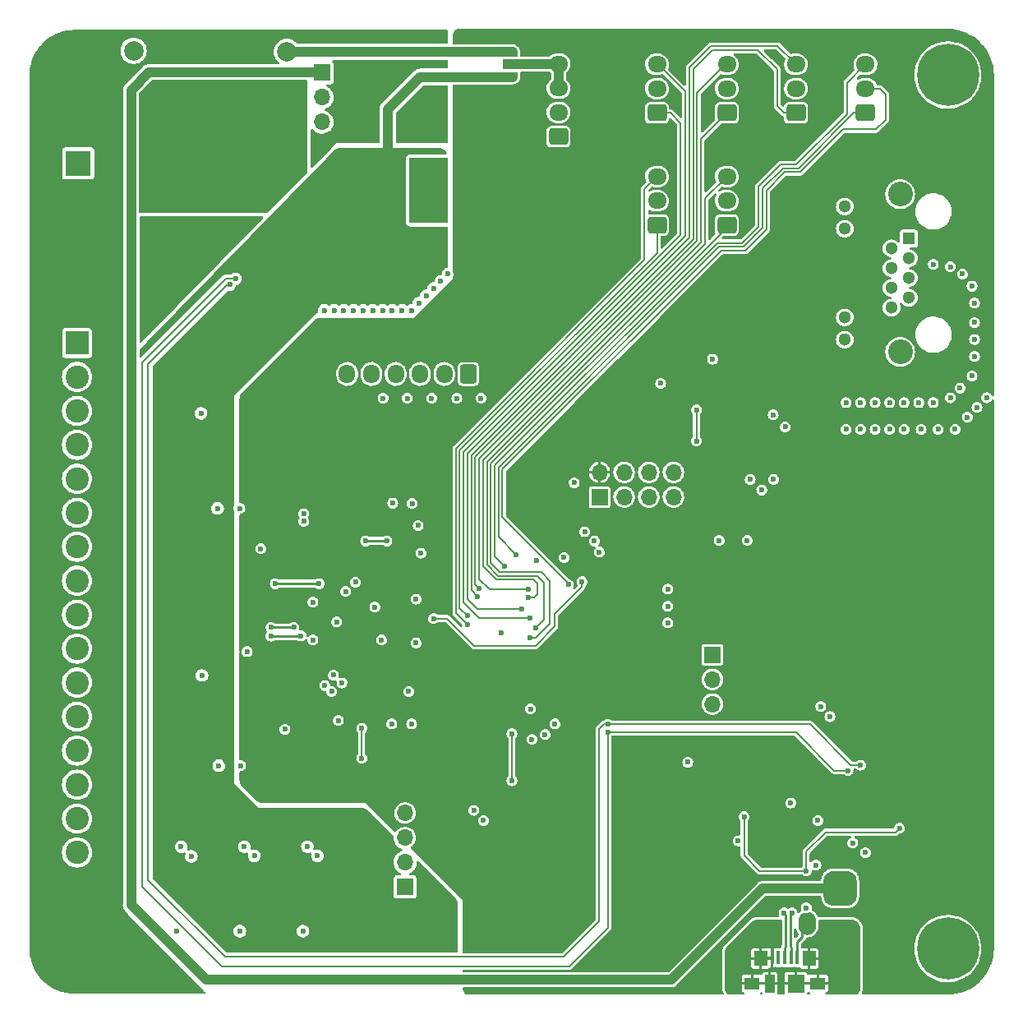
<source format=gbr>
%TF.GenerationSoftware,KiCad,Pcbnew,(6.0.0)*%
%TF.CreationDate,2022-01-23T23:40:48+07:00*%
%TF.ProjectId,NarwhelMainV2,4e617277-6865-46c4-9d61-696e56322e6b,rev?*%
%TF.SameCoordinates,Original*%
%TF.FileFunction,Copper,L4,Bot*%
%TF.FilePolarity,Positive*%
%FSLAX46Y46*%
G04 Gerber Fmt 4.6, Leading zero omitted, Abs format (unit mm)*
G04 Created by KiCad (PCBNEW (6.0.0)) date 2022-01-23 23:40:48*
%MOMM*%
%LPD*%
G01*
G04 APERTURE LIST*
G04 Aperture macros list*
%AMRoundRect*
0 Rectangle with rounded corners*
0 $1 Rounding radius*
0 $2 $3 $4 $5 $6 $7 $8 $9 X,Y pos of 4 corners*
0 Add a 4 corners polygon primitive as box body*
4,1,4,$2,$3,$4,$5,$6,$7,$8,$9,$2,$3,0*
0 Add four circle primitives for the rounded corners*
1,1,$1+$1,$2,$3*
1,1,$1+$1,$4,$5*
1,1,$1+$1,$6,$7*
1,1,$1+$1,$8,$9*
0 Add four rect primitives between the rounded corners*
20,1,$1+$1,$2,$3,$4,$5,0*
20,1,$1+$1,$4,$5,$6,$7,0*
20,1,$1+$1,$6,$7,$8,$9,0*
20,1,$1+$1,$8,$9,$2,$3,0*%
%AMFreePoly0*
4,1,22,0.550000,-0.750000,0.000000,-0.750000,0.000000,-0.745033,-0.079941,-0.743568,-0.215256,-0.701293,-0.333266,-0.622738,-0.424486,-0.514219,-0.481581,-0.384460,-0.499164,-0.250000,-0.500000,-0.250000,-0.500000,0.250000,-0.499164,0.250000,-0.499963,0.256109,-0.478152,0.396186,-0.417904,0.524511,-0.324060,0.630769,-0.204165,0.706417,-0.067858,0.745374,0.000000,0.744959,0.000000,0.750000,
0.550000,0.750000,0.550000,-0.750000,0.550000,-0.750000,$1*%
%AMFreePoly1*
4,1,20,0.000000,0.744959,0.073905,0.744508,0.209726,0.703889,0.328688,0.626782,0.421226,0.519385,0.479903,0.390333,0.500000,0.250000,0.500000,-0.250000,0.499851,-0.262216,0.476331,-0.402017,0.414519,-0.529596,0.319384,-0.634700,0.198574,-0.708877,0.061801,-0.746166,0.000000,-0.745033,0.000000,-0.750000,-0.550000,-0.750000,-0.550000,0.750000,0.000000,0.750000,0.000000,0.744959,
0.000000,0.744959,$1*%
G04 Aperture macros list end*
%TA.AperFunction,ComponentPad*%
%ADD10RoundRect,0.250000X0.725000X-0.600000X0.725000X0.600000X-0.725000X0.600000X-0.725000X-0.600000X0*%
%TD*%
%TA.AperFunction,ComponentPad*%
%ADD11O,1.950000X1.700000*%
%TD*%
%TA.AperFunction,ComponentPad*%
%ADD12R,1.700000X1.700000*%
%TD*%
%TA.AperFunction,ComponentPad*%
%ADD13O,1.700000X1.700000*%
%TD*%
%TA.AperFunction,ComponentPad*%
%ADD14C,0.800000*%
%TD*%
%TA.AperFunction,ComponentPad*%
%ADD15C,6.400000*%
%TD*%
%TA.AperFunction,ComponentPad*%
%ADD16R,2.400000X2.400000*%
%TD*%
%TA.AperFunction,ComponentPad*%
%ADD17C,2.400000*%
%TD*%
%TA.AperFunction,ComponentPad*%
%ADD18R,2.600000X2.600000*%
%TD*%
%TA.AperFunction,ComponentPad*%
%ADD19C,2.600000*%
%TD*%
%TA.AperFunction,ComponentPad*%
%ADD20R,1.300000X1.300000*%
%TD*%
%TA.AperFunction,ComponentPad*%
%ADD21C,1.300000*%
%TD*%
%TA.AperFunction,ComponentPad*%
%ADD22C,2.550000*%
%TD*%
%TA.AperFunction,ComponentPad*%
%ADD23RoundRect,0.250000X0.600000X0.725000X-0.600000X0.725000X-0.600000X-0.725000X0.600000X-0.725000X0*%
%TD*%
%TA.AperFunction,ComponentPad*%
%ADD24O,1.700000X1.950000*%
%TD*%
%TA.AperFunction,ComponentPad*%
%ADD25C,2.000000*%
%TD*%
%TA.AperFunction,SMDPad,CuDef*%
%ADD26R,0.450000X1.380000*%
%TD*%
%TA.AperFunction,SMDPad,CuDef*%
%ADD27R,1.425000X1.550000*%
%TD*%
%TA.AperFunction,SMDPad,CuDef*%
%ADD28R,1.650000X1.300000*%
%TD*%
%TA.AperFunction,SMDPad,CuDef*%
%ADD29R,1.000000X1.900000*%
%TD*%
%TA.AperFunction,SMDPad,CuDef*%
%ADD30R,1.800000X1.900000*%
%TD*%
%TA.AperFunction,SMDPad,CuDef*%
%ADD31FreePoly0,270.000000*%
%TD*%
%TA.AperFunction,SMDPad,CuDef*%
%ADD32R,1.500000X1.000000*%
%TD*%
%TA.AperFunction,SMDPad,CuDef*%
%ADD33FreePoly1,270.000000*%
%TD*%
%TA.AperFunction,ViaPad*%
%ADD34C,0.600000*%
%TD*%
%TA.AperFunction,Conductor*%
%ADD35C,0.293370*%
%TD*%
%TA.AperFunction,Conductor*%
%ADD36C,1.016000*%
%TD*%
%TA.AperFunction,Conductor*%
%ADD37C,0.200000*%
%TD*%
%TA.AperFunction,Conductor*%
%ADD38C,0.261112*%
%TD*%
G04 APERTURE END LIST*
D10*
%TO.P,J8,1,Pin_1*%
%TO.N,/Microcontroller/ENC_TImer5A*%
X165025000Y-65450000D03*
D11*
%TO.P,J8,2,Pin_2*%
%TO.N,unconnected-(J8-Pad2)*%
X165025000Y-62950000D03*
%TO.P,J8,3,Pin_3*%
%TO.N,/Microcontroller/ENC_TImer5B*%
X165025000Y-60450000D03*
%TD*%
D12*
%TO.P,J7,1,Pin_1*%
%TO.N,+5VD*%
X130500000Y-49760000D03*
D13*
%TO.P,J7,2,Pin_2*%
%TO.N,/Power Supply Unit/5V_Input*%
X130500000Y-52300000D03*
%TO.P,J7,3,Pin_3*%
%TO.N,Net-(C26-Pad1)*%
X130500000Y-54840000D03*
%TD*%
D14*
%TO.P,H1,1,1*%
%TO.N,GND*%
X103302944Y-48302944D03*
X106697056Y-48302944D03*
D15*
X105000000Y-50000000D03*
D14*
X106697056Y-51697056D03*
X102600000Y-50000000D03*
X105000000Y-47600000D03*
X105000000Y-52400000D03*
X107400000Y-50000000D03*
X103302944Y-51697056D03*
%TD*%
D10*
%TO.P,J12,1,Pin_1*%
%TO.N,/Microcontroller/ENC_TImer3A*%
X179350000Y-53900000D03*
D11*
%TO.P,J12,2,Pin_2*%
%TO.N,unconnected-(J12-Pad2)*%
X179350000Y-51400000D03*
%TO.P,J12,3,Pin_3*%
%TO.N,/Microcontroller/ENC_TImer3B*%
X179350000Y-48900000D03*
%TD*%
D16*
%TO.P,J4,1,Pin_1*%
%TO.N,/Microcontroller/Logic Converter/5EN45*%
X105275000Y-77600000D03*
D17*
%TO.P,J4,2,Pin_2*%
%TO.N,/Microcontroller/Logic Converter/5EN123*%
X105275000Y-81100000D03*
%TO.P,J4,3,Pin_3*%
%TO.N,/Microcontroller/Logic Converter/5STEP4*%
X105275000Y-84600000D03*
%TO.P,J4,4,Pin_4*%
%TO.N,/Microcontroller/Logic Converter/5STEP5*%
X105275000Y-88100000D03*
%TO.P,J4,5,Pin_5*%
%TO.N,/Microcontroller/Logic Converter/5DIR1*%
X105275000Y-91600000D03*
%TO.P,J4,6,Pin_6*%
%TO.N,/Microcontroller/Logic Converter/5DIR2*%
X105275000Y-95100000D03*
%TO.P,J4,7,Pin_7*%
%TO.N,/Microcontroller/Logic Converter/5DIR3*%
X105275000Y-98600000D03*
%TO.P,J4,8,Pin_8*%
%TO.N,/Microcontroller/Logic Converter/5DIR4*%
X105275000Y-102100000D03*
%TO.P,J4,9,Pin_9*%
%TO.N,/Microcontroller/Logic Converter/5DIR5*%
X105275000Y-105600000D03*
%TO.P,J4,10,Pin_10*%
%TO.N,/Microcontroller/Logic Converter/5STEP3*%
X105275000Y-109100000D03*
%TO.P,J4,11,Pin_11*%
%TO.N,/Microcontroller/Logic Converter/5STEP1*%
X105275000Y-112600000D03*
%TO.P,J4,12,Pin_12*%
%TO.N,/Microcontroller/Logic Converter/5STEP2*%
X105275000Y-116100000D03*
%TO.P,J4,13,Pin_13*%
%TO.N,/Microcontroller/Logic Converter/5Grpier0*%
X105275000Y-119600000D03*
%TO.P,J4,14,Pin_14*%
%TO.N,/Microcontroller/Logic Converter/5Grpier1*%
X105275000Y-123100000D03*
%TO.P,J4,15,Pin_15*%
%TO.N,/Microcontroller/Logic Converter/5Grpier2*%
X105275000Y-126600000D03*
%TO.P,J4,16,Pin_16*%
%TO.N,/Microcontroller/Logic Converter/5EMSw0*%
X105275000Y-130100000D03*
%TD*%
D18*
%TO.P,J6,1,Pin_1*%
%TO.N,Net-(J6-Pad1)*%
X105395000Y-59100000D03*
D19*
%TO.P,J6,2,Pin_2*%
%TO.N,GND*%
X105395000Y-64100000D03*
%TD*%
D12*
%TO.P,J5,1,Pin_1*%
%TO.N,/Microcontroller/EMSW4*%
X139075000Y-133650000D03*
D13*
%TO.P,J5,2,Pin_2*%
%TO.N,/Microcontroller/EMSW3*%
X139075000Y-131110000D03*
%TO.P,J5,3,Pin_3*%
%TO.N,/Microcontroller/EMSW2*%
X139075000Y-128570000D03*
%TO.P,J5,4,Pin_4*%
%TO.N,/Microcontroller/EMSW1*%
X139075000Y-126030000D03*
%TD*%
D14*
%TO.P,H3,1,1*%
%TO.N,GND*%
X103302944Y-141697056D03*
X103302944Y-138302944D03*
X107400000Y-140000000D03*
X105000000Y-137600000D03*
X105000000Y-142400000D03*
X106697056Y-141697056D03*
X102600000Y-140000000D03*
X106697056Y-138302944D03*
D15*
X105000000Y-140000000D03*
%TD*%
D10*
%TO.P,J11,1,Pin_1*%
%TO.N,/Microcontroller/ENC_TImer1A*%
X172225000Y-53900000D03*
D11*
%TO.P,J11,2,Pin_2*%
%TO.N,unconnected-(J11-Pad2)*%
X172225000Y-51400000D03*
%TO.P,J11,3,Pin_3*%
%TO.N,/Microcontroller/ENC_TImer1B*%
X172225000Y-48900000D03*
%TD*%
D20*
%TO.P,J3,1,1*%
%TO.N,MISO_D-*%
X190975000Y-66835000D03*
D21*
%TO.P,J3,2,2*%
%TO.N,MISO_D+*%
X189195000Y-67855000D03*
%TO.P,J3,3,3*%
%TO.N,MOSI_D-*%
X190975000Y-68875000D03*
%TO.P,J3,4,4*%
%TO.N,SCK_D+*%
X189195000Y-69895000D03*
%TO.P,J3,5,5*%
%TO.N,SCK_D-*%
X190975000Y-70915000D03*
%TO.P,J3,6,6*%
%TO.N,MOSI_D+*%
X189195000Y-71935000D03*
%TO.P,J3,7,7*%
%TO.N,unconnected-(J3-Pad7)*%
X190975000Y-72955000D03*
%TO.P,J3,8,8*%
%TO.N,unconnected-(J3-Pad8)*%
X189195000Y-73975000D03*
%TO.P,J3,9,-_1*%
%TO.N,unconnected-(J3-Pad9)*%
X184375000Y-63545000D03*
%TO.P,J3,10,+_1*%
%TO.N,unconnected-(J3-Pad10)*%
X184375000Y-65835000D03*
%TO.P,J3,11,-_2*%
%TO.N,unconnected-(J3-Pad11)*%
X184375000Y-74975000D03*
%TO.P,J3,12,+_2*%
%TO.N,unconnected-(J3-Pad12)*%
X184375000Y-77265000D03*
D22*
%TO.P,J3,MH1,MH1*%
%TO.N,GND*%
X190085000Y-62280000D03*
%TO.P,J3,MH2,MH2*%
X190085000Y-78530000D03*
%TD*%
D12*
%TO.P,J1,1,Pin_1*%
%TO.N,/Microcontroller/RX1*%
X170725000Y-109725000D03*
D13*
%TO.P,J1,2,Pin_2*%
%TO.N,/Microcontroller/TX1*%
X170725000Y-112265000D03*
%TO.P,J1,3,Pin_3*%
%TO.N,GND*%
X170725000Y-114805000D03*
%TD*%
D23*
%TO.P,J16,1,Pin_1*%
%TO.N,/Microcontroller/SS_ENC6*%
X145600000Y-80800000D03*
D24*
%TO.P,J16,2,Pin_2*%
%TO.N,/Microcontroller/SS_ENC5*%
X143100000Y-80800000D03*
%TO.P,J16,3,Pin_3*%
%TO.N,/Microcontroller/SS_ENC4*%
X140600000Y-80800000D03*
%TO.P,J16,4,Pin_4*%
%TO.N,/Microcontroller/SS_ENC3*%
X138100000Y-80800000D03*
%TO.P,J16,5,Pin_5*%
%TO.N,/Microcontroller/SS_ENC2*%
X135600000Y-80800000D03*
%TO.P,J16,6,Pin_6*%
%TO.N,/Microcontroller/SS_ENC1*%
X133100000Y-80800000D03*
%TD*%
D25*
%TO.P,TP1,1,1*%
%TO.N,Net-(J6-Pad1)*%
X111100000Y-47500000D03*
%TD*%
D14*
%TO.P,H4,1,1*%
%TO.N,GND*%
X193302944Y-138302944D03*
X196697056Y-141697056D03*
X196697056Y-138302944D03*
D15*
X195000000Y-140000000D03*
D14*
X195000000Y-137600000D03*
X195000000Y-142400000D03*
X192600000Y-140000000D03*
X197400000Y-140000000D03*
X193302944Y-141697056D03*
%TD*%
D25*
%TO.P,TP2,1,1*%
%TO.N,/Power Supply Unit/5V_in*%
X126900000Y-47600000D03*
%TD*%
D10*
%TO.P,J9,1,Pin_1*%
%TO.N,/Microcontroller/ENC_TImer4A*%
X172225000Y-65450000D03*
D11*
%TO.P,J9,2,Pin_2*%
%TO.N,unconnected-(J9-Pad2)*%
X172225000Y-62950000D03*
%TO.P,J9,3,Pin_3*%
%TO.N,/Microcontroller/ENC_TImer4B*%
X172225000Y-60450000D03*
%TD*%
D10*
%TO.P,J15,1,Pin_1*%
%TO.N,GND*%
X154875000Y-56350000D03*
D11*
%TO.P,J15,2,Pin_2*%
X154875000Y-53850000D03*
%TO.P,J15,3,Pin_3*%
%TO.N,Net-(J15-Pad3)*%
X154875000Y-51350000D03*
%TO.P,J15,4,Pin_4*%
X154875000Y-48850000D03*
%TD*%
D10*
%TO.P,J13,1,Pin_1*%
%TO.N,/Microcontroller/ENC_TImer2A*%
X186500000Y-53900000D03*
D11*
%TO.P,J13,2,Pin_2*%
%TO.N,/Microcontroller/ENC_TImer2I*%
X186500000Y-51400000D03*
%TO.P,J13,3,Pin_3*%
%TO.N,/Microcontroller/ENC_TImer2B*%
X186500000Y-48900000D03*
%TD*%
D14*
%TO.P,H2,1,1*%
%TO.N,GND*%
X193302944Y-51697056D03*
X197400000Y-50000000D03*
X195000000Y-47600000D03*
X196697056Y-51697056D03*
X195000000Y-52400000D03*
X196697056Y-48302944D03*
D15*
X195000000Y-50000000D03*
D14*
X193302944Y-48302944D03*
X192600000Y-50000000D03*
%TD*%
D12*
%TO.P,J2,1,Pin_1*%
%TO.N,/Microcontroller/SWCLK*%
X159100000Y-93475000D03*
D13*
%TO.P,J2,2,Pin_2*%
%TO.N,+3V3*%
X159100000Y-90935000D03*
%TO.P,J2,3,Pin_3*%
%TO.N,/Microcontroller/SWDIO*%
X161640000Y-93475000D03*
%TO.P,J2,4,Pin_4*%
%TO.N,/Microcontroller/NRST*%
X161640000Y-90935000D03*
%TO.P,J2,5,Pin_5*%
%TO.N,/Microcontroller/RX3*%
X164180000Y-93475000D03*
%TO.P,J2,6,Pin_6*%
%TO.N,GND*%
X164180000Y-90935000D03*
%TO.P,J2,7,Pin_7*%
%TO.N,/Microcontroller/TX3*%
X166720000Y-93475000D03*
%TO.P,J2,8,Pin_8*%
%TO.N,unconnected-(J2-Pad8)*%
X166720000Y-90935000D03*
%TD*%
D10*
%TO.P,J10,1,Pin_1*%
%TO.N,/Microcontroller/ENC_TImer8A*%
X165025000Y-53900000D03*
D11*
%TO.P,J10,2,Pin_2*%
%TO.N,unconnected-(J10-Pad2)*%
X165025000Y-51400000D03*
%TO.P,J10,3,Pin_3*%
%TO.N,/Microcontroller/ENC_TImer8B*%
X165025000Y-48900000D03*
%TD*%
D26*
%TO.P,J14,1,VBUS*%
%TO.N,Net-(C34-Pad1)*%
X179500000Y-140940000D03*
%TO.P,J14,2,D-*%
%TO.N,/UART_to_USB/D-*%
X178850000Y-140940000D03*
%TO.P,J14,3,D+*%
%TO.N,/UART_to_USB/D+*%
X178200000Y-140940000D03*
%TO.P,J14,4,ID*%
%TO.N,unconnected-(J14-Pad4)*%
X177550000Y-140940000D03*
%TO.P,J14,5,GND*%
%TO.N,GND*%
X176900000Y-140940000D03*
D27*
%TO.P,J14,6,Shield*%
X180687500Y-141025000D03*
D28*
X174825000Y-143600000D03*
D29*
X176650000Y-143600000D03*
D30*
X179350000Y-143600000D03*
D28*
X181575000Y-143600000D03*
D27*
X175712500Y-141025000D03*
%TD*%
D31*
%TO.P,JP3,1,A*%
%TO.N,/Power Supply Unit/5V_in*%
X149900000Y-47600000D03*
D32*
%TO.P,JP3,2,C*%
%TO.N,Net-(J15-Pad3)*%
X149900000Y-48900000D03*
D33*
%TO.P,JP3,3,B*%
%TO.N,+5V*%
X149900000Y-50200000D03*
%TD*%
D34*
%TO.N,+3V3*%
X154550000Y-115150000D03*
X132935000Y-95982500D03*
X131650000Y-110050000D03*
X124900000Y-93650000D03*
X138700000Y-114150000D03*
X135700000Y-102300000D03*
X130800000Y-109100000D03*
X147150000Y-123000000D03*
X182850000Y-112300000D03*
X139800000Y-95900000D03*
X154825000Y-98050000D03*
X147250000Y-54100000D03*
X132935000Y-95182500D03*
X146150000Y-124050000D03*
X162800000Y-115800000D03*
X140200000Y-102000000D03*
X162800000Y-118800000D03*
X161800000Y-114750000D03*
X137700000Y-115150000D03*
X137800000Y-95900000D03*
X129900000Y-110100000D03*
X145450000Y-54100000D03*
X146350000Y-54100000D03*
X181600000Y-82500000D03*
X153500000Y-114050000D03*
X123875000Y-121200000D03*
X148150000Y-54100000D03*
X155875000Y-97050000D03*
X123800000Y-94650000D03*
X161800000Y-119750000D03*
X124875000Y-120250000D03*
X165400000Y-80037500D03*
X181900000Y-113300000D03*
%TO.N,GND*%
X140500000Y-73500000D03*
X119875000Y-121150000D03*
X176000000Y-138400000D03*
X118150000Y-111850000D03*
X130050000Y-130450000D03*
X139448911Y-113500000D03*
X180400000Y-135800000D03*
X135950000Y-104800000D03*
X195750000Y-86500000D03*
X128550000Y-138200000D03*
X142200000Y-64000000D03*
X138750000Y-74250000D03*
X195250000Y-69750000D03*
X158575000Y-98000000D03*
X113000000Y-67000000D03*
X175825000Y-92750000D03*
X141250000Y-72750000D03*
X143500000Y-70500000D03*
X154500000Y-116850000D03*
X122500000Y-129500000D03*
X140417398Y-96407961D03*
X143000000Y-64000000D03*
X129575000Y-104300000D03*
X119750000Y-94650000D03*
X197750000Y-75500000D03*
X185000000Y-137600000D03*
X136750000Y-74250000D03*
X192000000Y-83750000D03*
X197500000Y-81000000D03*
X174325000Y-97950000D03*
X139800000Y-94150000D03*
X178250000Y-86250000D03*
X189000000Y-83750000D03*
X132750000Y-74250000D03*
X143000000Y-61800000D03*
X139750000Y-74250000D03*
X140200000Y-108500000D03*
X195250000Y-83250000D03*
X124200000Y-98800000D03*
X186000000Y-86500000D03*
X176000000Y-137600000D03*
X141800000Y-83300000D03*
X177000000Y-138400000D03*
X183800000Y-138600000D03*
X139300000Y-83300000D03*
X130750000Y-74250000D03*
X122125000Y-121150000D03*
X189000000Y-86500000D03*
X166150000Y-104740000D03*
X193500000Y-69500000D03*
X129000000Y-129500000D03*
X181600000Y-126800000D03*
X187500000Y-86500000D03*
X190500000Y-83750000D03*
X143000000Y-60800000D03*
X122050000Y-94650000D03*
X184500000Y-86500000D03*
X136650000Y-108200000D03*
X149000000Y-107500000D03*
X193500000Y-83750000D03*
X186500000Y-130100000D03*
X168200000Y-120800000D03*
X137750000Y-74250000D03*
X153500000Y-117950000D03*
X187500000Y-83750000D03*
X122800000Y-109400000D03*
X131500000Y-113500000D03*
X152582718Y-100030540D03*
X139750000Y-116850000D03*
X170750000Y-79278815D03*
X152150000Y-118450000D03*
X198000000Y-84250000D03*
X142750000Y-71250000D03*
X181400000Y-131400000D03*
X135000000Y-53200000D03*
X115550000Y-138200000D03*
X185200000Y-129100000D03*
X194000000Y-86500000D03*
X117050000Y-130500000D03*
X136800000Y-83300000D03*
X133750000Y-74250000D03*
X114000000Y-67000000D03*
X132950000Y-103200000D03*
X132562500Y-112637500D03*
X177000000Y-137600000D03*
X197750000Y-77250000D03*
X133950000Y-102250000D03*
X142000000Y-72000000D03*
X159075000Y-99150000D03*
X199000000Y-83250000D03*
X197500000Y-71750000D03*
X118050000Y-84850000D03*
X186000000Y-83750000D03*
X197000000Y-85250000D03*
X196250000Y-82250000D03*
X128635000Y-95182500D03*
X114000000Y-68000000D03*
X197750000Y-79000000D03*
X113000000Y-68000000D03*
X137800000Y-94100000D03*
X157575000Y-97050000D03*
X173400500Y-128889459D03*
X146900000Y-83300000D03*
X190500000Y-86500000D03*
X131750000Y-74250000D03*
X140200000Y-104000000D03*
X174625000Y-91650000D03*
X128635000Y-95982500D03*
X132025000Y-106350000D03*
X171425000Y-97950000D03*
X122050000Y-138200000D03*
X177000000Y-85000000D03*
X197750000Y-73500000D03*
X156500000Y-92000000D03*
X166150000Y-106440000D03*
X140700000Y-99250000D03*
X181900000Y-115050000D03*
X130800000Y-112900000D03*
X184500000Y-83750000D03*
X123550000Y-130450000D03*
X182850000Y-116100000D03*
X192250000Y-86500000D03*
X129575000Y-108200000D03*
X166150000Y-102970000D03*
X134000000Y-49000000D03*
X177025000Y-91650000D03*
X135750000Y-74250000D03*
X155450000Y-99700000D03*
X152000000Y-115300000D03*
X134750000Y-74250000D03*
X165400000Y-81762500D03*
X147150000Y-126800000D03*
X196500000Y-70500000D03*
X146150000Y-125750000D03*
X132200000Y-116500000D03*
X116000000Y-129500000D03*
X131687500Y-111812500D03*
X178800000Y-125000000D03*
X141500000Y-53500000D03*
X126700000Y-117400000D03*
X144400000Y-83300000D03*
X137700000Y-116850000D03*
%TO.N,+5V*%
X117050000Y-120250000D03*
X126300000Y-129500000D03*
X137300000Y-59700000D03*
X118125000Y-121200000D03*
X132800000Y-129500000D03*
X138000000Y-60100000D03*
X116950000Y-93650000D03*
X136600000Y-59300000D03*
X138000000Y-59300000D03*
X137300000Y-58900000D03*
X131750000Y-128500000D03*
X118750000Y-128500000D03*
X118000000Y-94650000D03*
X137300000Y-60500000D03*
X136600000Y-60100000D03*
X119800000Y-129500000D03*
X125250000Y-128500000D03*
%TO.N,/Microcontroller/NRST*%
X157300000Y-102200000D03*
X142000000Y-106000000D03*
%TO.N,Net-(C26-Pad1)*%
X119350000Y-56900000D03*
X123350000Y-57900000D03*
X114350000Y-61900000D03*
X114350000Y-59900000D03*
X114350000Y-57900000D03*
X114350000Y-60900000D03*
X117350000Y-56900000D03*
X123350000Y-58900000D03*
X123350000Y-62900000D03*
X120350000Y-56900000D03*
X114350000Y-62900000D03*
X122350000Y-56900000D03*
X116350000Y-56900000D03*
X123350000Y-61900000D03*
X114350000Y-58900000D03*
X118350000Y-56900000D03*
X121350000Y-56900000D03*
%TO.N,+5VD*%
X185000000Y-132800000D03*
X183000000Y-132800000D03*
X185000000Y-133800000D03*
X185000000Y-134800000D03*
X184000000Y-134800000D03*
X184000000Y-132800000D03*
%TO.N,/Microcontroller/OE*%
X130200000Y-102400000D03*
X125700000Y-102400000D03*
%TO.N,/EERAM/HOLD_EERAM*%
X150075000Y-117850000D03*
X150075000Y-122700000D03*
%TO.N,/Microcontroller/SCL*%
X121000000Y-71600000D03*
X159950000Y-116900000D03*
X186000000Y-121100000D03*
%TO.N,/Microcontroller/SDA*%
X159950000Y-117700000D03*
X121600000Y-71000000D03*
X184700000Y-121650000D03*
%TO.N,/Low-Voltage Differential Signal/EN_LVDS*%
X169100000Y-84500000D03*
X169100000Y-87700000D03*
%TO.N,/Microcontroller/BOOT0*%
X135000000Y-98000000D03*
X137200000Y-98000000D03*
%TO.N,/UART_to_USB/3.3V_USB*%
X180400000Y-132000000D03*
X174000000Y-126400000D03*
X190000000Y-127600000D03*
%TO.N,/UART_to_USB/D+*%
X178123400Y-136300000D03*
%TO.N,/UART_to_USB/D-*%
X178926600Y-136300000D03*
%TO.N,Net-(C34-Pad1)*%
X180000000Y-137800000D03*
X180000000Y-137000000D03*
X181000000Y-137800000D03*
X181000000Y-137000000D03*
%TO.N,/Microcontroller/ENC_TImer1A*%
X151800000Y-103800000D03*
X134600000Y-117300000D03*
X134600000Y-120400000D03*
%TO.N,/Microcontroller/ENC_TImer1B*%
X151791560Y-102985932D03*
%TO.N,/Microcontroller/ENC_TImer4A*%
X151900000Y-108000000D03*
%TO.N,/Microcontroller/ENC_TImer4B*%
X152500000Y-107000000D03*
%TO.N,/Microcontroller/ENC_TImer8A*%
X151900000Y-105900000D03*
%TO.N,/Microcontroller/ENC_TImer8B*%
X151100000Y-105000000D03*
%TO.N,/Microcontroller/ENC_TImer2I*%
X155900000Y-102500000D03*
%TO.N,/Microcontroller/ENC_TImer2A*%
X150499500Y-99400000D03*
%TO.N,/Microcontroller/ENC_TImer2B*%
X149300000Y-100600000D03*
%TO.N,/Microcontroller/ENC_TImer3A*%
X146700000Y-102900000D03*
%TO.N,/Microcontroller/ENC_TImer3B*%
X146500000Y-103700000D03*
%TO.N,/Microcontroller/ENC_TImer5B*%
X145500000Y-106600000D03*
X125256922Y-106893078D03*
X127600000Y-106900000D03*
%TO.N,/Microcontroller/ENC_TImer5A*%
X145500000Y-105700000D03*
X128346185Y-107786845D03*
X125250000Y-107800000D03*
%TD*%
D35*
%TO.N,GND*%
X176900000Y-138500000D02*
X177000000Y-138400000D01*
X176900000Y-140940000D02*
X176900000Y-138500000D01*
D36*
%TO.N,+5V*%
X137300000Y-53500000D02*
X137300000Y-59700000D01*
X149900000Y-50200000D02*
X140600000Y-50200000D01*
X140600000Y-50200000D02*
X137300000Y-53500000D01*
D37*
%TO.N,/Microcontroller/NRST*%
X154500000Y-106800000D02*
X152500000Y-108800000D01*
X154500000Y-105500000D02*
X154500000Y-106800000D01*
X152500000Y-108800000D02*
X146200000Y-108800000D01*
X146200000Y-108800000D02*
X143400000Y-106000000D01*
X143400000Y-106000000D02*
X142000000Y-106000000D01*
X157300000Y-102200000D02*
X157300000Y-102700000D01*
X157300000Y-102700000D02*
X154500000Y-105500000D01*
D36*
%TO.N,/Power Supply Unit/5V_in*%
X127000000Y-47600000D02*
X126900000Y-47500000D01*
X149900000Y-47600000D02*
X127000000Y-47600000D01*
%TO.N,+5VD*%
X166500000Y-143200000D02*
X175900000Y-133800000D01*
X110850000Y-135500000D02*
X118550000Y-143200000D01*
X175900000Y-133800000D02*
X183700000Y-133800000D01*
X112640000Y-49760000D02*
X110850000Y-51550000D01*
X130500000Y-49760000D02*
X112640000Y-49760000D01*
X118550000Y-143200000D02*
X166500000Y-143200000D01*
X110850000Y-51550000D02*
X110850000Y-135500000D01*
D35*
%TO.N,/Microcontroller/OE*%
X130200000Y-102400000D02*
X125700000Y-102400000D01*
D37*
%TO.N,/EERAM/HOLD_EERAM*%
X150075000Y-122700000D02*
X150075000Y-117850000D01*
%TO.N,/Microcontroller/SCL*%
X120800000Y-71600000D02*
X112600000Y-79800000D01*
X159950000Y-116900000D02*
X180797824Y-116900000D01*
X159550000Y-116900000D02*
X159950000Y-116900000D01*
X155400000Y-140850000D02*
X159050000Y-137200000D01*
X120500000Y-140850000D02*
X155400000Y-140850000D01*
X112600000Y-79800000D02*
X112600000Y-132950000D01*
X121000000Y-71600000D02*
X120800000Y-71600000D01*
X184997824Y-121100000D02*
X186000000Y-121100000D01*
X180797824Y-116900000D02*
X184997824Y-121100000D01*
X159050000Y-117400000D02*
X159550000Y-116900000D01*
X159050000Y-137200000D02*
X159050000Y-117400000D01*
X112600000Y-132950000D02*
X120500000Y-140850000D01*
%TO.N,/Microcontroller/SDA*%
X112000000Y-133600000D02*
X120200000Y-141800000D01*
X120600000Y-71000000D02*
X112000000Y-79600000D01*
X159950000Y-137850000D02*
X159950000Y-117700000D01*
X179350000Y-117700000D02*
X159950000Y-117700000D01*
X156000000Y-141800000D02*
X159950000Y-137850000D01*
X184700000Y-121650000D02*
X183300000Y-121650000D01*
X183300000Y-121650000D02*
X179350000Y-117700000D01*
X112000000Y-79600000D02*
X112000000Y-133600000D01*
X121600000Y-71000000D02*
X120600000Y-71000000D01*
X120200000Y-141800000D02*
X156000000Y-141800000D01*
%TO.N,/Low-Voltage Differential Signal/EN_LVDS*%
X169100000Y-87700000D02*
X169100000Y-84500000D01*
D35*
%TO.N,/Microcontroller/BOOT0*%
X137200000Y-98000000D02*
X135000000Y-98000000D01*
D37*
%TO.N,/UART_to_USB/3.3V_USB*%
X175600000Y-132000000D02*
X180400000Y-132000000D01*
X174000000Y-130400000D02*
X175600000Y-132000000D01*
X180400000Y-130000000D02*
X182400000Y-128000000D01*
X189600000Y-128000000D02*
X190000000Y-127600000D01*
X182400000Y-128000000D02*
X189600000Y-128000000D01*
X174000000Y-126400000D02*
X174000000Y-130400000D01*
X180400000Y-132000000D02*
X180400000Y-130000000D01*
D38*
%TO.N,/UART_to_USB/D+*%
X178292843Y-136469443D02*
X178292844Y-139812155D01*
X178200000Y-139904999D02*
X178200000Y-140940000D01*
X178292844Y-139812155D02*
X178200000Y-139904999D01*
X178292843Y-136469443D02*
X178123400Y-136300000D01*
%TO.N,/UART_to_USB/D-*%
X178757156Y-139812155D02*
X178850000Y-139904999D01*
X178850000Y-139904999D02*
X178850000Y-140940000D01*
X178757157Y-136469443D02*
X178757156Y-139812155D01*
X178757157Y-136469443D02*
X178926600Y-136300000D01*
D35*
%TO.N,Net-(C34-Pad1)*%
X179500000Y-140940000D02*
X179500000Y-139300000D01*
X180000000Y-138800000D02*
X180000000Y-137800000D01*
X179500000Y-139300000D02*
X180000000Y-138800000D01*
D37*
%TO.N,/Microcontroller/ENC_TImer1A*%
X169560652Y-56564348D02*
X169560652Y-67255355D01*
X134600000Y-120400000D02*
X134600000Y-117300000D01*
X169560652Y-67255355D02*
X147096577Y-89719430D01*
X152300000Y-102000000D02*
X152700000Y-102400000D01*
X147096577Y-89719430D02*
X147096577Y-100626576D01*
X152700000Y-102400000D02*
X152700000Y-103500000D01*
X152700000Y-103500000D02*
X152400000Y-103800000D01*
X148470001Y-102000000D02*
X152300000Y-102000000D01*
X152400000Y-103800000D02*
X151800000Y-103800000D01*
X147096577Y-100626576D02*
X148470001Y-102000000D01*
X172225000Y-53900000D02*
X169560652Y-56564348D01*
%TO.N,/Microcontroller/ENC_TImer1B*%
X147750926Y-102985932D02*
X151791560Y-102985932D01*
X169161141Y-51838859D02*
X169161142Y-67066854D01*
X146697065Y-89530931D02*
X146697065Y-101932071D01*
X172225000Y-48900000D02*
X172100000Y-48900000D01*
X172100000Y-48900000D02*
X169161141Y-51838859D01*
X169161142Y-67066854D02*
X146697065Y-89530931D01*
X146697065Y-101932071D02*
X147750926Y-102985932D01*
%TO.N,/Microcontroller/ENC_TImer4A*%
X154000000Y-102100000D02*
X153099510Y-101199510D01*
X152500000Y-108000000D02*
X154000000Y-106500000D01*
X154000000Y-106500000D02*
X154000000Y-102100000D01*
X151900000Y-108000000D02*
X152500000Y-108000000D01*
X147900000Y-100300000D02*
X147900000Y-90066480D01*
X148799510Y-101199510D02*
X147900000Y-100300000D01*
X147900000Y-90066480D02*
X172225000Y-65741480D01*
X172225000Y-65741480D02*
X172225000Y-65450000D01*
X153099510Y-101199510D02*
X148799510Y-101199510D01*
X172225000Y-65875000D02*
X172225000Y-65450000D01*
%TO.N,/Microcontroller/ENC_TImer4B*%
X147500480Y-89880521D02*
X169960163Y-67420838D01*
X169960163Y-67420838D02*
X169960163Y-62714837D01*
X153400000Y-106100000D02*
X153400000Y-102300000D01*
X153400000Y-102300000D02*
X152700000Y-101600000D01*
X147500480Y-100465486D02*
X147500480Y-89880521D01*
X148634994Y-101600000D02*
X147500480Y-100465486D01*
X169960163Y-62714837D02*
X172225000Y-60450000D01*
X152500000Y-107000000D02*
X153400000Y-106100000D01*
X152700000Y-101600000D02*
X148634994Y-101600000D01*
%TO.N,/Microcontroller/ENC_TImer8A*%
X145099021Y-104299021D02*
X146700000Y-105900000D01*
X146700000Y-105900000D02*
X151900000Y-105900000D01*
X166400000Y-53900000D02*
X167451746Y-54951746D01*
X167451746Y-54951746D02*
X167451746Y-66498327D01*
X167451746Y-66498327D02*
X145099022Y-88851052D01*
X145099022Y-88851052D02*
X145099021Y-104299021D01*
X165025000Y-53900000D02*
X166400000Y-53900000D01*
%TO.N,/Microcontroller/ENC_TImer8B*%
X167962591Y-66552476D02*
X145498533Y-89016534D01*
X145498532Y-103998532D02*
X146500000Y-105000000D01*
X165150000Y-48900000D02*
X167962591Y-51712591D01*
X145498533Y-89016534D02*
X145498532Y-103998532D01*
X146500000Y-105000000D02*
X151100000Y-105000000D01*
X167962591Y-51712591D02*
X167962591Y-66552476D01*
X165025000Y-48900000D02*
X165150000Y-48900000D01*
%TO.N,/Microcontroller/ENC_TImer2I*%
X176299021Y-64030967D02*
X176299019Y-65608119D01*
X174129986Y-68100000D02*
X176299019Y-65930967D01*
X188000000Y-51400000D02*
X186500000Y-51400000D01*
X155900000Y-102500000D02*
X155900000Y-102350000D01*
X179800000Y-60000000D02*
X184200000Y-55600000D01*
X188600000Y-52000000D02*
X188000000Y-51400000D01*
X176299019Y-65930967D02*
X176299019Y-64608119D01*
X176299021Y-61900979D02*
X178200000Y-60000000D01*
X178200000Y-60000000D02*
X179800000Y-60000000D01*
X149100000Y-95550000D02*
X149100000Y-90657262D01*
X187600000Y-55600000D02*
X188600000Y-54600000D01*
X184200000Y-55600000D02*
X187600000Y-55600000D01*
X149100000Y-90657262D02*
X171657262Y-68100000D01*
X171657262Y-68100000D02*
X174129986Y-68100000D01*
X155900000Y-102350000D02*
X149100000Y-95550000D01*
X188600000Y-54600000D02*
X188600000Y-52000000D01*
X176299021Y-64030967D02*
X176299021Y-61900979D01*
%TO.N,/Microcontroller/ENC_TImer2A*%
X179600000Y-59600000D02*
X185300000Y-53900000D01*
X175899500Y-61700500D02*
X178000000Y-59600000D01*
X185300000Y-53900000D02*
X186500000Y-53900000D01*
X178000000Y-59600000D02*
X179600000Y-59600000D01*
X175899500Y-65765493D02*
X175899500Y-61700500D01*
X150499500Y-99400000D02*
X148700001Y-97600501D01*
X148700001Y-97600501D02*
X148700001Y-90431277D01*
X173965482Y-67699511D02*
X175899500Y-65765493D01*
X171431767Y-67699511D02*
X173965482Y-67699511D01*
X148700001Y-90431277D02*
X171431767Y-67699511D01*
%TO.N,/Microcontroller/ENC_TImer2B*%
X186500000Y-48900000D02*
X184600000Y-50800000D01*
X173800000Y-67300000D02*
X171231466Y-67300000D01*
X148299520Y-99599520D02*
X149300000Y-100600000D01*
X148299520Y-90231946D02*
X148299520Y-99599520D01*
X184600000Y-54000000D02*
X179400000Y-59200000D01*
X177800000Y-59200000D02*
X175499990Y-61500010D01*
X171231466Y-67300000D02*
X148299520Y-90231946D01*
X184600000Y-50800000D02*
X184600000Y-54000000D01*
X179400000Y-59200000D02*
X177800000Y-59200000D01*
X175499990Y-61500010D02*
X175499990Y-65600010D01*
X175499990Y-65600010D02*
X173800000Y-67300000D01*
%TO.N,/Microcontroller/ENC_TImer3A*%
X146297555Y-89347499D02*
X146297555Y-102497555D01*
X175399511Y-47399511D02*
X170765483Y-47399511D01*
X168761629Y-66883425D02*
X146297555Y-89347499D01*
X168761629Y-49403365D02*
X168761629Y-66883425D01*
X178100000Y-53900000D02*
X177400000Y-53200000D01*
X177400000Y-49400000D02*
X175399511Y-47399511D01*
X179350000Y-53900000D02*
X178100000Y-53900000D01*
X146297555Y-102497555D02*
X146700000Y-102900000D01*
X170765483Y-47399511D02*
X168761629Y-49403365D01*
X177400000Y-53200000D02*
X177400000Y-49400000D01*
%TO.N,/Microcontroller/ENC_TImer3B*%
X145898043Y-103098043D02*
X146500000Y-103700000D01*
X145898044Y-89182016D02*
X145898043Y-103098043D01*
X168362110Y-49237890D02*
X168362110Y-66717950D01*
X177450000Y-47000000D02*
X170599999Y-47000001D01*
X168362110Y-66717950D02*
X145898044Y-89182016D01*
X170599999Y-47000001D02*
X168362110Y-49237890D01*
X179350000Y-48900000D02*
X177450000Y-47000000D01*
%TO.N,/Microcontroller/ENC_TImer5B*%
X144300000Y-88500000D02*
X144300000Y-105400000D01*
X165025000Y-60450000D02*
X163750480Y-61724520D01*
X163750480Y-61724520D02*
X163750480Y-69049520D01*
X144300000Y-105400000D02*
X145500000Y-106600000D01*
D35*
X127600000Y-106900000D02*
X125263844Y-106900000D01*
D37*
X163750480Y-69049520D02*
X144300000Y-88500000D01*
D35*
X125263844Y-106900000D02*
X125256922Y-106893078D01*
D37*
%TO.N,/Microcontroller/ENC_TImer5A*%
X144699511Y-104899511D02*
X145500000Y-105700000D01*
D35*
X125263155Y-107786845D02*
X128346185Y-107786845D01*
D37*
X165025000Y-68360068D02*
X144699511Y-88685570D01*
X144699511Y-88685570D02*
X144699511Y-104899511D01*
X165025000Y-65450000D02*
X165025000Y-68360068D01*
D35*
X125250000Y-107800000D02*
X125263155Y-107786845D01*
D36*
%TO.N,Net-(J15-Pad3)*%
X154875000Y-48850000D02*
X154875000Y-51350000D01*
X149900000Y-48900000D02*
X154825000Y-48900000D01*
X154825000Y-48900000D02*
X154875000Y-48850000D01*
%TD*%
%TA.AperFunction,Conductor*%
%TO.N,Net-(C34-Pad1)*%
G36*
X180805694Y-136259455D02*
G01*
X180877095Y-136284439D01*
X180902515Y-136296681D01*
X181049122Y-136388800D01*
X181071181Y-136406392D01*
X181193608Y-136528819D01*
X181211200Y-136550878D01*
X181303319Y-136697485D01*
X181315561Y-136722906D01*
X181372745Y-136886328D01*
X181379024Y-136913835D01*
X181399208Y-137092971D01*
X181400000Y-137107079D01*
X181400000Y-137692921D01*
X181399208Y-137707029D01*
X181379024Y-137886165D01*
X181372745Y-137913672D01*
X181315561Y-138077094D01*
X181303319Y-138102515D01*
X181211200Y-138249122D01*
X181193608Y-138271181D01*
X181071181Y-138393608D01*
X181049122Y-138411200D01*
X180902515Y-138503319D01*
X180877094Y-138515561D01*
X180713672Y-138572745D01*
X180686164Y-138579024D01*
X180514107Y-138598410D01*
X180485893Y-138598410D01*
X180313836Y-138579024D01*
X180286328Y-138572745D01*
X180122906Y-138515561D01*
X180097485Y-138503319D01*
X179950878Y-138411200D01*
X179928819Y-138393608D01*
X179806392Y-138271181D01*
X179788800Y-138249122D01*
X179696681Y-138102515D01*
X179684439Y-138077094D01*
X179627255Y-137913672D01*
X179620976Y-137886165D01*
X179600792Y-137707029D01*
X179600000Y-137692921D01*
X179600000Y-137107079D01*
X179600792Y-137092971D01*
X179620976Y-136913835D01*
X179627255Y-136886328D01*
X179684439Y-136722906D01*
X179696681Y-136697485D01*
X179788800Y-136550878D01*
X179806392Y-136528819D01*
X179928819Y-136406392D01*
X179950878Y-136388800D01*
X180033209Y-136337068D01*
X180063279Y-136318174D01*
X180131599Y-136298868D01*
X180178532Y-136308452D01*
X180255246Y-136340228D01*
X180400000Y-136359285D01*
X180408188Y-136358207D01*
X180536566Y-136341306D01*
X180544754Y-136340228D01*
X180644606Y-136298868D01*
X180672015Y-136287515D01*
X180672017Y-136287514D01*
X180679643Y-136284355D01*
X180686191Y-136279330D01*
X180686197Y-136279327D01*
X180687376Y-136278422D01*
X180688550Y-136277968D01*
X180693348Y-136275198D01*
X180693780Y-136275946D01*
X180753596Y-136252821D01*
X180805694Y-136259455D01*
G37*
%TD.AperFunction*%
%TD*%
%TA.AperFunction,Conductor*%
%TO.N,+5V*%
G36*
X142506163Y-57500607D02*
G01*
X142682740Y-57517999D01*
X142706957Y-57522815D01*
X142870809Y-57572518D01*
X142893629Y-57581971D01*
X142952417Y-57613393D01*
X143044631Y-57662683D01*
X143065158Y-57676399D01*
X143197521Y-57785026D01*
X143214974Y-57802479D01*
X143323601Y-57934842D01*
X143337322Y-57955378D01*
X143342256Y-57964610D01*
X143356724Y-58034116D01*
X143331317Y-58100411D01*
X143274102Y-58142446D01*
X143231131Y-58150000D01*
X139626000Y-58150000D01*
X139622654Y-58150360D01*
X139622649Y-58150360D01*
X139554968Y-58157636D01*
X139554962Y-58157637D01*
X139551604Y-58157998D01*
X139548304Y-58158716D01*
X139548303Y-58158716D01*
X139501863Y-58168818D01*
X139501858Y-58168819D01*
X139499262Y-58169384D01*
X139454616Y-58183134D01*
X139451222Y-58184179D01*
X139442763Y-58186784D01*
X139344457Y-58246873D01*
X139340516Y-58250288D01*
X139293666Y-58290883D01*
X139293662Y-58290887D01*
X139290801Y-58293366D01*
X139288261Y-58296167D01*
X139288256Y-58296172D01*
X139244473Y-58344457D01*
X139234392Y-58355574D01*
X139184179Y-58459273D01*
X139164177Y-58527394D01*
X139163537Y-58531842D01*
X139163536Y-58531849D01*
X139150639Y-58621552D01*
X139150638Y-58621559D01*
X139150000Y-58626000D01*
X139150000Y-65124000D01*
X139157998Y-65198396D01*
X139169384Y-65250738D01*
X139186784Y-65307237D01*
X139246873Y-65405543D01*
X139293366Y-65459199D01*
X139296167Y-65461739D01*
X139296172Y-65461744D01*
X139341810Y-65503127D01*
X139355574Y-65515608D01*
X139459273Y-65565821D01*
X139464264Y-65567287D01*
X139464268Y-65567288D01*
X139523071Y-65584554D01*
X139523075Y-65584555D01*
X139527394Y-65585823D01*
X139531842Y-65586463D01*
X139531849Y-65586464D01*
X139621552Y-65599361D01*
X139621559Y-65599362D01*
X139626000Y-65600000D01*
X143374000Y-65600000D01*
X143442121Y-65620002D01*
X143488614Y-65673658D01*
X143500000Y-65726000D01*
X143500000Y-69731652D01*
X143479998Y-69799773D01*
X143426342Y-69846266D01*
X143403414Y-69854171D01*
X143278968Y-69884048D01*
X143278966Y-69884049D01*
X143271588Y-69885820D01*
X143131679Y-69958032D01*
X143125957Y-69963024D01*
X143125955Y-69963025D01*
X143018759Y-70056538D01*
X143018756Y-70056541D01*
X143013034Y-70061533D01*
X142922501Y-70190348D01*
X142865309Y-70337039D01*
X142863374Y-70351740D01*
X142845204Y-70489749D01*
X142816481Y-70554676D01*
X142757216Y-70593767D01*
X142719623Y-70599300D01*
X142703378Y-70599215D01*
X142674684Y-70599065D01*
X142667305Y-70600837D01*
X142667301Y-70600837D01*
X142528967Y-70634048D01*
X142528963Y-70634049D01*
X142521588Y-70635820D01*
X142514843Y-70639301D01*
X142514844Y-70639301D01*
X142390433Y-70703514D01*
X142381679Y-70708032D01*
X142375957Y-70713024D01*
X142375955Y-70713025D01*
X142268759Y-70806538D01*
X142268756Y-70806541D01*
X142263034Y-70811533D01*
X142172501Y-70940348D01*
X142115309Y-71087039D01*
X142114318Y-71094567D01*
X142095204Y-71239749D01*
X142066481Y-71304676D01*
X142007216Y-71343767D01*
X141969623Y-71349300D01*
X141953378Y-71349215D01*
X141924684Y-71349065D01*
X141917305Y-71350837D01*
X141917301Y-71350837D01*
X141778967Y-71384048D01*
X141778963Y-71384049D01*
X141771588Y-71385820D01*
X141764843Y-71389301D01*
X141764844Y-71389301D01*
X141671698Y-71437377D01*
X141631679Y-71458032D01*
X141625957Y-71463024D01*
X141625955Y-71463025D01*
X141518759Y-71556538D01*
X141518756Y-71556541D01*
X141513034Y-71561533D01*
X141422501Y-71690348D01*
X141365309Y-71837039D01*
X141364318Y-71844567D01*
X141345204Y-71989749D01*
X141316481Y-72054676D01*
X141257216Y-72093767D01*
X141219623Y-72099300D01*
X141203378Y-72099215D01*
X141174684Y-72099065D01*
X141167305Y-72100837D01*
X141167301Y-72100837D01*
X141028967Y-72134048D01*
X141028963Y-72134049D01*
X141021588Y-72135820D01*
X140881679Y-72208032D01*
X140875957Y-72213024D01*
X140875955Y-72213025D01*
X140768759Y-72306538D01*
X140768756Y-72306541D01*
X140763034Y-72311533D01*
X140672501Y-72440348D01*
X140615309Y-72587039D01*
X140614318Y-72594567D01*
X140595204Y-72739749D01*
X140566481Y-72804676D01*
X140507216Y-72843767D01*
X140469623Y-72849300D01*
X140453378Y-72849215D01*
X140424684Y-72849065D01*
X140417305Y-72850837D01*
X140417301Y-72850837D01*
X140278967Y-72884048D01*
X140278963Y-72884049D01*
X140271588Y-72885820D01*
X140131679Y-72958032D01*
X140125957Y-72963024D01*
X140125955Y-72963025D01*
X140018759Y-73056538D01*
X140018756Y-73056541D01*
X140013034Y-73061533D01*
X139922501Y-73190348D01*
X139865309Y-73337039D01*
X139864318Y-73344567D01*
X139845204Y-73489749D01*
X139816481Y-73554676D01*
X139757216Y-73593767D01*
X139719623Y-73599300D01*
X139703378Y-73599215D01*
X139674684Y-73599065D01*
X139667305Y-73600837D01*
X139667301Y-73600837D01*
X139528967Y-73634048D01*
X139528963Y-73634049D01*
X139521588Y-73635820D01*
X139381679Y-73708032D01*
X139375957Y-73713024D01*
X139375955Y-73713025D01*
X139332972Y-73750522D01*
X139268490Y-73780230D01*
X139198183Y-73770361D01*
X139166325Y-73749650D01*
X139129648Y-73716972D01*
X139129645Y-73716970D01*
X139123976Y-73711919D01*
X138984831Y-73638245D01*
X138968122Y-73634048D01*
X138839498Y-73601740D01*
X138839496Y-73601740D01*
X138832128Y-73599889D01*
X138824530Y-73599849D01*
X138824528Y-73599849D01*
X138757319Y-73599497D01*
X138674684Y-73599065D01*
X138667305Y-73600837D01*
X138667301Y-73600837D01*
X138528967Y-73634048D01*
X138528963Y-73634049D01*
X138521588Y-73635820D01*
X138381679Y-73708032D01*
X138375957Y-73713024D01*
X138375955Y-73713025D01*
X138332972Y-73750522D01*
X138268490Y-73780230D01*
X138198183Y-73770361D01*
X138166325Y-73749650D01*
X138129648Y-73716972D01*
X138129645Y-73716970D01*
X138123976Y-73711919D01*
X137984831Y-73638245D01*
X137968122Y-73634048D01*
X137839498Y-73601740D01*
X137839496Y-73601740D01*
X137832128Y-73599889D01*
X137824530Y-73599849D01*
X137824528Y-73599849D01*
X137757319Y-73599497D01*
X137674684Y-73599065D01*
X137667305Y-73600837D01*
X137667301Y-73600837D01*
X137528967Y-73634048D01*
X137528963Y-73634049D01*
X137521588Y-73635820D01*
X137381679Y-73708032D01*
X137375957Y-73713024D01*
X137375955Y-73713025D01*
X137332972Y-73750522D01*
X137268490Y-73780230D01*
X137198183Y-73770361D01*
X137166325Y-73749650D01*
X137129648Y-73716972D01*
X137129645Y-73716970D01*
X137123976Y-73711919D01*
X136984831Y-73638245D01*
X136968122Y-73634048D01*
X136839498Y-73601740D01*
X136839496Y-73601740D01*
X136832128Y-73599889D01*
X136824530Y-73599849D01*
X136824528Y-73599849D01*
X136757319Y-73599497D01*
X136674684Y-73599065D01*
X136667305Y-73600837D01*
X136667301Y-73600837D01*
X136528967Y-73634048D01*
X136528963Y-73634049D01*
X136521588Y-73635820D01*
X136381679Y-73708032D01*
X136375957Y-73713024D01*
X136375955Y-73713025D01*
X136332972Y-73750522D01*
X136268490Y-73780230D01*
X136198183Y-73770361D01*
X136166325Y-73749650D01*
X136129648Y-73716972D01*
X136129645Y-73716970D01*
X136123976Y-73711919D01*
X135984831Y-73638245D01*
X135968122Y-73634048D01*
X135839498Y-73601740D01*
X135839496Y-73601740D01*
X135832128Y-73599889D01*
X135824530Y-73599849D01*
X135824528Y-73599849D01*
X135757319Y-73599497D01*
X135674684Y-73599065D01*
X135667305Y-73600837D01*
X135667301Y-73600837D01*
X135528967Y-73634048D01*
X135528963Y-73634049D01*
X135521588Y-73635820D01*
X135381679Y-73708032D01*
X135375957Y-73713024D01*
X135375955Y-73713025D01*
X135332972Y-73750522D01*
X135268490Y-73780230D01*
X135198183Y-73770361D01*
X135166325Y-73749650D01*
X135129648Y-73716972D01*
X135129645Y-73716970D01*
X135123976Y-73711919D01*
X134984831Y-73638245D01*
X134968122Y-73634048D01*
X134839498Y-73601740D01*
X134839496Y-73601740D01*
X134832128Y-73599889D01*
X134824530Y-73599849D01*
X134824528Y-73599849D01*
X134757319Y-73599497D01*
X134674684Y-73599065D01*
X134667305Y-73600837D01*
X134667301Y-73600837D01*
X134528967Y-73634048D01*
X134528963Y-73634049D01*
X134521588Y-73635820D01*
X134381679Y-73708032D01*
X134375957Y-73713024D01*
X134375955Y-73713025D01*
X134332972Y-73750522D01*
X134268490Y-73780230D01*
X134198183Y-73770361D01*
X134166325Y-73749650D01*
X134129648Y-73716972D01*
X134129645Y-73716970D01*
X134123976Y-73711919D01*
X133984831Y-73638245D01*
X133968122Y-73634048D01*
X133839498Y-73601740D01*
X133839496Y-73601740D01*
X133832128Y-73599889D01*
X133824530Y-73599849D01*
X133824528Y-73599849D01*
X133757319Y-73599497D01*
X133674684Y-73599065D01*
X133667305Y-73600837D01*
X133667301Y-73600837D01*
X133528967Y-73634048D01*
X133528963Y-73634049D01*
X133521588Y-73635820D01*
X133381679Y-73708032D01*
X133375957Y-73713024D01*
X133375955Y-73713025D01*
X133332972Y-73750522D01*
X133268490Y-73780230D01*
X133198183Y-73770361D01*
X133166325Y-73749650D01*
X133129648Y-73716972D01*
X133129645Y-73716970D01*
X133123976Y-73711919D01*
X132984831Y-73638245D01*
X132968122Y-73634048D01*
X132839498Y-73601740D01*
X132839496Y-73601740D01*
X132832128Y-73599889D01*
X132824530Y-73599849D01*
X132824528Y-73599849D01*
X132757319Y-73599497D01*
X132674684Y-73599065D01*
X132667305Y-73600837D01*
X132667301Y-73600837D01*
X132528967Y-73634048D01*
X132528963Y-73634049D01*
X132521588Y-73635820D01*
X132381679Y-73708032D01*
X132375957Y-73713024D01*
X132375955Y-73713025D01*
X132332972Y-73750522D01*
X132268490Y-73780230D01*
X132198183Y-73770361D01*
X132166325Y-73749650D01*
X132129648Y-73716972D01*
X132129645Y-73716970D01*
X132123976Y-73711919D01*
X131984831Y-73638245D01*
X131968122Y-73634048D01*
X131839498Y-73601740D01*
X131839496Y-73601740D01*
X131832128Y-73599889D01*
X131824530Y-73599849D01*
X131824528Y-73599849D01*
X131757319Y-73599497D01*
X131674684Y-73599065D01*
X131667305Y-73600837D01*
X131667301Y-73600837D01*
X131528967Y-73634048D01*
X131528963Y-73634049D01*
X131521588Y-73635820D01*
X131381679Y-73708032D01*
X131375957Y-73713024D01*
X131375955Y-73713025D01*
X131332972Y-73750522D01*
X131268490Y-73780230D01*
X131198183Y-73770361D01*
X131166325Y-73749650D01*
X131129648Y-73716972D01*
X131129645Y-73716970D01*
X131123976Y-73711919D01*
X130984831Y-73638245D01*
X130968122Y-73634048D01*
X130839498Y-73601740D01*
X130839496Y-73601740D01*
X130832128Y-73599889D01*
X130824530Y-73599849D01*
X130824528Y-73599849D01*
X130757319Y-73599497D01*
X130674684Y-73599065D01*
X130667305Y-73600837D01*
X130667301Y-73600837D01*
X130528967Y-73634048D01*
X130528963Y-73634049D01*
X130521588Y-73635820D01*
X130381679Y-73708032D01*
X130375957Y-73713024D01*
X130375955Y-73713025D01*
X130268759Y-73806538D01*
X130268756Y-73806541D01*
X130263034Y-73811533D01*
X130172501Y-73940348D01*
X130115309Y-74087039D01*
X130094758Y-74243138D01*
X130112035Y-74399633D01*
X130114644Y-74406762D01*
X130116313Y-74411322D01*
X130120941Y-74482167D01*
X130111061Y-74500000D01*
X130000000Y-74500000D01*
X121500000Y-83000000D01*
X121500000Y-94261372D01*
X121479303Y-94326815D01*
X121480460Y-94327436D01*
X121477159Y-94333592D01*
X121477086Y-94333824D01*
X121472501Y-94340348D01*
X121415309Y-94487039D01*
X121394758Y-94643138D01*
X121412035Y-94799633D01*
X121466143Y-94947490D01*
X121473633Y-94958636D01*
X121478582Y-94966001D01*
X121500000Y-95036276D01*
X121500000Y-120938489D01*
X121493647Y-120972266D01*
X121494958Y-120972603D01*
X121493069Y-120979960D01*
X121490309Y-120987039D01*
X121489318Y-120994568D01*
X121489317Y-120994573D01*
X121481798Y-121051688D01*
X121469758Y-121143138D01*
X121487035Y-121299633D01*
X121491587Y-121312072D01*
X121492327Y-121314094D01*
X121500000Y-121357393D01*
X121500000Y-123000000D01*
X124000000Y-125500000D01*
X134579599Y-125500000D01*
X134591949Y-125500607D01*
X134768527Y-125517999D01*
X134792744Y-125522815D01*
X134956596Y-125572518D01*
X134979416Y-125581971D01*
X135130412Y-125662680D01*
X135150950Y-125676403D01*
X135288114Y-125788971D01*
X135297275Y-125797275D01*
X137844406Y-128344406D01*
X137878432Y-128406718D01*
X137880438Y-128448308D01*
X137869770Y-128538440D01*
X137884200Y-128758604D01*
X137885621Y-128764200D01*
X137885622Y-128764205D01*
X137933964Y-128954549D01*
X137938511Y-128972452D01*
X138030883Y-129172821D01*
X138158222Y-129353002D01*
X138316264Y-129506961D01*
X138321060Y-129510166D01*
X138321063Y-129510168D01*
X138467226Y-129607830D01*
X138499717Y-129629540D01*
X138505020Y-129631818D01*
X138505023Y-129631820D01*
X138575437Y-129662072D01*
X138702436Y-129716635D01*
X138708071Y-129717910D01*
X138708074Y-129717911D01*
X138709484Y-129718230D01*
X138710083Y-129718564D01*
X138713562Y-129719694D01*
X138713340Y-129720377D01*
X138771511Y-129752772D01*
X138805016Y-129815366D01*
X138799362Y-129886137D01*
X138756344Y-129942616D01*
X138725287Y-129959335D01*
X138561376Y-130019804D01*
X138561368Y-130019808D01*
X138555957Y-130021804D01*
X138550996Y-130024756D01*
X138550995Y-130024756D01*
X138398000Y-130115779D01*
X138366341Y-130134614D01*
X138200457Y-130280090D01*
X138063863Y-130453360D01*
X137961131Y-130648620D01*
X137895703Y-130859333D01*
X137869770Y-131078440D01*
X137884200Y-131298604D01*
X137885621Y-131304200D01*
X137885622Y-131304205D01*
X137937090Y-131506857D01*
X137938511Y-131512452D01*
X137940928Y-131517694D01*
X137940928Y-131517695D01*
X137979046Y-131600379D01*
X138030883Y-131712821D01*
X138158222Y-131893002D01*
X138316264Y-132046961D01*
X138321060Y-132050166D01*
X138321063Y-132050168D01*
X138405261Y-132106427D01*
X138499717Y-132169540D01*
X138505020Y-132171818D01*
X138505023Y-132171820D01*
X138588611Y-132207732D01*
X138643304Y-132253000D01*
X138664841Y-132320652D01*
X138646384Y-132389207D01*
X138593793Y-132436901D01*
X138538873Y-132449500D01*
X138191782Y-132449500D01*
X138187232Y-132450170D01*
X138187229Y-132450170D01*
X138132574Y-132458216D01*
X138132573Y-132458216D01*
X138122888Y-132459642D01*
X138072992Y-132484140D01*
X138027493Y-132506478D01*
X138027491Y-132506479D01*
X138018145Y-132511068D01*
X137935707Y-132593650D01*
X137884464Y-132698482D01*
X137874500Y-132766782D01*
X137874500Y-134533218D01*
X137875170Y-134537768D01*
X137875170Y-134537771D01*
X137883216Y-134592426D01*
X137884642Y-134602112D01*
X137936068Y-134706855D01*
X138018650Y-134789293D01*
X138123482Y-134840536D01*
X138153973Y-134844984D01*
X138187256Y-134849840D01*
X138187260Y-134849840D01*
X138191782Y-134850500D01*
X139958218Y-134850500D01*
X139962768Y-134849830D01*
X139962771Y-134849830D01*
X140017426Y-134841784D01*
X140017427Y-134841784D01*
X140027112Y-134840358D01*
X140121804Y-134793867D01*
X140122507Y-134793522D01*
X140122509Y-134793521D01*
X140131855Y-134788932D01*
X140214293Y-134706350D01*
X140265536Y-134601518D01*
X140275500Y-134533218D01*
X140275500Y-132766782D01*
X140271262Y-132737990D01*
X140266784Y-132707574D01*
X140266784Y-132707573D01*
X140265358Y-132697888D01*
X140213932Y-132593145D01*
X140131350Y-132510707D01*
X140026518Y-132459464D01*
X139996027Y-132455016D01*
X139962744Y-132450160D01*
X139962740Y-132450160D01*
X139958218Y-132449500D01*
X139622103Y-132449500D01*
X139553982Y-132429498D01*
X139507489Y-132375842D01*
X139497385Y-132305568D01*
X139526879Y-132240988D01*
X139565791Y-132212145D01*
X139565379Y-132211410D01*
X139645875Y-132166330D01*
X139757884Y-132103602D01*
X139927518Y-131962518D01*
X140068602Y-131792884D01*
X140176410Y-131600379D01*
X140178266Y-131594912D01*
X140178268Y-131594907D01*
X140245475Y-131396921D01*
X140245476Y-131396916D01*
X140247331Y-131391452D01*
X140248159Y-131385743D01*
X140248160Y-131385738D01*
X140278458Y-131176772D01*
X140278991Y-131173098D01*
X140280643Y-131110000D01*
X140279210Y-131094400D01*
X140292892Y-131024737D01*
X140342067Y-130973528D01*
X140411121Y-130957035D01*
X140478130Y-130980493D01*
X140493775Y-130993775D01*
X144202725Y-134702725D01*
X144211029Y-134711886D01*
X144323597Y-134849050D01*
X144337320Y-134869588D01*
X144418029Y-135020584D01*
X144427482Y-135043403D01*
X144477185Y-135207256D01*
X144482002Y-135231476D01*
X144499393Y-135408051D01*
X144500000Y-135420401D01*
X144500000Y-140273500D01*
X144479998Y-140341621D01*
X144426342Y-140388114D01*
X144374000Y-140399500D01*
X120738793Y-140399500D01*
X120670672Y-140379498D01*
X120649698Y-140362595D01*
X118480241Y-138193138D01*
X121394758Y-138193138D01*
X121412035Y-138349633D01*
X121466143Y-138497490D01*
X121470380Y-138503796D01*
X121470382Y-138503799D01*
X121488485Y-138530739D01*
X121553958Y-138628172D01*
X121670410Y-138734135D01*
X121677085Y-138737759D01*
X121802099Y-138805637D01*
X121802101Y-138805638D01*
X121808776Y-138809262D01*
X121816125Y-138811190D01*
X121953719Y-138847287D01*
X121953721Y-138847287D01*
X121961069Y-138849215D01*
X122044380Y-138850524D01*
X122110898Y-138851569D01*
X122110901Y-138851569D01*
X122118495Y-138851688D01*
X122271968Y-138816538D01*
X122412625Y-138745795D01*
X122438869Y-138723381D01*
X122526574Y-138648474D01*
X122526576Y-138648471D01*
X122532348Y-138643542D01*
X122624224Y-138515683D01*
X122682950Y-138369598D01*
X122705134Y-138213723D01*
X122705278Y-138200000D01*
X122704448Y-138193138D01*
X127894758Y-138193138D01*
X127912035Y-138349633D01*
X127966143Y-138497490D01*
X127970380Y-138503796D01*
X127970382Y-138503799D01*
X127988485Y-138530739D01*
X128053958Y-138628172D01*
X128170410Y-138734135D01*
X128177085Y-138737759D01*
X128302099Y-138805637D01*
X128302101Y-138805638D01*
X128308776Y-138809262D01*
X128316125Y-138811190D01*
X128453719Y-138847287D01*
X128453721Y-138847287D01*
X128461069Y-138849215D01*
X128544380Y-138850524D01*
X128610898Y-138851569D01*
X128610901Y-138851569D01*
X128618495Y-138851688D01*
X128771968Y-138816538D01*
X128912625Y-138745795D01*
X128938869Y-138723381D01*
X129026574Y-138648474D01*
X129026576Y-138648471D01*
X129032348Y-138643542D01*
X129124224Y-138515683D01*
X129182950Y-138369598D01*
X129205134Y-138213723D01*
X129205278Y-138200000D01*
X129201189Y-138166206D01*
X129187275Y-138051234D01*
X129186363Y-138043694D01*
X129130710Y-137896412D01*
X129041531Y-137766657D01*
X128994971Y-137725174D01*
X128929648Y-137666972D01*
X128929645Y-137666970D01*
X128923976Y-137661919D01*
X128904191Y-137651443D01*
X128791543Y-137591799D01*
X128791544Y-137591799D01*
X128784831Y-137588245D01*
X128768122Y-137584048D01*
X128639498Y-137551740D01*
X128639496Y-137551740D01*
X128632128Y-137549889D01*
X128624530Y-137549849D01*
X128624528Y-137549849D01*
X128557319Y-137549497D01*
X128474684Y-137549065D01*
X128467305Y-137550837D01*
X128467301Y-137550837D01*
X128328967Y-137584048D01*
X128328963Y-137584049D01*
X128321588Y-137585820D01*
X128314843Y-137589301D01*
X128314844Y-137589301D01*
X128207723Y-137644590D01*
X128181679Y-137658032D01*
X128175957Y-137663024D01*
X128175955Y-137663025D01*
X128068759Y-137756538D01*
X128068756Y-137756541D01*
X128063034Y-137761533D01*
X127972501Y-137890348D01*
X127915309Y-138037039D01*
X127914318Y-138044568D01*
X127898304Y-138166206D01*
X127894758Y-138193138D01*
X122704448Y-138193138D01*
X122701189Y-138166206D01*
X122687275Y-138051234D01*
X122686363Y-138043694D01*
X122630710Y-137896412D01*
X122541531Y-137766657D01*
X122494971Y-137725174D01*
X122429648Y-137666972D01*
X122429645Y-137666970D01*
X122423976Y-137661919D01*
X122404191Y-137651443D01*
X122291543Y-137591799D01*
X122291544Y-137591799D01*
X122284831Y-137588245D01*
X122268122Y-137584048D01*
X122139498Y-137551740D01*
X122139496Y-137551740D01*
X122132128Y-137549889D01*
X122124530Y-137549849D01*
X122124528Y-137549849D01*
X122057319Y-137549497D01*
X121974684Y-137549065D01*
X121967305Y-137550837D01*
X121967301Y-137550837D01*
X121828967Y-137584048D01*
X121828963Y-137584049D01*
X121821588Y-137585820D01*
X121814843Y-137589301D01*
X121814844Y-137589301D01*
X121707723Y-137644590D01*
X121681679Y-137658032D01*
X121675957Y-137663024D01*
X121675955Y-137663025D01*
X121568759Y-137756538D01*
X121568756Y-137756541D01*
X121563034Y-137761533D01*
X121472501Y-137890348D01*
X121415309Y-138037039D01*
X121414318Y-138044568D01*
X121398304Y-138166206D01*
X121394758Y-138193138D01*
X118480241Y-138193138D01*
X113087405Y-132800302D01*
X113053379Y-132737990D01*
X113050500Y-132711207D01*
X113050500Y-129493138D01*
X115344758Y-129493138D01*
X115362035Y-129649633D01*
X115416143Y-129797490D01*
X115420380Y-129803796D01*
X115420382Y-129803799D01*
X115449277Y-129846799D01*
X115503958Y-129928172D01*
X115522933Y-129945438D01*
X115610103Y-130024756D01*
X115620410Y-130034135D01*
X115627085Y-130037759D01*
X115752099Y-130105637D01*
X115752101Y-130105638D01*
X115758776Y-130109262D01*
X115766125Y-130111190D01*
X115903719Y-130147287D01*
X115903721Y-130147287D01*
X115911069Y-130149215D01*
X115994380Y-130150524D01*
X116060898Y-130151569D01*
X116060901Y-130151569D01*
X116068495Y-130151688D01*
X116221968Y-130116538D01*
X116276169Y-130089278D01*
X116346012Y-130076539D01*
X116411656Y-130103584D01*
X116452258Y-130161824D01*
X116454927Y-130232771D01*
X116450177Y-130247606D01*
X116415309Y-130337039D01*
X116414318Y-130344568D01*
X116396481Y-130480053D01*
X116394758Y-130493138D01*
X116412035Y-130649633D01*
X116466143Y-130797490D01*
X116470380Y-130803796D01*
X116470382Y-130803799D01*
X116503993Y-130853816D01*
X116553958Y-130928172D01*
X116670410Y-131034135D01*
X116677085Y-131037759D01*
X116802099Y-131105637D01*
X116802101Y-131105638D01*
X116808776Y-131109262D01*
X116816125Y-131111190D01*
X116953719Y-131147287D01*
X116953721Y-131147287D01*
X116961069Y-131149215D01*
X117044380Y-131150524D01*
X117110898Y-131151569D01*
X117110901Y-131151569D01*
X117118495Y-131151688D01*
X117271968Y-131116538D01*
X117412625Y-131045795D01*
X117438869Y-131023381D01*
X117526574Y-130948474D01*
X117526576Y-130948471D01*
X117532348Y-130943542D01*
X117624224Y-130815683D01*
X117682950Y-130669598D01*
X117705134Y-130513723D01*
X117705278Y-130500000D01*
X117686363Y-130343694D01*
X117664786Y-130286591D01*
X117633394Y-130203514D01*
X117633393Y-130203511D01*
X117630710Y-130196412D01*
X117541531Y-130066657D01*
X117479739Y-130011602D01*
X117429648Y-129966972D01*
X117429645Y-129966970D01*
X117423976Y-129961919D01*
X117284831Y-129888245D01*
X117268122Y-129884048D01*
X117139498Y-129851740D01*
X117139496Y-129851740D01*
X117132128Y-129849889D01*
X117124530Y-129849849D01*
X117124528Y-129849849D01*
X117057319Y-129849497D01*
X116974684Y-129849065D01*
X116967305Y-129850837D01*
X116967301Y-129850837D01*
X116828967Y-129884048D01*
X116828963Y-129884049D01*
X116821588Y-129885820D01*
X116778553Y-129908032D01*
X116774953Y-129909890D01*
X116705245Y-129923359D01*
X116639322Y-129897004D01*
X116598112Y-129839191D01*
X116594701Y-129768276D01*
X116600256Y-129750928D01*
X116630114Y-129676655D01*
X116630116Y-129676648D01*
X116632950Y-129669598D01*
X116655134Y-129513723D01*
X116655278Y-129500000D01*
X116654448Y-129493138D01*
X121844758Y-129493138D01*
X121862035Y-129649633D01*
X121916143Y-129797490D01*
X121920380Y-129803796D01*
X121920382Y-129803799D01*
X121949277Y-129846799D01*
X122003958Y-129928172D01*
X122022933Y-129945438D01*
X122110103Y-130024756D01*
X122120410Y-130034135D01*
X122127085Y-130037759D01*
X122252099Y-130105637D01*
X122252101Y-130105638D01*
X122258776Y-130109262D01*
X122266125Y-130111190D01*
X122403719Y-130147287D01*
X122403721Y-130147287D01*
X122411069Y-130149215D01*
X122494380Y-130150524D01*
X122560898Y-130151569D01*
X122560901Y-130151569D01*
X122568495Y-130151688D01*
X122721968Y-130116538D01*
X122736435Y-130109262D01*
X122751918Y-130101475D01*
X122821763Y-130088735D01*
X122887407Y-130115779D01*
X122928009Y-130174020D01*
X122930678Y-130244966D01*
X122925929Y-130259801D01*
X122915309Y-130287039D01*
X122894758Y-130443138D01*
X122912035Y-130599633D01*
X122966143Y-130747490D01*
X122970380Y-130753796D01*
X122970382Y-130753799D01*
X122999742Y-130797490D01*
X123053958Y-130878172D01*
X123170410Y-130984135D01*
X123177085Y-130987759D01*
X123302099Y-131055637D01*
X123302101Y-131055638D01*
X123308776Y-131059262D01*
X123316125Y-131061190D01*
X123453719Y-131097287D01*
X123453721Y-131097287D01*
X123461069Y-131099215D01*
X123544380Y-131100524D01*
X123610898Y-131101569D01*
X123610901Y-131101569D01*
X123618495Y-131101688D01*
X123771968Y-131066538D01*
X123912625Y-130995795D01*
X123968031Y-130948474D01*
X124026574Y-130898474D01*
X124026576Y-130898471D01*
X124032348Y-130893542D01*
X124124224Y-130765683D01*
X124182950Y-130619598D01*
X124200948Y-130493138D01*
X124204553Y-130467807D01*
X124204553Y-130467804D01*
X124205134Y-130463723D01*
X124205278Y-130450000D01*
X124186363Y-130293694D01*
X124182289Y-130282911D01*
X124133394Y-130153514D01*
X124133393Y-130153511D01*
X124130710Y-130146412D01*
X124041531Y-130016657D01*
X123980095Y-129961919D01*
X123929648Y-129916972D01*
X123929645Y-129916970D01*
X123923976Y-129911919D01*
X123784831Y-129838245D01*
X123768122Y-129834048D01*
X123639498Y-129801740D01*
X123639496Y-129801740D01*
X123632128Y-129799889D01*
X123624530Y-129799849D01*
X123624528Y-129799849D01*
X123557319Y-129799497D01*
X123474684Y-129799065D01*
X123467305Y-129800837D01*
X123467301Y-129800837D01*
X123328967Y-129834048D01*
X123328963Y-129834049D01*
X123321588Y-129835820D01*
X123314844Y-129839301D01*
X123314841Y-129839302D01*
X123300316Y-129846799D01*
X123230609Y-129860269D01*
X123164685Y-129833914D01*
X123123475Y-129776102D01*
X123120062Y-129705188D01*
X123125618Y-129687838D01*
X123130114Y-129676655D01*
X123130116Y-129676648D01*
X123132950Y-129669598D01*
X123155134Y-129513723D01*
X123155278Y-129500000D01*
X123154448Y-129493138D01*
X128344758Y-129493138D01*
X128362035Y-129649633D01*
X128416143Y-129797490D01*
X128420380Y-129803796D01*
X128420382Y-129803799D01*
X128449277Y-129846799D01*
X128503958Y-129928172D01*
X128522933Y-129945438D01*
X128610103Y-130024756D01*
X128620410Y-130034135D01*
X128627085Y-130037759D01*
X128752099Y-130105637D01*
X128752101Y-130105638D01*
X128758776Y-130109262D01*
X128766125Y-130111190D01*
X128903719Y-130147287D01*
X128903721Y-130147287D01*
X128911069Y-130149215D01*
X128994380Y-130150524D01*
X129060898Y-130151569D01*
X129060901Y-130151569D01*
X129068495Y-130151688D01*
X129221968Y-130116538D01*
X129236435Y-130109262D01*
X129251918Y-130101475D01*
X129321763Y-130088735D01*
X129387407Y-130115779D01*
X129428009Y-130174020D01*
X129430678Y-130244966D01*
X129425929Y-130259801D01*
X129415309Y-130287039D01*
X129394758Y-130443138D01*
X129412035Y-130599633D01*
X129466143Y-130747490D01*
X129470380Y-130753796D01*
X129470382Y-130753799D01*
X129499742Y-130797490D01*
X129553958Y-130878172D01*
X129670410Y-130984135D01*
X129677085Y-130987759D01*
X129802099Y-131055637D01*
X129802101Y-131055638D01*
X129808776Y-131059262D01*
X129816125Y-131061190D01*
X129953719Y-131097287D01*
X129953721Y-131097287D01*
X129961069Y-131099215D01*
X130044380Y-131100524D01*
X130110898Y-131101569D01*
X130110901Y-131101569D01*
X130118495Y-131101688D01*
X130271968Y-131066538D01*
X130412625Y-130995795D01*
X130468031Y-130948474D01*
X130526574Y-130898474D01*
X130526576Y-130898471D01*
X130532348Y-130893542D01*
X130624224Y-130765683D01*
X130682950Y-130619598D01*
X130700948Y-130493138D01*
X130704553Y-130467807D01*
X130704553Y-130467804D01*
X130705134Y-130463723D01*
X130705278Y-130450000D01*
X130686363Y-130293694D01*
X130682289Y-130282911D01*
X130633394Y-130153514D01*
X130633393Y-130153511D01*
X130630710Y-130146412D01*
X130541531Y-130016657D01*
X130480095Y-129961919D01*
X130429648Y-129916972D01*
X130429645Y-129916970D01*
X130423976Y-129911919D01*
X130284831Y-129838245D01*
X130268122Y-129834048D01*
X130139498Y-129801740D01*
X130139496Y-129801740D01*
X130132128Y-129799889D01*
X130124530Y-129799849D01*
X130124528Y-129799849D01*
X130057319Y-129799497D01*
X129974684Y-129799065D01*
X129967305Y-129800837D01*
X129967301Y-129800837D01*
X129828967Y-129834048D01*
X129828963Y-129834049D01*
X129821588Y-129835820D01*
X129814844Y-129839301D01*
X129814841Y-129839302D01*
X129800316Y-129846799D01*
X129730609Y-129860269D01*
X129664685Y-129833914D01*
X129623475Y-129776102D01*
X129620062Y-129705188D01*
X129625618Y-129687838D01*
X129630114Y-129676655D01*
X129630116Y-129676648D01*
X129632950Y-129669598D01*
X129655134Y-129513723D01*
X129655278Y-129500000D01*
X129636363Y-129343694D01*
X129580710Y-129196412D01*
X129491531Y-129066657D01*
X129391683Y-128977695D01*
X129379648Y-128966972D01*
X129379645Y-128966970D01*
X129373976Y-128961919D01*
X129234831Y-128888245D01*
X129218122Y-128884048D01*
X129089498Y-128851740D01*
X129089496Y-128851740D01*
X129082128Y-128849889D01*
X129074530Y-128849849D01*
X129074528Y-128849849D01*
X129007319Y-128849497D01*
X128924684Y-128849065D01*
X128917305Y-128850837D01*
X128917301Y-128850837D01*
X128778967Y-128884048D01*
X128778963Y-128884049D01*
X128771588Y-128885820D01*
X128631679Y-128958032D01*
X128625957Y-128963024D01*
X128625955Y-128963025D01*
X128518759Y-129056538D01*
X128518756Y-129056541D01*
X128513034Y-129061533D01*
X128508667Y-129067747D01*
X128431505Y-129177537D01*
X128422501Y-129190348D01*
X128365309Y-129337039D01*
X128344758Y-129493138D01*
X123154448Y-129493138D01*
X123136363Y-129343694D01*
X123080710Y-129196412D01*
X122991531Y-129066657D01*
X122891683Y-128977695D01*
X122879648Y-128966972D01*
X122879645Y-128966970D01*
X122873976Y-128961919D01*
X122734831Y-128888245D01*
X122718122Y-128884048D01*
X122589498Y-128851740D01*
X122589496Y-128851740D01*
X122582128Y-128849889D01*
X122574530Y-128849849D01*
X122574528Y-128849849D01*
X122507319Y-128849497D01*
X122424684Y-128849065D01*
X122417305Y-128850837D01*
X122417301Y-128850837D01*
X122278967Y-128884048D01*
X122278963Y-128884049D01*
X122271588Y-128885820D01*
X122131679Y-128958032D01*
X122125957Y-128963024D01*
X122125955Y-128963025D01*
X122018759Y-129056538D01*
X122018756Y-129056541D01*
X122013034Y-129061533D01*
X122008667Y-129067747D01*
X121931505Y-129177537D01*
X121922501Y-129190348D01*
X121865309Y-129337039D01*
X121844758Y-129493138D01*
X116654448Y-129493138D01*
X116636363Y-129343694D01*
X116580710Y-129196412D01*
X116491531Y-129066657D01*
X116391683Y-128977695D01*
X116379648Y-128966972D01*
X116379645Y-128966970D01*
X116373976Y-128961919D01*
X116234831Y-128888245D01*
X116218122Y-128884048D01*
X116089498Y-128851740D01*
X116089496Y-128851740D01*
X116082128Y-128849889D01*
X116074530Y-128849849D01*
X116074528Y-128849849D01*
X116007319Y-128849497D01*
X115924684Y-128849065D01*
X115917305Y-128850837D01*
X115917301Y-128850837D01*
X115778967Y-128884048D01*
X115778963Y-128884049D01*
X115771588Y-128885820D01*
X115631679Y-128958032D01*
X115625957Y-128963024D01*
X115625955Y-128963025D01*
X115518759Y-129056538D01*
X115518756Y-129056541D01*
X115513034Y-129061533D01*
X115508667Y-129067747D01*
X115431505Y-129177537D01*
X115422501Y-129190348D01*
X115365309Y-129337039D01*
X115344758Y-129493138D01*
X113050500Y-129493138D01*
X113050500Y-121143138D01*
X119219758Y-121143138D01*
X119237035Y-121299633D01*
X119291143Y-121447490D01*
X119295380Y-121453796D01*
X119295382Y-121453799D01*
X119324742Y-121497490D01*
X119378958Y-121578172D01*
X119495410Y-121684135D01*
X119502085Y-121687759D01*
X119627099Y-121755637D01*
X119627101Y-121755638D01*
X119633776Y-121759262D01*
X119641125Y-121761190D01*
X119778719Y-121797287D01*
X119778721Y-121797287D01*
X119786069Y-121799215D01*
X119869380Y-121800524D01*
X119935898Y-121801569D01*
X119935901Y-121801569D01*
X119943495Y-121801688D01*
X120096968Y-121766538D01*
X120237625Y-121695795D01*
X120263869Y-121673381D01*
X120351574Y-121598474D01*
X120351576Y-121598471D01*
X120357348Y-121593542D01*
X120449224Y-121465683D01*
X120507950Y-121319598D01*
X120530134Y-121163723D01*
X120530278Y-121150000D01*
X120511363Y-120993694D01*
X120475663Y-120899215D01*
X120458394Y-120853514D01*
X120458393Y-120853511D01*
X120455710Y-120846412D01*
X120366531Y-120716657D01*
X120300732Y-120658032D01*
X120254648Y-120616972D01*
X120254645Y-120616970D01*
X120248976Y-120611919D01*
X120109831Y-120538245D01*
X120093122Y-120534048D01*
X119964498Y-120501740D01*
X119964496Y-120501740D01*
X119957128Y-120499889D01*
X119949530Y-120499849D01*
X119949528Y-120499849D01*
X119882319Y-120499497D01*
X119799684Y-120499065D01*
X119792305Y-120500837D01*
X119792301Y-120500837D01*
X119653967Y-120534048D01*
X119653963Y-120534049D01*
X119646588Y-120535820D01*
X119506679Y-120608032D01*
X119500957Y-120613024D01*
X119500955Y-120613025D01*
X119393759Y-120706538D01*
X119393756Y-120706541D01*
X119388034Y-120711533D01*
X119297501Y-120840348D01*
X119240309Y-120987039D01*
X119219758Y-121143138D01*
X113050500Y-121143138D01*
X113050500Y-111843138D01*
X117494758Y-111843138D01*
X117512035Y-111999633D01*
X117566143Y-112147490D01*
X117570380Y-112153796D01*
X117570382Y-112153799D01*
X117604222Y-112204157D01*
X117653958Y-112278172D01*
X117770410Y-112384135D01*
X117777085Y-112387759D01*
X117902099Y-112455637D01*
X117902101Y-112455638D01*
X117908776Y-112459262D01*
X117916125Y-112461190D01*
X118053719Y-112497287D01*
X118053721Y-112497287D01*
X118061069Y-112499215D01*
X118144380Y-112500524D01*
X118210898Y-112501569D01*
X118210901Y-112501569D01*
X118218495Y-112501688D01*
X118371968Y-112466538D01*
X118512625Y-112395795D01*
X118585081Y-112333912D01*
X118626574Y-112298474D01*
X118626576Y-112298471D01*
X118632348Y-112293542D01*
X118724224Y-112165683D01*
X118782950Y-112019598D01*
X118805134Y-111863723D01*
X118805278Y-111850000D01*
X118786363Y-111693694D01*
X118730710Y-111546412D01*
X118641531Y-111416657D01*
X118593691Y-111374033D01*
X118529648Y-111316972D01*
X118529645Y-111316970D01*
X118523976Y-111311919D01*
X118384831Y-111238245D01*
X118368122Y-111234048D01*
X118239498Y-111201740D01*
X118239496Y-111201740D01*
X118232128Y-111199889D01*
X118224530Y-111199849D01*
X118224528Y-111199849D01*
X118157319Y-111199497D01*
X118074684Y-111199065D01*
X118067305Y-111200837D01*
X118067301Y-111200837D01*
X117928967Y-111234048D01*
X117928963Y-111234049D01*
X117921588Y-111235820D01*
X117781679Y-111308032D01*
X117775957Y-111313024D01*
X117775955Y-111313025D01*
X117668759Y-111406538D01*
X117668756Y-111406541D01*
X117663034Y-111411533D01*
X117658667Y-111417747D01*
X117594595Y-111508912D01*
X117572501Y-111540348D01*
X117515309Y-111687039D01*
X117514318Y-111694568D01*
X117496985Y-111826223D01*
X117494758Y-111843138D01*
X113050500Y-111843138D01*
X113050500Y-94643138D01*
X119094758Y-94643138D01*
X119112035Y-94799633D01*
X119166143Y-94947490D01*
X119170380Y-94953796D01*
X119170382Y-94953799D01*
X119210709Y-95013811D01*
X119253958Y-95078172D01*
X119370410Y-95184135D01*
X119398171Y-95199208D01*
X119502099Y-95255637D01*
X119502101Y-95255638D01*
X119508776Y-95259262D01*
X119516125Y-95261190D01*
X119653719Y-95297287D01*
X119653721Y-95297287D01*
X119661069Y-95299215D01*
X119744380Y-95300524D01*
X119810898Y-95301569D01*
X119810901Y-95301569D01*
X119818495Y-95301688D01*
X119971968Y-95266538D01*
X120112625Y-95195795D01*
X120138869Y-95173381D01*
X120226574Y-95098474D01*
X120226576Y-95098471D01*
X120232348Y-95093542D01*
X120324224Y-94965683D01*
X120382950Y-94819598D01*
X120393704Y-94744033D01*
X120404553Y-94667807D01*
X120404553Y-94667804D01*
X120405134Y-94663723D01*
X120405278Y-94650000D01*
X120386363Y-94493694D01*
X120330710Y-94346412D01*
X120241531Y-94216657D01*
X120166717Y-94150000D01*
X120129648Y-94116972D01*
X120129645Y-94116970D01*
X120123976Y-94111919D01*
X119984831Y-94038245D01*
X119968122Y-94034048D01*
X119839498Y-94001740D01*
X119839496Y-94001740D01*
X119832128Y-93999889D01*
X119824530Y-93999849D01*
X119824528Y-93999849D01*
X119757319Y-93999497D01*
X119674684Y-93999065D01*
X119667305Y-94000837D01*
X119667301Y-94000837D01*
X119528967Y-94034048D01*
X119528963Y-94034049D01*
X119521588Y-94035820D01*
X119381679Y-94108032D01*
X119375957Y-94113024D01*
X119375955Y-94113025D01*
X119268759Y-94206538D01*
X119268756Y-94206541D01*
X119263034Y-94211533D01*
X119258667Y-94217747D01*
X119181576Y-94327436D01*
X119172501Y-94340348D01*
X119115309Y-94487039D01*
X119094758Y-94643138D01*
X113050500Y-94643138D01*
X113050500Y-84843138D01*
X117394758Y-84843138D01*
X117412035Y-84999633D01*
X117466143Y-85147490D01*
X117470380Y-85153796D01*
X117470382Y-85153799D01*
X117510709Y-85213811D01*
X117553958Y-85278172D01*
X117670410Y-85384135D01*
X117677085Y-85387759D01*
X117802099Y-85455637D01*
X117802101Y-85455638D01*
X117808776Y-85459262D01*
X117816125Y-85461190D01*
X117953719Y-85497287D01*
X117953721Y-85497287D01*
X117961069Y-85499215D01*
X118044380Y-85500524D01*
X118110898Y-85501569D01*
X118110901Y-85501569D01*
X118118495Y-85501688D01*
X118271968Y-85466538D01*
X118412625Y-85395795D01*
X118438869Y-85373381D01*
X118526574Y-85298474D01*
X118526576Y-85298471D01*
X118532348Y-85293542D01*
X118624224Y-85165683D01*
X118682950Y-85019598D01*
X118705134Y-84863723D01*
X118705278Y-84850000D01*
X118686363Y-84693694D01*
X118630710Y-84546412D01*
X118541531Y-84416657D01*
X118494971Y-84375174D01*
X118429648Y-84316972D01*
X118429645Y-84316970D01*
X118423976Y-84311919D01*
X118284831Y-84238245D01*
X118268122Y-84234048D01*
X118139498Y-84201740D01*
X118139496Y-84201740D01*
X118132128Y-84199889D01*
X118124530Y-84199849D01*
X118124528Y-84199849D01*
X118057319Y-84199497D01*
X117974684Y-84199065D01*
X117967305Y-84200837D01*
X117967301Y-84200837D01*
X117828967Y-84234048D01*
X117828963Y-84234049D01*
X117821588Y-84235820D01*
X117681679Y-84308032D01*
X117675957Y-84313024D01*
X117675955Y-84313025D01*
X117568759Y-84406538D01*
X117568756Y-84406541D01*
X117563034Y-84411533D01*
X117472501Y-84540348D01*
X117415309Y-84687039D01*
X117394758Y-84843138D01*
X113050500Y-84843138D01*
X113050500Y-80038793D01*
X113070502Y-79970672D01*
X113087405Y-79949698D01*
X120762359Y-72274744D01*
X120824671Y-72240718D01*
X120883430Y-72241964D01*
X120903717Y-72247287D01*
X120903723Y-72247288D01*
X120911069Y-72249215D01*
X120994380Y-72250524D01*
X121060898Y-72251569D01*
X121060901Y-72251569D01*
X121068495Y-72251688D01*
X121221968Y-72216538D01*
X121362625Y-72145795D01*
X121469312Y-72054676D01*
X121476574Y-72048474D01*
X121476576Y-72048471D01*
X121482348Y-72043542D01*
X121574224Y-71915683D01*
X121580844Y-71899215D01*
X121630117Y-71776646D01*
X121630118Y-71776644D01*
X121632950Y-71769598D01*
X121636897Y-71741865D01*
X121666297Y-71677242D01*
X121725969Y-71638773D01*
X121733510Y-71636798D01*
X121814565Y-71618234D01*
X121814569Y-71618233D01*
X121821968Y-71616538D01*
X121962625Y-71545795D01*
X121988869Y-71523381D01*
X122076574Y-71448474D01*
X122076576Y-71448471D01*
X122082348Y-71443542D01*
X122174224Y-71315683D01*
X122232950Y-71169598D01*
X122255134Y-71013723D01*
X122255278Y-71000000D01*
X122236363Y-70843694D01*
X122232289Y-70832911D01*
X122183394Y-70703514D01*
X122183393Y-70703511D01*
X122180710Y-70696412D01*
X122091531Y-70566657D01*
X122016717Y-70500000D01*
X121979648Y-70466972D01*
X121979645Y-70466970D01*
X121973976Y-70461919D01*
X121960061Y-70454551D01*
X121841543Y-70391799D01*
X121841544Y-70391799D01*
X121834831Y-70388245D01*
X121818122Y-70384048D01*
X121689498Y-70351740D01*
X121689496Y-70351740D01*
X121682128Y-70349889D01*
X121674530Y-70349849D01*
X121674528Y-70349849D01*
X121607319Y-70349497D01*
X121524684Y-70349065D01*
X121517305Y-70350837D01*
X121517301Y-70350837D01*
X121378967Y-70384048D01*
X121378963Y-70384049D01*
X121371588Y-70385820D01*
X121231679Y-70458032D01*
X121225962Y-70463019D01*
X121225955Y-70463024D01*
X121162421Y-70518449D01*
X121097939Y-70548157D01*
X121079592Y-70549500D01*
X120634220Y-70549500D01*
X120619411Y-70548627D01*
X120595043Y-70545743D01*
X120585690Y-70544636D01*
X120576426Y-70546328D01*
X120576422Y-70546328D01*
X120527989Y-70555173D01*
X120524088Y-70555822D01*
X120475355Y-70563149D01*
X120475347Y-70563151D01*
X120466038Y-70564551D01*
X120459528Y-70567677D01*
X120452427Y-70568974D01*
X120444072Y-70573314D01*
X120400363Y-70596018D01*
X120396825Y-70597786D01*
X120392446Y-70599889D01*
X120343921Y-70623191D01*
X120338640Y-70628074D01*
X120338588Y-70628109D01*
X120332212Y-70631420D01*
X120327172Y-70635724D01*
X120289932Y-70672964D01*
X120286366Y-70676394D01*
X120251357Y-70708755D01*
X120251355Y-70708758D01*
X120244444Y-70715146D01*
X120240753Y-70721502D01*
X120235240Y-70727656D01*
X116061209Y-74901688D01*
X111923595Y-79039302D01*
X111861283Y-79073328D01*
X111790468Y-79068263D01*
X111733632Y-79025716D01*
X111708821Y-78959196D01*
X111708500Y-78950207D01*
X111708500Y-78325955D01*
X111728502Y-78257834D01*
X111744363Y-78237914D01*
X112445929Y-77519644D01*
X115469699Y-74423880D01*
X130904531Y-58621552D01*
X131701349Y-57805762D01*
X131710554Y-57797232D01*
X131848585Y-57681555D01*
X131869305Y-57667444D01*
X132021945Y-57584407D01*
X132045050Y-57574677D01*
X132211109Y-57523503D01*
X132235681Y-57518540D01*
X132414871Y-57500625D01*
X132427406Y-57500000D01*
X142493813Y-57500000D01*
X142506163Y-57500607D01*
G37*
%TD.AperFunction*%
%TD*%
%TA.AperFunction,Conductor*%
%TO.N,+3V3*%
G36*
X194987153Y-45256421D02*
G01*
X195000000Y-45258976D01*
X195012169Y-45256556D01*
X195022654Y-45256556D01*
X195035693Y-45255559D01*
X195358276Y-45269643D01*
X195408146Y-45271820D01*
X195419094Y-45272778D01*
X195818691Y-45325385D01*
X195829495Y-45327291D01*
X196222990Y-45414527D01*
X196233600Y-45417370D01*
X196617985Y-45538566D01*
X196628299Y-45542319D01*
X197000679Y-45696564D01*
X197010623Y-45701202D01*
X197187049Y-45793043D01*
X197368117Y-45887301D01*
X197377637Y-45892797D01*
X197717557Y-46109350D01*
X197726561Y-46115655D01*
X198046304Y-46361003D01*
X198054724Y-46368068D01*
X198131609Y-46438520D01*
X198346386Y-46635326D01*
X198351873Y-46640354D01*
X198359642Y-46648123D01*
X198460434Y-46758118D01*
X198631932Y-46945276D01*
X198638997Y-46953696D01*
X198884345Y-47273439D01*
X198890650Y-47282443D01*
X198988775Y-47436468D01*
X199098854Y-47609257D01*
X199107203Y-47622363D01*
X199112698Y-47631882D01*
X199285369Y-47963578D01*
X199298794Y-47989368D01*
X199303436Y-47999321D01*
X199457678Y-48371694D01*
X199461434Y-48382015D01*
X199558724Y-48690579D01*
X199582630Y-48766399D01*
X199585473Y-48777010D01*
X199672709Y-49170505D01*
X199674615Y-49181309D01*
X199712891Y-49472051D01*
X199727222Y-49580905D01*
X199728180Y-49591854D01*
X199729413Y-49620100D01*
X199744441Y-49964307D01*
X199743444Y-49977346D01*
X199743444Y-49987831D01*
X199741024Y-50000000D01*
X199743579Y-50012844D01*
X199746000Y-50037425D01*
X199746000Y-82968578D01*
X199725998Y-83036699D01*
X199672342Y-83083192D01*
X199602068Y-83093296D01*
X199537488Y-83063802D01*
X199503591Y-83016797D01*
X199487515Y-82977987D01*
X199484355Y-82970358D01*
X199429986Y-82899503D01*
X199400501Y-82861077D01*
X199400500Y-82861076D01*
X199395474Y-82854526D01*
X199388924Y-82849500D01*
X199388921Y-82849497D01*
X199286196Y-82770673D01*
X199286194Y-82770672D01*
X199279643Y-82765645D01*
X199144754Y-82709772D01*
X199000000Y-82690715D01*
X198991812Y-82691793D01*
X198863432Y-82708694D01*
X198863430Y-82708695D01*
X198855246Y-82709772D01*
X198808037Y-82729327D01*
X198727986Y-82762485D01*
X198727984Y-82762486D01*
X198720358Y-82765645D01*
X198604526Y-82854526D01*
X198599503Y-82861072D01*
X198580168Y-82886270D01*
X198515645Y-82970358D01*
X198512486Y-82977984D01*
X198512485Y-82977986D01*
X198491774Y-83027986D01*
X198459772Y-83105246D01*
X198440715Y-83250000D01*
X198441793Y-83258188D01*
X198455338Y-83361072D01*
X198459772Y-83394754D01*
X198471497Y-83423061D01*
X198491089Y-83470358D01*
X198515645Y-83529642D01*
X198604526Y-83645474D01*
X198611076Y-83650500D01*
X198611079Y-83650503D01*
X198692438Y-83712932D01*
X198720357Y-83734355D01*
X198855246Y-83790228D01*
X199000000Y-83809285D01*
X199008188Y-83808207D01*
X199136566Y-83791306D01*
X199144754Y-83790228D01*
X199279643Y-83734355D01*
X199307562Y-83712932D01*
X199388921Y-83650503D01*
X199388924Y-83650500D01*
X199395474Y-83645474D01*
X199484355Y-83529642D01*
X199503591Y-83483203D01*
X199548140Y-83427923D01*
X199615504Y-83405502D01*
X199684295Y-83423061D01*
X199732673Y-83475023D01*
X199746000Y-83531422D01*
X199746000Y-139962575D01*
X199743579Y-139987153D01*
X199741024Y-140000000D01*
X199743444Y-140012169D01*
X199743444Y-140022654D01*
X199744441Y-140035693D01*
X199728180Y-140408145D01*
X199727222Y-140419094D01*
X199681491Y-140766463D01*
X199674616Y-140818683D01*
X199672709Y-140829495D01*
X199585475Y-141222984D01*
X199582630Y-141233600D01*
X199506194Y-141476027D01*
X199461437Y-141617977D01*
X199457681Y-141628299D01*
X199385537Y-141802471D01*
X199303440Y-142000670D01*
X199298798Y-142010623D01*
X199112699Y-142368117D01*
X199107203Y-142377637D01*
X198890650Y-142717557D01*
X198884345Y-142726561D01*
X198638997Y-143046304D01*
X198631932Y-143054724D01*
X198372836Y-143337479D01*
X198359646Y-143351873D01*
X198351877Y-143359642D01*
X198249465Y-143453485D01*
X198054724Y-143631932D01*
X198046304Y-143638997D01*
X197726561Y-143884345D01*
X197717557Y-143890650D01*
X197668261Y-143922055D01*
X197495863Y-144031885D01*
X197377637Y-144107203D01*
X197368118Y-144112698D01*
X197010623Y-144298798D01*
X197000679Y-144303436D01*
X196628299Y-144457681D01*
X196617985Y-144461434D01*
X196291264Y-144564449D01*
X196233601Y-144582630D01*
X196222990Y-144585473D01*
X195829495Y-144672709D01*
X195818691Y-144674615D01*
X195419095Y-144727222D01*
X195408146Y-144728180D01*
X195358276Y-144730357D01*
X195035693Y-144744441D01*
X195022654Y-144743444D01*
X195012169Y-144743444D01*
X195000000Y-144741024D01*
X194987153Y-144743579D01*
X194962575Y-144746000D01*
X186227908Y-144746000D01*
X186159787Y-144725998D01*
X186113294Y-144672342D01*
X186103190Y-144602068D01*
X186116786Y-144560604D01*
X186141305Y-144514733D01*
X186141309Y-144514724D01*
X186142037Y-144513363D01*
X186152692Y-144490836D01*
X186154048Y-144487563D01*
X186161549Y-144469456D01*
X186161556Y-144469438D01*
X186162145Y-144468016D01*
X186170545Y-144444540D01*
X186183379Y-144402233D01*
X186197762Y-144354816D01*
X186213984Y-144301337D01*
X186220248Y-144280688D01*
X186226306Y-144256503D01*
X186231123Y-144232283D01*
X186234779Y-144207633D01*
X186234927Y-144206125D01*
X186234930Y-144206105D01*
X186252089Y-144031885D01*
X186252091Y-144031857D01*
X186252170Y-144031059D01*
X186253087Y-144018632D01*
X186253694Y-144006282D01*
X186254000Y-143993813D01*
X186254000Y-139987924D01*
X191540447Y-139987924D01*
X191559378Y-140361624D01*
X191559915Y-140364979D01*
X191559916Y-140364985D01*
X191580360Y-140492621D01*
X191618557Y-140731094D01*
X191717293Y-141092011D01*
X191854430Y-141440154D01*
X192028365Y-141771450D01*
X192030262Y-141774274D01*
X192030265Y-141774278D01*
X192182394Y-142000670D01*
X192237061Y-142082024D01*
X192239256Y-142084630D01*
X192239260Y-142084636D01*
X192335419Y-142198827D01*
X192478079Y-142368241D01*
X192748598Y-142626755D01*
X193045455Y-142854541D01*
X193365176Y-143048935D01*
X193704021Y-143207661D01*
X193707239Y-143208763D01*
X193707242Y-143208764D01*
X194054803Y-143327761D01*
X194054811Y-143327763D01*
X194058026Y-143328864D01*
X194423051Y-143411126D01*
X194510200Y-143421056D01*
X194791442Y-143453100D01*
X194791450Y-143453100D01*
X194794825Y-143453485D01*
X194798229Y-143453503D01*
X194798232Y-143453503D01*
X195001556Y-143454567D01*
X195168999Y-143455444D01*
X195172385Y-143455094D01*
X195172387Y-143455094D01*
X195537805Y-143417332D01*
X195537814Y-143417331D01*
X195541197Y-143416981D01*
X195544530Y-143416267D01*
X195544533Y-143416266D01*
X195808640Y-143359646D01*
X195907063Y-143338546D01*
X196262318Y-143221056D01*
X196602807Y-143065887D01*
X196892493Y-142893884D01*
X196921601Y-142876601D01*
X196921606Y-142876598D01*
X196924546Y-142874852D01*
X196954354Y-142852472D01*
X197103972Y-142740135D01*
X197223771Y-142650187D01*
X197496983Y-142394521D01*
X197740985Y-142110842D01*
X197764700Y-142076336D01*
X197950992Y-141805280D01*
X197950997Y-141805273D01*
X197952922Y-141802471D01*
X197954534Y-141799477D01*
X197954539Y-141799469D01*
X198128694Y-141476027D01*
X198130316Y-141473015D01*
X198239531Y-141204050D01*
X198269811Y-141129480D01*
X198269813Y-141129475D01*
X198271091Y-141126327D01*
X198373601Y-140766463D01*
X198432755Y-140420401D01*
X198436075Y-140400981D01*
X198436075Y-140400979D01*
X198436647Y-140397634D01*
X198437584Y-140382329D01*
X198459380Y-140025948D01*
X198459490Y-140024152D01*
X198459528Y-140013149D01*
X198459568Y-140001821D01*
X198459568Y-140001809D01*
X198459574Y-140000000D01*
X198439339Y-139626368D01*
X198378870Y-139257107D01*
X198278875Y-138896537D01*
X198277241Y-138892429D01*
X198141783Y-138552039D01*
X198141779Y-138552031D01*
X198140523Y-138548874D01*
X197965434Y-138218188D01*
X197963534Y-138215382D01*
X197963530Y-138215375D01*
X197813456Y-137993718D01*
X197755654Y-137908345D01*
X197513639Y-137622970D01*
X197242219Y-137365402D01*
X197239512Y-137363340D01*
X197239504Y-137363333D01*
X196947281Y-137140720D01*
X196944569Y-137138654D01*
X196681665Y-136980059D01*
X196627100Y-136947143D01*
X196627096Y-136947141D01*
X196624172Y-136945377D01*
X196621082Y-136943943D01*
X196621077Y-136943940D01*
X196287871Y-136789272D01*
X196287869Y-136789271D01*
X196284775Y-136787835D01*
X196281540Y-136786740D01*
X196281535Y-136786738D01*
X195933583Y-136668963D01*
X195930348Y-136667868D01*
X195565038Y-136586881D01*
X195356892Y-136563901D01*
X195196500Y-136546193D01*
X195196495Y-136546193D01*
X195193119Y-136545820D01*
X195189720Y-136545814D01*
X195189719Y-136545814D01*
X195012987Y-136545506D01*
X194818940Y-136545167D01*
X194680079Y-136560007D01*
X194450263Y-136584567D01*
X194450257Y-136584568D01*
X194446879Y-136584929D01*
X194081289Y-136664641D01*
X193726446Y-136783369D01*
X193386501Y-136939727D01*
X193383567Y-136941483D01*
X193383565Y-136941484D01*
X193342403Y-136966119D01*
X193065431Y-137131883D01*
X192766991Y-137357591D01*
X192764509Y-137359930D01*
X192764503Y-137359935D01*
X192581935Y-137531979D01*
X192494674Y-137614210D01*
X192492462Y-137616800D01*
X192492461Y-137616801D01*
X192405096Y-137719092D01*
X192251664Y-137898738D01*
X192249736Y-137901565D01*
X192249734Y-137901567D01*
X192044160Y-138202928D01*
X192040804Y-138207847D01*
X192039197Y-138210857D01*
X192039195Y-138210860D01*
X191866168Y-138534911D01*
X191864561Y-138537921D01*
X191863288Y-138541089D01*
X191863287Y-138541090D01*
X191851183Y-138571201D01*
X191724997Y-138885098D01*
X191703031Y-138963245D01*
X191648863Y-139155955D01*
X191623744Y-139245317D01*
X191623182Y-139248674D01*
X191623182Y-139248675D01*
X191572632Y-139550750D01*
X191561986Y-139614365D01*
X191540447Y-139987924D01*
X186254000Y-139987924D01*
X186254000Y-138006187D01*
X186253694Y-137993718D01*
X186253087Y-137981368D01*
X186252170Y-137968941D01*
X186250972Y-137956770D01*
X186244537Y-137891441D01*
X186244537Y-137891439D01*
X186234931Y-137793913D01*
X186234930Y-137793904D01*
X186234778Y-137792362D01*
X186231123Y-137767718D01*
X186226307Y-137743501D01*
X186220248Y-137719312D01*
X186170545Y-137555459D01*
X186162144Y-137531979D01*
X186161567Y-137530586D01*
X186161560Y-137530568D01*
X186153281Y-137510583D01*
X186153273Y-137510566D01*
X186152691Y-137509160D01*
X186142037Y-137486637D01*
X186061327Y-137335638D01*
X186048511Y-137314255D01*
X186034793Y-137293725D01*
X186019946Y-137273707D01*
X186018986Y-137272537D01*
X186018971Y-137272518D01*
X185912302Y-137142541D01*
X185912289Y-137142526D01*
X185911319Y-137141344D01*
X185894579Y-137122874D01*
X185877126Y-137105421D01*
X185858656Y-137088681D01*
X185857474Y-137087711D01*
X185857459Y-137087698D01*
X185727482Y-136981029D01*
X185727463Y-136981014D01*
X185726293Y-136980054D01*
X185706275Y-136965207D01*
X185685748Y-136951491D01*
X185675547Y-136945377D01*
X185665685Y-136939466D01*
X185665681Y-136939463D01*
X185664365Y-136938675D01*
X185513363Y-136857963D01*
X185504610Y-136853823D01*
X185492228Y-136847966D01*
X185492215Y-136847960D01*
X185490836Y-136847308D01*
X185487563Y-136845952D01*
X185469456Y-136838451D01*
X185469438Y-136838444D01*
X185468016Y-136837855D01*
X185444540Y-136829455D01*
X185443063Y-136829007D01*
X185443048Y-136829002D01*
X185355472Y-136802437D01*
X185280688Y-136779752D01*
X185279186Y-136779376D01*
X185279176Y-136779373D01*
X185268630Y-136776732D01*
X185256499Y-136773693D01*
X185232282Y-136768877D01*
X185230765Y-136768652D01*
X185209142Y-136765445D01*
X185209134Y-136765444D01*
X185207637Y-136765222D01*
X185206119Y-136765072D01*
X185206115Y-136765072D01*
X185031853Y-136747908D01*
X185031845Y-136747907D01*
X185031060Y-136747830D01*
X185018632Y-136746913D01*
X185009032Y-136746441D01*
X185007098Y-136746346D01*
X185007089Y-136746346D01*
X185006282Y-136746306D01*
X185003439Y-136746236D01*
X184994551Y-136746018D01*
X184994542Y-136746018D01*
X184993813Y-136746000D01*
X181780000Y-136746000D01*
X181776653Y-136746360D01*
X181776649Y-136746360D01*
X181729374Y-136751442D01*
X181729367Y-136751443D01*
X181726010Y-136751804D01*
X181712959Y-136754643D01*
X181642143Y-136749577D01*
X181585307Y-136707030D01*
X181567247Y-136673138D01*
X181564274Y-136664641D01*
X181555307Y-136639015D01*
X181544407Y-136612700D01*
X181532165Y-136587279D01*
X181518387Y-136562349D01*
X181517452Y-136560861D01*
X181517442Y-136560844D01*
X181427207Y-136417236D01*
X181427203Y-136417229D01*
X181426268Y-136415742D01*
X181409783Y-136392509D01*
X181392191Y-136370450D01*
X181391020Y-136369140D01*
X181391011Y-136369129D01*
X181374383Y-136350523D01*
X181374380Y-136350519D01*
X181373213Y-136349214D01*
X181250786Y-136226787D01*
X181237242Y-136214683D01*
X181230871Y-136208989D01*
X181230860Y-136208980D01*
X181229550Y-136207809D01*
X181228175Y-136206712D01*
X181228165Y-136206704D01*
X181208875Y-136191321D01*
X181207491Y-136190217D01*
X181206050Y-136189195D01*
X181206040Y-136189187D01*
X181185698Y-136174754D01*
X181184258Y-136173732D01*
X181164155Y-136161100D01*
X181071855Y-136103105D01*
X181037651Y-136081613D01*
X181012724Y-136067836D01*
X181011133Y-136067070D01*
X181009575Y-136066265D01*
X181009839Y-136065753D01*
X180958783Y-136019674D01*
X180940162Y-135951163D01*
X180941214Y-135937263D01*
X180941306Y-135936568D01*
X180959285Y-135800000D01*
X180940228Y-135655246D01*
X180884355Y-135520358D01*
X180814092Y-135428789D01*
X180800501Y-135411077D01*
X180800500Y-135411076D01*
X180795474Y-135404526D01*
X180788924Y-135399500D01*
X180788921Y-135399497D01*
X180686196Y-135320673D01*
X180686194Y-135320672D01*
X180679643Y-135315645D01*
X180544754Y-135259772D01*
X180400000Y-135240715D01*
X180391812Y-135241793D01*
X180263432Y-135258694D01*
X180263430Y-135258695D01*
X180255246Y-135259772D01*
X180247446Y-135263003D01*
X180127986Y-135312485D01*
X180127984Y-135312486D01*
X180120358Y-135315645D01*
X180004526Y-135404526D01*
X179915645Y-135520358D01*
X179859772Y-135655246D01*
X179840715Y-135800000D01*
X179841793Y-135808188D01*
X179855338Y-135911072D01*
X179859772Y-135944754D01*
X179862932Y-135952383D01*
X179885221Y-136006194D01*
X179892810Y-136076783D01*
X179861031Y-136140270D01*
X179835847Y-136161099D01*
X179815742Y-136173732D01*
X179814302Y-136174754D01*
X179793960Y-136189187D01*
X179793950Y-136189195D01*
X179792509Y-136190217D01*
X179791125Y-136191321D01*
X179771835Y-136206704D01*
X179771825Y-136206712D01*
X179770450Y-136207809D01*
X179769140Y-136208980D01*
X179769129Y-136208989D01*
X179762758Y-136214683D01*
X179749214Y-136226787D01*
X179688670Y-136287331D01*
X179626358Y-136321357D01*
X179555543Y-136316292D01*
X179498707Y-136273745D01*
X179474653Y-136214683D01*
X179469396Y-136174754D01*
X179466828Y-136155246D01*
X179435977Y-136080765D01*
X179414115Y-136027986D01*
X179414114Y-136027984D01*
X179410955Y-136020358D01*
X179346661Y-135936568D01*
X179327101Y-135911077D01*
X179327100Y-135911076D01*
X179322074Y-135904526D01*
X179315524Y-135899500D01*
X179315521Y-135899497D01*
X179212796Y-135820673D01*
X179212794Y-135820672D01*
X179206243Y-135815645D01*
X179071354Y-135759772D01*
X178926600Y-135740715D01*
X178918412Y-135741793D01*
X178790032Y-135758694D01*
X178790030Y-135758695D01*
X178781846Y-135759772D01*
X178757108Y-135770019D01*
X178654586Y-135812485D01*
X178654584Y-135812486D01*
X178646958Y-135815645D01*
X178640407Y-135820672D01*
X178640402Y-135820675D01*
X178601704Y-135850369D01*
X178535484Y-135875970D01*
X178465935Y-135861706D01*
X178448296Y-135850369D01*
X178427977Y-135834778D01*
X178403043Y-135815645D01*
X178268154Y-135759772D01*
X178123400Y-135740715D01*
X178115212Y-135741793D01*
X177986832Y-135758694D01*
X177986830Y-135758695D01*
X177978646Y-135759772D01*
X177953908Y-135770019D01*
X177851386Y-135812485D01*
X177851384Y-135812486D01*
X177843758Y-135815645D01*
X177727926Y-135904526D01*
X177639045Y-136020358D01*
X177635886Y-136027984D01*
X177635885Y-136027986D01*
X177614023Y-136080765D01*
X177583172Y-136155246D01*
X177582095Y-136163430D01*
X177582094Y-136163432D01*
X177573589Y-136228039D01*
X177564115Y-136300000D01*
X177565193Y-136308188D01*
X177579353Y-136415742D01*
X177583172Y-136444754D01*
X177625033Y-136545814D01*
X177635789Y-136571781D01*
X177643378Y-136642371D01*
X177611599Y-136705858D01*
X177550541Y-136742086D01*
X177519380Y-136746000D01*
X175420401Y-136746000D01*
X175419672Y-136746018D01*
X175419663Y-136746018D01*
X175410775Y-136746236D01*
X175407932Y-136746306D01*
X175407125Y-136746346D01*
X175407116Y-136746346D01*
X175405182Y-136746441D01*
X175395582Y-136746913D01*
X175383154Y-136747830D01*
X175382369Y-136747907D01*
X175382361Y-136747908D01*
X175208097Y-136765072D01*
X175208089Y-136765073D01*
X175206576Y-136765222D01*
X175205079Y-136765444D01*
X175205071Y-136765445D01*
X175183448Y-136768652D01*
X175181931Y-136768877D01*
X175157714Y-136773693D01*
X175145583Y-136776732D01*
X175135037Y-136779373D01*
X175135027Y-136779376D01*
X175133525Y-136779752D01*
X175058741Y-136802437D01*
X174971165Y-136829002D01*
X174971150Y-136829007D01*
X174969673Y-136829455D01*
X174946197Y-136837855D01*
X174944775Y-136838444D01*
X174944757Y-136838451D01*
X174924801Y-136846718D01*
X174923377Y-136847308D01*
X174921994Y-136847962D01*
X174921983Y-136847967D01*
X174902246Y-136857302D01*
X174902237Y-136857306D01*
X174900849Y-136857963D01*
X174749853Y-136938672D01*
X174728474Y-136951486D01*
X174727200Y-136952337D01*
X174727183Y-136952348D01*
X174727158Y-136952365D01*
X174707936Y-136965209D01*
X174706710Y-136966118D01*
X174706709Y-136966119D01*
X174689159Y-136979135D01*
X174689144Y-136979147D01*
X174687914Y-136980059D01*
X174550750Y-137092627D01*
X174541299Y-137100779D01*
X174532138Y-137109083D01*
X174531630Y-137109567D01*
X174531592Y-137109602D01*
X174523715Y-137117103D01*
X174523120Y-137117670D01*
X172117670Y-139523120D01*
X172117121Y-139523697D01*
X172117103Y-139523715D01*
X172109602Y-139531592D01*
X172109567Y-139531630D01*
X172109083Y-139532138D01*
X172100779Y-139541299D01*
X172092627Y-139550750D01*
X171980059Y-139687914D01*
X171979147Y-139689144D01*
X171979135Y-139689159D01*
X171966119Y-139706709D01*
X171965209Y-139707936D01*
X171964358Y-139709209D01*
X171964357Y-139709211D01*
X171952348Y-139727183D01*
X171952337Y-139727200D01*
X171951486Y-139728474D01*
X171938672Y-139749853D01*
X171857963Y-139900849D01*
X171847309Y-139923373D01*
X171846722Y-139924790D01*
X171846718Y-139924799D01*
X171838440Y-139944781D01*
X171838433Y-139944799D01*
X171837856Y-139946192D01*
X171829455Y-139969672D01*
X171779752Y-140133525D01*
X171773694Y-140157710D01*
X171768877Y-140181930D01*
X171765221Y-140206580D01*
X171765071Y-140208108D01*
X171749620Y-140364985D01*
X171747830Y-140383155D01*
X171746913Y-140395582D01*
X171746306Y-140407932D01*
X171746000Y-140420401D01*
X171746000Y-143993813D01*
X171746306Y-144006282D01*
X171746913Y-144018632D01*
X171747830Y-144031059D01*
X171747909Y-144031857D01*
X171747911Y-144031885D01*
X171765070Y-144206105D01*
X171765073Y-144206125D01*
X171765221Y-144207633D01*
X171768877Y-144232283D01*
X171773694Y-144256503D01*
X171779752Y-144280688D01*
X171786016Y-144301337D01*
X171802238Y-144354816D01*
X171816622Y-144402233D01*
X171829455Y-144444540D01*
X171837855Y-144468016D01*
X171838444Y-144469438D01*
X171838451Y-144469456D01*
X171845952Y-144487563D01*
X171847308Y-144490836D01*
X171857963Y-144513363D01*
X171858691Y-144514724D01*
X171858695Y-144514733D01*
X171883214Y-144560604D01*
X171897686Y-144630110D01*
X171872282Y-144696406D01*
X171815069Y-144738444D01*
X171772092Y-144746000D01*
X145386569Y-144746000D01*
X145318448Y-144725998D01*
X145306697Y-144717449D01*
X145302866Y-144714309D01*
X145285380Y-144696843D01*
X145176627Y-144564449D01*
X145162891Y-144543909D01*
X145082077Y-144392833D01*
X145072613Y-144370001D01*
X145022847Y-144206062D01*
X145018023Y-144181828D01*
X145010042Y-144100856D01*
X145023267Y-144031104D01*
X145072104Y-143979573D01*
X145135435Y-143962500D01*
X166432624Y-143962500D01*
X166451574Y-143963933D01*
X166465973Y-143966124D01*
X166465979Y-143966124D01*
X166473208Y-143967224D01*
X166480500Y-143966631D01*
X166480503Y-143966631D01*
X166526183Y-143962915D01*
X166536398Y-143962500D01*
X166544525Y-143962500D01*
X166548161Y-143962076D01*
X166548163Y-143962076D01*
X166551615Y-143961673D01*
X166572924Y-143959189D01*
X166577244Y-143958762D01*
X166650426Y-143952809D01*
X166657388Y-143950553D01*
X166663376Y-143949357D01*
X166669333Y-143947949D01*
X166676607Y-143947101D01*
X166683489Y-143944603D01*
X166683493Y-143944602D01*
X166745607Y-143922055D01*
X166749711Y-143920645D01*
X166819575Y-143898013D01*
X166825838Y-143894213D01*
X166831380Y-143891675D01*
X166836856Y-143888933D01*
X166843741Y-143886434D01*
X166905132Y-143846185D01*
X166908800Y-143843870D01*
X166971581Y-143805773D01*
X166975786Y-143802059D01*
X166975789Y-143802057D01*
X166980005Y-143798333D01*
X166980031Y-143798362D01*
X166982962Y-143795762D01*
X166986316Y-143792958D01*
X166992435Y-143788946D01*
X167045989Y-143732413D01*
X167048366Y-143729972D01*
X176178933Y-134599405D01*
X176241245Y-134565379D01*
X176268028Y-134562500D01*
X181826878Y-134562500D01*
X181894999Y-134582502D01*
X181941492Y-134636158D01*
X181952271Y-134676150D01*
X181965070Y-134806105D01*
X181965073Y-134806125D01*
X181965221Y-134807633D01*
X181968877Y-134832283D01*
X181973694Y-134856503D01*
X181979752Y-134880688D01*
X182029455Y-135044540D01*
X182037855Y-135068016D01*
X182038444Y-135069438D01*
X182038451Y-135069456D01*
X182045952Y-135087563D01*
X182047308Y-135090836D01*
X182057963Y-135113363D01*
X182138673Y-135264362D01*
X182151489Y-135285745D01*
X182165207Y-135306275D01*
X182180054Y-135326293D01*
X182181014Y-135327463D01*
X182181029Y-135327482D01*
X182287698Y-135457459D01*
X182287711Y-135457474D01*
X182288681Y-135458656D01*
X182305421Y-135477126D01*
X182322874Y-135494579D01*
X182341344Y-135511319D01*
X182342526Y-135512289D01*
X182342541Y-135512302D01*
X182472518Y-135618971D01*
X182472537Y-135618986D01*
X182473707Y-135619946D01*
X182493725Y-135634793D01*
X182514252Y-135648509D01*
X182515560Y-135649293D01*
X182515579Y-135649305D01*
X182525492Y-135655246D01*
X182535633Y-135661324D01*
X182611219Y-135701726D01*
X182627843Y-135710612D01*
X182627851Y-135710616D01*
X182685297Y-135741321D01*
X182685306Y-135741326D01*
X182686639Y-135742038D01*
X182709160Y-135752691D01*
X182710566Y-135753273D01*
X182710583Y-135753281D01*
X182730568Y-135761560D01*
X182730586Y-135761567D01*
X182731979Y-135762144D01*
X182755459Y-135770545D01*
X182919312Y-135820248D01*
X182920814Y-135820624D01*
X182920824Y-135820627D01*
X182931370Y-135823268D01*
X182943501Y-135826307D01*
X182967718Y-135831123D01*
X182969234Y-135831348D01*
X182969235Y-135831348D01*
X182990858Y-135834555D01*
X182990866Y-135834556D01*
X182992363Y-135834778D01*
X182993881Y-135834928D01*
X182993885Y-135834928D01*
X183168147Y-135852092D01*
X183168155Y-135852093D01*
X183168940Y-135852170D01*
X183181368Y-135853087D01*
X183190968Y-135853559D01*
X183192902Y-135853654D01*
X183192911Y-135853654D01*
X183193718Y-135853694D01*
X183196561Y-135853764D01*
X183205449Y-135853982D01*
X183205458Y-135853982D01*
X183206187Y-135854000D01*
X184593813Y-135854000D01*
X184594542Y-135853982D01*
X184594551Y-135853982D01*
X184603439Y-135853764D01*
X184606282Y-135853694D01*
X184607089Y-135853654D01*
X184607098Y-135853654D01*
X184609032Y-135853559D01*
X184618632Y-135853087D01*
X184631060Y-135852170D01*
X184631845Y-135852093D01*
X184631853Y-135852092D01*
X184806115Y-135834928D01*
X184806119Y-135834928D01*
X184807637Y-135834778D01*
X184809134Y-135834556D01*
X184809142Y-135834555D01*
X184830765Y-135831348D01*
X184830766Y-135831348D01*
X184832282Y-135831123D01*
X184856499Y-135826307D01*
X184868630Y-135823268D01*
X184879176Y-135820627D01*
X184879186Y-135820624D01*
X184880688Y-135820248D01*
X185044541Y-135770545D01*
X185068021Y-135762144D01*
X185069414Y-135761567D01*
X185069432Y-135761560D01*
X185089417Y-135753281D01*
X185089434Y-135753273D01*
X185090840Y-135752691D01*
X185113361Y-135742038D01*
X185114694Y-135741326D01*
X185114703Y-135741321D01*
X185172149Y-135710616D01*
X185172157Y-135710612D01*
X185188781Y-135701726D01*
X185264367Y-135661324D01*
X185274508Y-135655246D01*
X185284421Y-135649305D01*
X185284440Y-135649293D01*
X185285748Y-135648509D01*
X185306275Y-135634793D01*
X185326293Y-135619946D01*
X185327463Y-135618986D01*
X185327482Y-135618971D01*
X185457459Y-135512302D01*
X185457474Y-135512289D01*
X185458656Y-135511319D01*
X185477126Y-135494579D01*
X185494579Y-135477126D01*
X185511319Y-135458656D01*
X185512289Y-135457474D01*
X185512302Y-135457459D01*
X185618971Y-135327482D01*
X185618986Y-135327463D01*
X185619946Y-135326293D01*
X185634793Y-135306275D01*
X185648511Y-135285745D01*
X185661327Y-135264362D01*
X185742037Y-135113363D01*
X185752692Y-135090836D01*
X185754048Y-135087563D01*
X185761549Y-135069456D01*
X185761556Y-135069438D01*
X185762145Y-135068016D01*
X185770545Y-135044540D01*
X185820248Y-134880688D01*
X185826306Y-134856503D01*
X185831123Y-134832283D01*
X185834779Y-134807633D01*
X185834927Y-134806125D01*
X185834930Y-134806105D01*
X185852089Y-134631885D01*
X185852091Y-134631857D01*
X185852170Y-134631059D01*
X185853087Y-134618632D01*
X185853694Y-134606282D01*
X185854000Y-134593813D01*
X185854000Y-133006187D01*
X185853694Y-132993718D01*
X185853087Y-132981368D01*
X185852170Y-132968941D01*
X185847729Y-132923850D01*
X185834930Y-132793895D01*
X185834927Y-132793875D01*
X185834779Y-132792367D01*
X185831123Y-132767717D01*
X185826306Y-132743497D01*
X185820248Y-132719312D01*
X185770545Y-132555459D01*
X185762144Y-132531979D01*
X185761567Y-132530586D01*
X185761560Y-132530568D01*
X185753281Y-132510583D01*
X185753273Y-132510566D01*
X185752691Y-132509160D01*
X185742037Y-132486637D01*
X185740818Y-132484355D01*
X185672514Y-132356568D01*
X185661327Y-132335638D01*
X185653099Y-132321909D01*
X185649316Y-132315598D01*
X185649315Y-132315596D01*
X185648511Y-132314255D01*
X185634793Y-132293725D01*
X185619946Y-132273707D01*
X185618986Y-132272537D01*
X185618971Y-132272518D01*
X185512302Y-132142541D01*
X185512289Y-132142526D01*
X185511319Y-132141344D01*
X185494579Y-132122874D01*
X185477126Y-132105421D01*
X185458656Y-132088681D01*
X185457474Y-132087711D01*
X185457459Y-132087698D01*
X185327482Y-131981029D01*
X185327463Y-131981014D01*
X185326293Y-131980054D01*
X185306275Y-131965207D01*
X185285748Y-131951491D01*
X185264365Y-131938675D01*
X185113363Y-131857963D01*
X185104610Y-131853823D01*
X185092228Y-131847966D01*
X185092215Y-131847960D01*
X185090836Y-131847308D01*
X185087563Y-131845952D01*
X185069456Y-131838451D01*
X185069438Y-131838444D01*
X185068016Y-131837855D01*
X185044540Y-131829455D01*
X185043063Y-131829007D01*
X185043048Y-131829002D01*
X184932517Y-131795474D01*
X184880688Y-131779752D01*
X184879186Y-131779376D01*
X184879176Y-131779373D01*
X184868630Y-131776732D01*
X184856499Y-131773693D01*
X184832282Y-131768877D01*
X184830765Y-131768652D01*
X184809142Y-131765445D01*
X184809134Y-131765444D01*
X184807637Y-131765222D01*
X184806119Y-131765072D01*
X184806115Y-131765072D01*
X184631853Y-131747908D01*
X184631845Y-131747907D01*
X184631060Y-131747830D01*
X184618632Y-131746913D01*
X184609032Y-131746441D01*
X184607098Y-131746346D01*
X184607089Y-131746346D01*
X184606282Y-131746306D01*
X184603439Y-131746236D01*
X184594551Y-131746018D01*
X184594542Y-131746018D01*
X184593813Y-131746000D01*
X183206187Y-131746000D01*
X183205458Y-131746018D01*
X183205449Y-131746018D01*
X183196561Y-131746236D01*
X183193718Y-131746306D01*
X183192911Y-131746346D01*
X183192902Y-131746346D01*
X183190968Y-131746441D01*
X183181368Y-131746913D01*
X183168940Y-131747830D01*
X183168155Y-131747907D01*
X183168147Y-131747908D01*
X182993885Y-131765072D01*
X182993881Y-131765072D01*
X182992363Y-131765222D01*
X182990866Y-131765444D01*
X182990858Y-131765445D01*
X182969235Y-131768652D01*
X182967718Y-131768877D01*
X182943501Y-131773693D01*
X182931370Y-131776732D01*
X182920824Y-131779373D01*
X182920814Y-131779376D01*
X182919312Y-131779752D01*
X182867483Y-131795474D01*
X182756952Y-131829002D01*
X182756937Y-131829007D01*
X182755460Y-131829455D01*
X182731984Y-131837855D01*
X182730562Y-131838444D01*
X182730544Y-131838451D01*
X182712437Y-131845952D01*
X182709164Y-131847308D01*
X182707785Y-131847960D01*
X182707772Y-131847966D01*
X182695390Y-131853823D01*
X182686637Y-131857963D01*
X182535635Y-131938675D01*
X182514252Y-131951491D01*
X182493725Y-131965207D01*
X182473707Y-131980054D01*
X182472537Y-131981014D01*
X182472518Y-131981029D01*
X182342541Y-132087698D01*
X182342526Y-132087711D01*
X182341344Y-132088681D01*
X182322874Y-132105421D01*
X182305421Y-132122874D01*
X182288681Y-132141344D01*
X182287711Y-132142526D01*
X182287698Y-132142541D01*
X182181029Y-132272518D01*
X182181014Y-132272537D01*
X182180054Y-132273707D01*
X182165207Y-132293725D01*
X182151489Y-132314255D01*
X182150685Y-132315596D01*
X182150684Y-132315598D01*
X182146902Y-132321909D01*
X182138673Y-132335638D01*
X182127486Y-132356568D01*
X182059183Y-132484355D01*
X182057963Y-132486637D01*
X182047309Y-132509160D01*
X182046727Y-132510566D01*
X182046719Y-132510583D01*
X182038440Y-132530568D01*
X182038433Y-132530586D01*
X182037856Y-132531979D01*
X182029455Y-132555459D01*
X181979752Y-132719312D01*
X181973694Y-132743497D01*
X181968877Y-132767717D01*
X181965221Y-132792367D01*
X181965073Y-132793875D01*
X181965070Y-132793895D01*
X181952271Y-132923850D01*
X181925689Y-132989682D01*
X181867734Y-133030692D01*
X181826878Y-133037500D01*
X175967368Y-133037500D01*
X175948420Y-133036067D01*
X175941033Y-133034943D01*
X175934024Y-133033877D01*
X175934022Y-133033877D01*
X175926792Y-133032777D01*
X175919500Y-133033370D01*
X175919497Y-133033370D01*
X175873825Y-133037085D01*
X175863611Y-133037500D01*
X175855475Y-133037500D01*
X175851840Y-133037924D01*
X175851837Y-133037924D01*
X175833835Y-133040023D01*
X175827084Y-133040810D01*
X175822713Y-133041243D01*
X175811701Y-133042138D01*
X175756872Y-133046597D01*
X175756869Y-133046598D01*
X175749573Y-133047191D01*
X175742611Y-133049446D01*
X175736607Y-133050646D01*
X175730660Y-133052052D01*
X175723393Y-133052899D01*
X175654388Y-133077947D01*
X175650227Y-133079375D01*
X175587387Y-133099732D01*
X175587382Y-133099734D01*
X175580425Y-133101988D01*
X175574173Y-133105782D01*
X175568598Y-133108334D01*
X175563135Y-133111070D01*
X175556259Y-133113566D01*
X175550140Y-133117578D01*
X175494863Y-133153819D01*
X175491159Y-133156156D01*
X175428419Y-133194228D01*
X175419994Y-133201668D01*
X175419969Y-133201640D01*
X175417044Y-133204234D01*
X175413690Y-133207039D01*
X175407565Y-133211054D01*
X175402530Y-133216369D01*
X175402529Y-133216370D01*
X175354012Y-133267586D01*
X175351634Y-133270028D01*
X166221067Y-142400595D01*
X166158755Y-142434621D01*
X166131972Y-142437500D01*
X145126000Y-142437500D01*
X145057879Y-142417498D01*
X145011386Y-142363842D01*
X145000000Y-142311500D01*
X145000000Y-142280500D01*
X145020002Y-142212379D01*
X145073658Y-142165886D01*
X145126000Y-142154500D01*
X155948743Y-142154500D01*
X155968537Y-142156606D01*
X155972890Y-142156811D01*
X155983070Y-142159003D01*
X156013740Y-142155373D01*
X156019083Y-142155058D01*
X156019072Y-142154928D01*
X156024252Y-142154500D01*
X156029451Y-142154500D01*
X156034575Y-142153647D01*
X156034588Y-142153646D01*
X156047041Y-142151573D01*
X156052916Y-142150736D01*
X156089929Y-142146355D01*
X156100270Y-142145131D01*
X156107978Y-142141430D01*
X156116417Y-142140025D01*
X156158401Y-142117371D01*
X156163664Y-142114690D01*
X156177531Y-142108031D01*
X156206658Y-142094045D01*
X156210650Y-142090689D01*
X156212597Y-142088742D01*
X156214222Y-142087252D01*
X156214654Y-142087019D01*
X156214687Y-142087055D01*
X156214845Y-142086916D01*
X156220280Y-142083983D01*
X156254357Y-142047119D01*
X156257786Y-142043553D01*
X160164423Y-138136916D01*
X160179909Y-138124408D01*
X160183134Y-138121474D01*
X160191882Y-138115825D01*
X160211003Y-138091570D01*
X160214563Y-138087565D01*
X160214463Y-138087480D01*
X160217816Y-138083523D01*
X160221495Y-138079844D01*
X160231876Y-138065318D01*
X160235440Y-138060572D01*
X160258501Y-138031319D01*
X160258502Y-138031318D01*
X160264946Y-138023143D01*
X160267779Y-138015076D01*
X160272754Y-138008114D01*
X160286430Y-137962382D01*
X160288246Y-137956795D01*
X160304050Y-137911792D01*
X160304500Y-137906596D01*
X160304500Y-137903889D01*
X160304597Y-137901635D01*
X160304740Y-137901159D01*
X160304786Y-137901161D01*
X160304799Y-137900962D01*
X160306568Y-137895045D01*
X160304597Y-137844875D01*
X160304500Y-137839929D01*
X160304500Y-128889459D01*
X172841215Y-128889459D01*
X172842293Y-128897647D01*
X172850954Y-128963432D01*
X172860272Y-129034213D01*
X172863431Y-129041839D01*
X172884131Y-129091812D01*
X172916145Y-129169101D01*
X172921172Y-129175652D01*
X172974196Y-129244754D01*
X173005026Y-129284933D01*
X173011576Y-129289959D01*
X173011579Y-129289962D01*
X173100288Y-129358031D01*
X173120857Y-129373814D01*
X173255746Y-129429687D01*
X173263934Y-129430765D01*
X173328123Y-129439215D01*
X173400500Y-129448744D01*
X173408688Y-129447666D01*
X173408689Y-129447666D01*
X173503054Y-129435243D01*
X173573203Y-129446183D01*
X173626301Y-129493311D01*
X173645500Y-129560165D01*
X173645500Y-130348743D01*
X173643394Y-130368537D01*
X173643189Y-130372890D01*
X173640997Y-130383070D01*
X173642221Y-130393408D01*
X173644627Y-130413737D01*
X173644942Y-130419083D01*
X173645072Y-130419072D01*
X173645500Y-130424252D01*
X173645500Y-130429451D01*
X173646353Y-130434575D01*
X173646354Y-130434588D01*
X173648427Y-130447041D01*
X173649264Y-130452916D01*
X173654869Y-130500270D01*
X173658570Y-130507978D01*
X173659975Y-130516417D01*
X173682629Y-130558401D01*
X173685310Y-130563664D01*
X173705955Y-130606658D01*
X173709311Y-130610650D01*
X173711258Y-130612597D01*
X173712748Y-130614222D01*
X173712981Y-130614654D01*
X173712945Y-130614687D01*
X173713084Y-130614845D01*
X173716017Y-130620280D01*
X173723664Y-130627349D01*
X173752881Y-130654357D01*
X173756447Y-130657786D01*
X175313084Y-132214423D01*
X175325592Y-132229909D01*
X175328526Y-132233134D01*
X175334175Y-132241882D01*
X175342352Y-132248328D01*
X175358430Y-132261003D01*
X175362433Y-132264561D01*
X175362518Y-132264461D01*
X175366475Y-132267814D01*
X175370156Y-132271495D01*
X175374388Y-132274519D01*
X175374390Y-132274521D01*
X175384665Y-132281864D01*
X175389409Y-132285426D01*
X175418675Y-132308497D01*
X175418679Y-132308499D01*
X175426857Y-132314946D01*
X175434925Y-132317779D01*
X175441885Y-132322753D01*
X175451863Y-132325737D01*
X175487586Y-132336420D01*
X175493235Y-132338256D01*
X175538208Y-132354050D01*
X175543404Y-132354500D01*
X175546109Y-132354500D01*
X175548365Y-132354597D01*
X175548841Y-132354740D01*
X175548839Y-132354786D01*
X175549038Y-132354799D01*
X175554955Y-132356568D01*
X175605124Y-132354597D01*
X175610070Y-132354500D01*
X179912886Y-132354500D01*
X179981007Y-132374502D01*
X180000468Y-132390186D01*
X180004526Y-132395474D01*
X180120357Y-132484355D01*
X180255246Y-132540228D01*
X180400000Y-132559285D01*
X180408188Y-132558207D01*
X180429062Y-132555459D01*
X180544754Y-132540228D01*
X180679643Y-132484355D01*
X180686196Y-132479327D01*
X180788921Y-132400503D01*
X180788924Y-132400500D01*
X180795474Y-132395474D01*
X180811567Y-132374502D01*
X180857265Y-132314946D01*
X180884355Y-132279642D01*
X180890644Y-132264461D01*
X180937069Y-132152380D01*
X180940228Y-132144754D01*
X180942956Y-132124038D01*
X180958207Y-132008188D01*
X180959285Y-132000000D01*
X180959876Y-132000078D01*
X180978209Y-131937642D01*
X181031865Y-131891149D01*
X181102139Y-131881045D01*
X181132425Y-131889354D01*
X181247616Y-131937068D01*
X181247619Y-131937069D01*
X181255246Y-131940228D01*
X181400000Y-131959285D01*
X181408188Y-131958207D01*
X181536566Y-131941306D01*
X181544754Y-131940228D01*
X181679643Y-131884355D01*
X181686196Y-131879327D01*
X181788921Y-131800503D01*
X181788924Y-131800500D01*
X181795474Y-131795474D01*
X181815653Y-131769177D01*
X181839915Y-131737558D01*
X181884355Y-131679642D01*
X181906783Y-131625498D01*
X181937069Y-131552380D01*
X181940228Y-131544754D01*
X181944424Y-131512886D01*
X181958207Y-131408188D01*
X181959285Y-131400000D01*
X181940228Y-131255246D01*
X181884355Y-131120358D01*
X181795474Y-131004526D01*
X181788924Y-130999500D01*
X181788921Y-130999497D01*
X181686196Y-130920673D01*
X181686194Y-130920672D01*
X181679643Y-130915645D01*
X181544754Y-130859772D01*
X181400000Y-130840715D01*
X181391812Y-130841793D01*
X181263432Y-130858694D01*
X181263430Y-130858695D01*
X181255246Y-130859772D01*
X181207430Y-130879578D01*
X181127986Y-130912485D01*
X181127984Y-130912486D01*
X181120358Y-130915645D01*
X181004526Y-131004526D01*
X180999503Y-131011072D01*
X180999500Y-131011075D01*
X180980463Y-131035885D01*
X180923125Y-131077753D01*
X180852254Y-131081975D01*
X180790351Y-131047212D01*
X180757070Y-130984499D01*
X180754500Y-130959182D01*
X180754500Y-130199029D01*
X180774502Y-130130908D01*
X180791405Y-130109934D01*
X180801339Y-130100000D01*
X185940715Y-130100000D01*
X185941793Y-130108188D01*
X185953836Y-130199662D01*
X185959772Y-130244754D01*
X185962931Y-130252380D01*
X185982576Y-130299806D01*
X186015645Y-130379642D01*
X186104526Y-130495474D01*
X186111076Y-130500500D01*
X186111079Y-130500503D01*
X186213804Y-130579327D01*
X186220357Y-130584355D01*
X186355246Y-130640228D01*
X186500000Y-130659285D01*
X186508188Y-130658207D01*
X186636566Y-130641306D01*
X186644754Y-130640228D01*
X186779643Y-130584355D01*
X186786196Y-130579327D01*
X186888921Y-130500503D01*
X186888924Y-130500500D01*
X186895474Y-130495474D01*
X186984355Y-130379642D01*
X187017425Y-130299806D01*
X187037069Y-130252380D01*
X187040228Y-130244754D01*
X187046165Y-130199662D01*
X187058207Y-130108188D01*
X187059285Y-130100000D01*
X187046908Y-130005984D01*
X187041306Y-129963432D01*
X187041305Y-129963430D01*
X187040228Y-129955246D01*
X186997405Y-129851863D01*
X186987515Y-129827986D01*
X186987514Y-129827984D01*
X186984355Y-129820358D01*
X186921190Y-129738040D01*
X186900501Y-129711077D01*
X186900500Y-129711076D01*
X186895474Y-129704526D01*
X186888924Y-129699500D01*
X186888921Y-129699497D01*
X186786196Y-129620673D01*
X186786194Y-129620672D01*
X186779643Y-129615645D01*
X186644754Y-129559772D01*
X186500000Y-129540715D01*
X186491812Y-129541793D01*
X186363432Y-129558694D01*
X186363430Y-129558695D01*
X186355246Y-129559772D01*
X186332664Y-129569126D01*
X186227986Y-129612485D01*
X186227984Y-129612486D01*
X186220358Y-129615645D01*
X186104526Y-129704526D01*
X186015645Y-129820358D01*
X186012486Y-129827984D01*
X186012485Y-129827986D01*
X186002595Y-129851863D01*
X185959772Y-129955246D01*
X185958695Y-129963430D01*
X185958694Y-129963432D01*
X185953092Y-130005984D01*
X185940715Y-130100000D01*
X180801339Y-130100000D01*
X182509933Y-128391405D01*
X182572245Y-128357380D01*
X182599028Y-128354500D01*
X184917371Y-128354500D01*
X184985492Y-128374502D01*
X185031985Y-128428158D01*
X185042089Y-128498432D01*
X185012595Y-128563012D01*
X184965590Y-128596909D01*
X184927986Y-128612485D01*
X184927984Y-128612486D01*
X184920358Y-128615645D01*
X184804526Y-128704526D01*
X184715645Y-128820358D01*
X184712486Y-128827984D01*
X184712485Y-128827986D01*
X184679578Y-128907430D01*
X184659772Y-128955246D01*
X184658695Y-128963430D01*
X184658694Y-128963432D01*
X184650430Y-129026208D01*
X184640715Y-129100000D01*
X184641793Y-129108188D01*
X184653836Y-129199662D01*
X184659772Y-129244754D01*
X184662931Y-129252380D01*
X184707404Y-129359746D01*
X184715645Y-129379642D01*
X184804526Y-129495474D01*
X184811076Y-129500500D01*
X184811079Y-129500503D01*
X184892438Y-129562932D01*
X184920357Y-129584355D01*
X185055246Y-129640228D01*
X185063434Y-129641306D01*
X185118717Y-129648584D01*
X185200000Y-129659285D01*
X185208188Y-129658207D01*
X185336566Y-129641306D01*
X185344754Y-129640228D01*
X185479643Y-129584355D01*
X185507562Y-129562932D01*
X185588921Y-129500503D01*
X185588924Y-129500500D01*
X185595474Y-129495474D01*
X185684355Y-129379642D01*
X185692597Y-129359746D01*
X185737069Y-129252380D01*
X185740228Y-129244754D01*
X185746165Y-129199662D01*
X185758207Y-129108188D01*
X185759285Y-129100000D01*
X185749570Y-129026208D01*
X185741306Y-128963432D01*
X185741305Y-128963430D01*
X185740228Y-128955246D01*
X185720422Y-128907430D01*
X185687515Y-128827986D01*
X185687514Y-128827984D01*
X185684355Y-128820358D01*
X185632586Y-128752891D01*
X185600501Y-128711077D01*
X185600500Y-128711076D01*
X185595474Y-128704526D01*
X185588924Y-128699500D01*
X185588921Y-128699497D01*
X185486196Y-128620673D01*
X185486194Y-128620672D01*
X185479643Y-128615645D01*
X185434410Y-128596909D01*
X185379129Y-128552361D01*
X185356708Y-128484998D01*
X185374266Y-128416206D01*
X185426228Y-128367828D01*
X185482628Y-128354500D01*
X189548743Y-128354500D01*
X189568537Y-128356606D01*
X189572890Y-128356811D01*
X189583070Y-128359003D01*
X189613740Y-128355373D01*
X189619083Y-128355058D01*
X189619072Y-128354928D01*
X189624252Y-128354500D01*
X189629451Y-128354500D01*
X189634575Y-128353647D01*
X189634588Y-128353646D01*
X189647041Y-128351573D01*
X189652916Y-128350736D01*
X189689929Y-128346355D01*
X189700270Y-128345131D01*
X189707978Y-128341430D01*
X189716417Y-128340025D01*
X189758401Y-128317371D01*
X189763664Y-128314690D01*
X189771870Y-128310750D01*
X189806658Y-128294045D01*
X189810650Y-128290689D01*
X189812597Y-128288742D01*
X189814222Y-128287252D01*
X189814654Y-128287019D01*
X189814687Y-128287055D01*
X189814845Y-128286916D01*
X189820280Y-128283983D01*
X189854357Y-128247119D01*
X189857786Y-128243553D01*
X189906227Y-128195112D01*
X189968539Y-128161086D01*
X189993389Y-128158415D01*
X190000000Y-128159285D01*
X190008188Y-128158207D01*
X190051204Y-128152544D01*
X190144754Y-128140228D01*
X190279643Y-128084355D01*
X190286196Y-128079327D01*
X190388921Y-128000503D01*
X190388924Y-128000500D01*
X190395474Y-127995474D01*
X190402897Y-127985801D01*
X190479328Y-127886193D01*
X190484355Y-127879642D01*
X190512792Y-127810991D01*
X190520422Y-127792570D01*
X190540228Y-127744754D01*
X190543434Y-127720407D01*
X190558207Y-127608188D01*
X190559285Y-127600000D01*
X190545802Y-127497585D01*
X190541306Y-127463432D01*
X190541305Y-127463430D01*
X190540228Y-127455246D01*
X190484355Y-127320358D01*
X190395474Y-127204526D01*
X190388924Y-127199500D01*
X190388921Y-127199497D01*
X190286196Y-127120673D01*
X190286194Y-127120672D01*
X190279643Y-127115645D01*
X190144754Y-127059772D01*
X190000000Y-127040715D01*
X189976255Y-127043841D01*
X189863432Y-127058694D01*
X189863430Y-127058695D01*
X189855246Y-127059772D01*
X189807430Y-127079578D01*
X189727986Y-127112485D01*
X189727984Y-127112486D01*
X189720358Y-127115645D01*
X189604526Y-127204526D01*
X189515645Y-127320358D01*
X189459772Y-127455246D01*
X189458695Y-127463430D01*
X189458694Y-127463432D01*
X189449148Y-127535946D01*
X189420426Y-127600873D01*
X189361161Y-127639965D01*
X189324226Y-127645500D01*
X182451257Y-127645500D01*
X182431463Y-127643394D01*
X182427110Y-127643189D01*
X182416930Y-127640997D01*
X182386260Y-127644627D01*
X182380917Y-127644942D01*
X182380928Y-127645072D01*
X182375748Y-127645500D01*
X182370549Y-127645500D01*
X182365425Y-127646353D01*
X182365412Y-127646354D01*
X182352959Y-127648427D01*
X182347084Y-127649264D01*
X182310071Y-127653645D01*
X182299730Y-127654869D01*
X182292022Y-127658570D01*
X182283583Y-127659975D01*
X182241599Y-127682629D01*
X182236336Y-127685310D01*
X182193342Y-127705955D01*
X182189350Y-127709311D01*
X182187403Y-127711258D01*
X182185778Y-127712748D01*
X182185346Y-127712981D01*
X182185313Y-127712945D01*
X182185155Y-127713084D01*
X182179720Y-127716017D01*
X182172651Y-127723664D01*
X182145643Y-127752881D01*
X182142214Y-127756447D01*
X181161583Y-128737079D01*
X180185580Y-129713082D01*
X180170098Y-129725587D01*
X180166871Y-129728523D01*
X180158118Y-129734175D01*
X180138991Y-129758438D01*
X180135441Y-129762433D01*
X180135540Y-129762517D01*
X180132182Y-129766480D01*
X180128506Y-129770156D01*
X180125483Y-129774385D01*
X180125483Y-129774386D01*
X180118146Y-129784652D01*
X180114585Y-129789395D01*
X180091503Y-129818675D01*
X180091501Y-129818679D01*
X180085054Y-129826857D01*
X180082221Y-129834925D01*
X180077247Y-129841885D01*
X180074263Y-129851863D01*
X180063580Y-129887586D01*
X180061744Y-129893235D01*
X180045950Y-129938208D01*
X180045500Y-129943404D01*
X180045500Y-129946109D01*
X180045403Y-129948365D01*
X180045260Y-129948841D01*
X180045214Y-129948839D01*
X180045201Y-129949038D01*
X180043432Y-129954955D01*
X180043841Y-129965359D01*
X180045403Y-130005124D01*
X180045500Y-130010070D01*
X180045500Y-131512886D01*
X180025498Y-131581007D01*
X180009814Y-131600468D01*
X180004526Y-131604526D01*
X180000988Y-131609137D01*
X179939669Y-131642621D01*
X179912886Y-131645500D01*
X175799029Y-131645500D01*
X175730908Y-131625498D01*
X175709934Y-131608595D01*
X174391405Y-130290067D01*
X174357380Y-130227755D01*
X174354500Y-130200972D01*
X174354500Y-126887115D01*
X174374502Y-126818994D01*
X174389809Y-126800000D01*
X181040715Y-126800000D01*
X181041793Y-126808188D01*
X181052301Y-126888002D01*
X181059772Y-126944754D01*
X181062931Y-126952380D01*
X181100606Y-127043334D01*
X181115645Y-127079642D01*
X181204526Y-127195474D01*
X181211076Y-127200500D01*
X181211079Y-127200503D01*
X181313804Y-127279327D01*
X181320357Y-127284355D01*
X181455246Y-127340228D01*
X181600000Y-127359285D01*
X181608188Y-127358207D01*
X181736566Y-127341306D01*
X181744754Y-127340228D01*
X181879643Y-127284355D01*
X181886196Y-127279327D01*
X181988921Y-127200503D01*
X181988924Y-127200500D01*
X181995474Y-127195474D01*
X182084355Y-127079642D01*
X182099395Y-127043334D01*
X182137069Y-126952380D01*
X182140228Y-126944754D01*
X182147700Y-126888002D01*
X182158207Y-126808188D01*
X182159285Y-126800000D01*
X182140228Y-126655246D01*
X182097619Y-126552380D01*
X182087515Y-126527986D01*
X182087514Y-126527984D01*
X182084355Y-126520358D01*
X181995474Y-126404526D01*
X181988924Y-126399500D01*
X181988921Y-126399497D01*
X181886196Y-126320673D01*
X181886194Y-126320672D01*
X181879643Y-126315645D01*
X181744754Y-126259772D01*
X181600000Y-126240715D01*
X181591812Y-126241793D01*
X181463432Y-126258694D01*
X181463430Y-126258695D01*
X181455246Y-126259772D01*
X181446410Y-126263432D01*
X181327986Y-126312485D01*
X181327984Y-126312486D01*
X181320358Y-126315645D01*
X181204526Y-126404526D01*
X181115645Y-126520358D01*
X181112486Y-126527984D01*
X181112485Y-126527986D01*
X181102381Y-126552380D01*
X181059772Y-126655246D01*
X181040715Y-126800000D01*
X174389809Y-126800000D01*
X174390188Y-126799530D01*
X174395474Y-126795474D01*
X174484355Y-126679642D01*
X174491070Y-126663432D01*
X174537069Y-126552380D01*
X174540228Y-126544754D01*
X174559285Y-126400000D01*
X174548842Y-126320673D01*
X174541306Y-126263432D01*
X174541305Y-126263430D01*
X174540228Y-126255246D01*
X174496842Y-126150503D01*
X174487515Y-126127986D01*
X174487514Y-126127984D01*
X174484355Y-126120358D01*
X174395474Y-126004526D01*
X174388924Y-125999500D01*
X174388921Y-125999497D01*
X174286196Y-125920673D01*
X174286194Y-125920672D01*
X174279643Y-125915645D01*
X174144754Y-125859772D01*
X174000000Y-125840715D01*
X173991812Y-125841793D01*
X173863432Y-125858694D01*
X173863430Y-125858695D01*
X173855246Y-125859772D01*
X173807430Y-125879578D01*
X173727986Y-125912485D01*
X173727984Y-125912486D01*
X173720358Y-125915645D01*
X173604526Y-126004526D01*
X173515645Y-126120358D01*
X173512486Y-126127984D01*
X173512485Y-126127986D01*
X173503158Y-126150503D01*
X173459772Y-126255246D01*
X173458695Y-126263430D01*
X173458694Y-126263432D01*
X173451158Y-126320673D01*
X173440715Y-126400000D01*
X173459772Y-126544754D01*
X173462931Y-126552380D01*
X173508931Y-126663432D01*
X173515645Y-126679642D01*
X173604526Y-126795474D01*
X173609137Y-126799012D01*
X173642621Y-126860332D01*
X173645500Y-126887115D01*
X173645500Y-128218753D01*
X173625498Y-128286874D01*
X173571842Y-128333367D01*
X173503054Y-128343675D01*
X173408689Y-128331252D01*
X173408688Y-128331252D01*
X173400500Y-128330174D01*
X173392312Y-128331252D01*
X173263932Y-128348153D01*
X173263930Y-128348154D01*
X173255746Y-128349231D01*
X173207930Y-128369037D01*
X173128486Y-128401944D01*
X173128484Y-128401945D01*
X173120858Y-128405104D01*
X173005026Y-128493985D01*
X172916145Y-128609817D01*
X172912986Y-128617443D01*
X172912985Y-128617445D01*
X172908591Y-128628053D01*
X172860272Y-128744705D01*
X172841215Y-128889459D01*
X160304500Y-128889459D01*
X160304500Y-125000000D01*
X178240715Y-125000000D01*
X178259772Y-125144754D01*
X178272185Y-125174721D01*
X178312062Y-125270991D01*
X178315645Y-125279642D01*
X178360085Y-125337558D01*
X178373106Y-125354526D01*
X178404526Y-125395474D01*
X178411076Y-125400500D01*
X178411079Y-125400503D01*
X178513804Y-125479327D01*
X178520357Y-125484355D01*
X178655246Y-125540228D01*
X178800000Y-125559285D01*
X178808188Y-125558207D01*
X178936566Y-125541306D01*
X178944754Y-125540228D01*
X179079643Y-125484355D01*
X179086196Y-125479327D01*
X179188921Y-125400503D01*
X179188924Y-125400500D01*
X179195474Y-125395474D01*
X179226895Y-125354526D01*
X179239915Y-125337558D01*
X179284355Y-125279642D01*
X179287939Y-125270991D01*
X179327815Y-125174721D01*
X179340228Y-125144754D01*
X179359285Y-125000000D01*
X179349304Y-124924187D01*
X179341306Y-124863432D01*
X179341305Y-124863430D01*
X179340228Y-124855246D01*
X179284355Y-124720358D01*
X179195474Y-124604526D01*
X179188924Y-124599500D01*
X179188921Y-124599497D01*
X179086196Y-124520673D01*
X179086194Y-124520672D01*
X179079643Y-124515645D01*
X178944754Y-124459772D01*
X178800000Y-124440715D01*
X178791812Y-124441793D01*
X178663432Y-124458694D01*
X178663430Y-124458695D01*
X178655246Y-124459772D01*
X178607430Y-124479578D01*
X178527986Y-124512485D01*
X178527984Y-124512486D01*
X178520358Y-124515645D01*
X178404526Y-124604526D01*
X178315645Y-124720358D01*
X178259772Y-124855246D01*
X178258695Y-124863430D01*
X178258694Y-124863432D01*
X178250696Y-124924187D01*
X178240715Y-125000000D01*
X160304500Y-125000000D01*
X160304500Y-120800000D01*
X167640715Y-120800000D01*
X167659772Y-120944754D01*
X167715645Y-121079642D01*
X167804526Y-121195474D01*
X167811076Y-121200500D01*
X167811079Y-121200503D01*
X167881483Y-121254526D01*
X167920357Y-121284355D01*
X168055246Y-121340228D01*
X168200000Y-121359285D01*
X168208188Y-121358207D01*
X168233255Y-121354907D01*
X168344754Y-121340228D01*
X168479643Y-121284355D01*
X168518517Y-121254526D01*
X168588921Y-121200503D01*
X168588924Y-121200500D01*
X168595474Y-121195474D01*
X168684355Y-121079642D01*
X168740228Y-120944754D01*
X168759285Y-120800000D01*
X168747578Y-120711077D01*
X168741306Y-120663432D01*
X168741305Y-120663430D01*
X168740228Y-120655246D01*
X168713498Y-120590715D01*
X168687515Y-120527986D01*
X168687514Y-120527984D01*
X168684355Y-120520358D01*
X168595474Y-120404526D01*
X168588924Y-120399500D01*
X168588921Y-120399497D01*
X168486196Y-120320673D01*
X168486194Y-120320672D01*
X168479643Y-120315645D01*
X168344754Y-120259772D01*
X168200000Y-120240715D01*
X168191812Y-120241793D01*
X168063432Y-120258694D01*
X168063430Y-120258695D01*
X168055246Y-120259772D01*
X168046410Y-120263432D01*
X167927986Y-120312485D01*
X167927984Y-120312486D01*
X167920358Y-120315645D01*
X167804526Y-120404526D01*
X167715645Y-120520358D01*
X167712486Y-120527984D01*
X167712485Y-120527986D01*
X167686502Y-120590715D01*
X167659772Y-120655246D01*
X167658695Y-120663430D01*
X167658694Y-120663432D01*
X167652422Y-120711077D01*
X167640715Y-120800000D01*
X160304500Y-120800000D01*
X160304500Y-118187115D01*
X160324502Y-118118994D01*
X160340183Y-118099534D01*
X160345474Y-118095474D01*
X160349010Y-118090866D01*
X160410321Y-118057382D01*
X160437114Y-118054500D01*
X179150971Y-118054500D01*
X179219092Y-118074502D01*
X179240066Y-118091405D01*
X183013084Y-121864423D01*
X183025592Y-121879909D01*
X183028526Y-121883134D01*
X183034175Y-121891882D01*
X183042352Y-121898328D01*
X183058430Y-121911003D01*
X183062435Y-121914563D01*
X183062520Y-121914463D01*
X183066477Y-121917816D01*
X183070156Y-121921495D01*
X183074385Y-121924517D01*
X183084682Y-121931876D01*
X183089422Y-121935435D01*
X183126857Y-121964946D01*
X183134924Y-121967779D01*
X183141886Y-121972754D01*
X183187618Y-121986430D01*
X183193205Y-121988246D01*
X183238208Y-122004050D01*
X183243404Y-122004500D01*
X183246111Y-122004500D01*
X183248365Y-122004597D01*
X183248841Y-122004740D01*
X183248839Y-122004786D01*
X183249038Y-122004799D01*
X183254955Y-122006568D01*
X183305125Y-122004597D01*
X183310071Y-122004500D01*
X184212886Y-122004500D01*
X184281007Y-122024502D01*
X184300468Y-122040186D01*
X184304526Y-122045474D01*
X184420357Y-122134355D01*
X184555246Y-122190228D01*
X184700000Y-122209285D01*
X184708188Y-122208207D01*
X184836566Y-122191306D01*
X184844754Y-122190228D01*
X184979643Y-122134355D01*
X184986196Y-122129327D01*
X185088921Y-122050503D01*
X185088924Y-122050500D01*
X185095474Y-122045474D01*
X185111567Y-122024502D01*
X185179328Y-121936193D01*
X185184355Y-121929642D01*
X185190643Y-121914463D01*
X185237069Y-121802380D01*
X185240228Y-121794754D01*
X185259285Y-121650000D01*
X185252300Y-121596945D01*
X185263239Y-121526798D01*
X185310367Y-121473699D01*
X185377222Y-121454500D01*
X185512886Y-121454500D01*
X185581007Y-121474502D01*
X185600468Y-121490186D01*
X185604526Y-121495474D01*
X185611076Y-121500500D01*
X185676241Y-121550503D01*
X185720357Y-121584355D01*
X185855246Y-121640228D01*
X186000000Y-121659285D01*
X186008188Y-121658207D01*
X186008333Y-121658188D01*
X186144754Y-121640228D01*
X186279643Y-121584355D01*
X186286196Y-121579327D01*
X186388921Y-121500503D01*
X186388924Y-121500500D01*
X186395474Y-121495474D01*
X186411567Y-121474502D01*
X186467087Y-121402146D01*
X186484355Y-121379642D01*
X186492788Y-121359285D01*
X186537069Y-121252380D01*
X186540228Y-121244754D01*
X186551625Y-121158188D01*
X186558207Y-121108188D01*
X186559285Y-121100000D01*
X186547404Y-121009750D01*
X186541306Y-120963432D01*
X186541305Y-120963430D01*
X186540228Y-120955246D01*
X186503369Y-120866262D01*
X186487515Y-120827986D01*
X186487514Y-120827984D01*
X186484355Y-120820358D01*
X186433840Y-120754526D01*
X186400501Y-120711077D01*
X186400500Y-120711076D01*
X186395474Y-120704526D01*
X186388924Y-120699500D01*
X186388921Y-120699497D01*
X186286196Y-120620673D01*
X186286194Y-120620672D01*
X186279643Y-120615645D01*
X186144754Y-120559772D01*
X186000000Y-120540715D01*
X185991812Y-120541793D01*
X185863432Y-120558694D01*
X185863430Y-120558695D01*
X185855246Y-120559772D01*
X185826230Y-120571791D01*
X185727986Y-120612485D01*
X185727984Y-120612486D01*
X185720358Y-120615645D01*
X185604526Y-120704526D01*
X185600989Y-120709135D01*
X185539673Y-120742620D01*
X185512886Y-120745500D01*
X185196853Y-120745500D01*
X185128732Y-120725498D01*
X185107758Y-120708595D01*
X181084742Y-116685580D01*
X181072237Y-116670098D01*
X181069301Y-116666871D01*
X181063649Y-116658118D01*
X181039386Y-116638991D01*
X181035391Y-116635441D01*
X181035307Y-116635540D01*
X181031344Y-116632182D01*
X181027668Y-116628506D01*
X181020893Y-116623664D01*
X181013172Y-116618146D01*
X181008429Y-116614585D01*
X180979149Y-116591503D01*
X180979145Y-116591501D01*
X180970967Y-116585054D01*
X180962899Y-116582221D01*
X180955939Y-116577247D01*
X180910238Y-116563580D01*
X180904589Y-116561744D01*
X180878238Y-116552490D01*
X180859616Y-116545950D01*
X180854420Y-116545500D01*
X180851715Y-116545500D01*
X180849459Y-116545403D01*
X180848983Y-116545260D01*
X180848985Y-116545214D01*
X180848786Y-116545201D01*
X180842869Y-116543432D01*
X180793235Y-116545382D01*
X180792700Y-116545403D01*
X180787754Y-116545500D01*
X160437114Y-116545500D01*
X160368993Y-116525498D01*
X160349532Y-116509814D01*
X160345474Y-116504526D01*
X160288844Y-116461072D01*
X160236196Y-116420673D01*
X160236194Y-116420672D01*
X160229643Y-116415645D01*
X160094754Y-116359772D01*
X159950000Y-116340715D01*
X159941812Y-116341793D01*
X159813432Y-116358694D01*
X159813430Y-116358695D01*
X159805246Y-116359772D01*
X159757430Y-116379578D01*
X159677986Y-116412485D01*
X159677984Y-116412486D01*
X159670358Y-116415645D01*
X159554526Y-116504526D01*
X159549498Y-116511079D01*
X159544120Y-116516457D01*
X159481809Y-116550483D01*
X159469833Y-116552490D01*
X159464279Y-116553147D01*
X159460071Y-116553645D01*
X159449730Y-116554869D01*
X159442022Y-116558570D01*
X159433583Y-116559975D01*
X159394515Y-116581055D01*
X159391615Y-116582620D01*
X159386324Y-116585316D01*
X159350483Y-116602526D01*
X159350480Y-116602528D01*
X159343343Y-116605955D01*
X159339350Y-116609311D01*
X159337424Y-116611237D01*
X159335774Y-116612750D01*
X159335338Y-116612986D01*
X159335306Y-116612951D01*
X159335155Y-116613084D01*
X159329720Y-116616017D01*
X159322651Y-116623664D01*
X159295654Y-116652869D01*
X159292226Y-116656435D01*
X158835578Y-117113084D01*
X158820098Y-117125586D01*
X158816868Y-117128525D01*
X158808118Y-117134175D01*
X158788991Y-117158438D01*
X158785441Y-117162433D01*
X158785540Y-117162517D01*
X158782182Y-117166480D01*
X158778506Y-117170156D01*
X158775483Y-117174385D01*
X158775483Y-117174386D01*
X158768146Y-117184652D01*
X158764585Y-117189395D01*
X158741503Y-117218675D01*
X158741501Y-117218679D01*
X158735054Y-117226857D01*
X158732221Y-117234925D01*
X158727247Y-117241885D01*
X158724263Y-117251863D01*
X158713580Y-117287586D01*
X158711744Y-117293235D01*
X158695950Y-117338208D01*
X158695500Y-117343404D01*
X158695500Y-117346109D01*
X158695403Y-117348365D01*
X158695260Y-117348841D01*
X158695214Y-117348839D01*
X158695201Y-117349038D01*
X158693432Y-117354955D01*
X158694050Y-117370673D01*
X158695403Y-117405124D01*
X158695500Y-117410070D01*
X158695500Y-137000971D01*
X158675498Y-137069092D01*
X158658595Y-137090066D01*
X155290067Y-140458595D01*
X155227755Y-140492621D01*
X155200972Y-140495500D01*
X145126000Y-140495500D01*
X145057879Y-140475498D01*
X145011386Y-140421842D01*
X145000000Y-140369500D01*
X145000000Y-135000000D01*
X139680151Y-129680151D01*
X139646125Y-129617839D01*
X139651190Y-129547024D01*
X139697875Y-129487218D01*
X139698239Y-129486968D01*
X139703276Y-129484147D01*
X139745844Y-129448744D01*
X139854913Y-129358031D01*
X139859345Y-129354345D01*
X139946442Y-129249623D01*
X139985453Y-129202718D01*
X139985455Y-129202715D01*
X139989147Y-129198276D01*
X140088334Y-129021165D01*
X140090190Y-129015698D01*
X140090192Y-129015693D01*
X140151728Y-128834414D01*
X140151729Y-128834409D01*
X140153584Y-128828945D01*
X140154412Y-128823236D01*
X140154413Y-128823231D01*
X140182179Y-128631727D01*
X140182712Y-128628053D01*
X140184232Y-128570000D01*
X140171199Y-128428158D01*
X140166187Y-128373613D01*
X140166186Y-128373610D01*
X140165658Y-128367859D01*
X140161890Y-128354500D01*
X140112125Y-128178046D01*
X140112124Y-128178044D01*
X140110557Y-128172487D01*
X140100723Y-128152544D01*
X140023331Y-127995609D01*
X140020776Y-127990428D01*
X139899320Y-127827779D01*
X139767532Y-127705955D01*
X139754503Y-127693911D01*
X139750258Y-127689987D01*
X139745375Y-127686906D01*
X139745371Y-127686903D01*
X139583464Y-127584748D01*
X139578581Y-127581667D01*
X139390039Y-127506446D01*
X139384379Y-127505320D01*
X139384375Y-127505319D01*
X139196613Y-127467971D01*
X139196610Y-127467971D01*
X139190946Y-127466844D01*
X139185171Y-127466768D01*
X139185167Y-127466768D01*
X139083793Y-127465441D01*
X138987971Y-127464187D01*
X138982274Y-127465166D01*
X138982273Y-127465166D01*
X138793607Y-127497585D01*
X138787910Y-127498564D01*
X138597463Y-127568824D01*
X138423010Y-127672612D01*
X138418670Y-127676418D01*
X138418666Y-127676421D01*
X138350082Y-127736568D01*
X138270392Y-127806455D01*
X138266817Y-127810990D01*
X138266816Y-127810991D01*
X138153661Y-127954527D01*
X138095780Y-127995640D01*
X138024859Y-127998934D01*
X137965616Y-127965616D01*
X136000964Y-126000964D01*
X137966148Y-126000964D01*
X137979424Y-126203522D01*
X137980845Y-126209118D01*
X137980846Y-126209123D01*
X138009177Y-126320673D01*
X138029392Y-126400269D01*
X138031809Y-126405512D01*
X138069010Y-126486208D01*
X138114377Y-126584616D01*
X138117710Y-126589332D01*
X138158904Y-126647620D01*
X138231533Y-126750389D01*
X138376938Y-126892035D01*
X138545720Y-127004812D01*
X138551023Y-127007090D01*
X138551026Y-127007092D01*
X138639707Y-127045192D01*
X138732228Y-127084942D01*
X138805244Y-127101464D01*
X138924579Y-127128467D01*
X138924584Y-127128468D01*
X138930216Y-127129742D01*
X138935987Y-127129969D01*
X138935989Y-127129969D01*
X138995756Y-127132317D01*
X139133053Y-127137712D01*
X139250576Y-127120672D01*
X139328231Y-127109413D01*
X139328236Y-127109412D01*
X139333945Y-127108584D01*
X139339409Y-127106729D01*
X139339414Y-127106728D01*
X139520693Y-127045192D01*
X139520698Y-127045190D01*
X139526165Y-127043334D01*
X139703276Y-126944147D01*
X139765934Y-126892035D01*
X139854913Y-126818031D01*
X139859345Y-126814345D01*
X139871276Y-126800000D01*
X146590715Y-126800000D01*
X146591793Y-126808188D01*
X146602301Y-126888002D01*
X146609772Y-126944754D01*
X146612931Y-126952380D01*
X146650606Y-127043334D01*
X146665645Y-127079642D01*
X146754526Y-127195474D01*
X146761076Y-127200500D01*
X146761079Y-127200503D01*
X146863804Y-127279327D01*
X146870357Y-127284355D01*
X147005246Y-127340228D01*
X147150000Y-127359285D01*
X147158188Y-127358207D01*
X147286566Y-127341306D01*
X147294754Y-127340228D01*
X147429643Y-127284355D01*
X147436196Y-127279327D01*
X147538921Y-127200503D01*
X147538924Y-127200500D01*
X147545474Y-127195474D01*
X147634355Y-127079642D01*
X147649395Y-127043334D01*
X147687069Y-126952380D01*
X147690228Y-126944754D01*
X147697700Y-126888002D01*
X147708207Y-126808188D01*
X147709285Y-126800000D01*
X147690228Y-126655246D01*
X147647619Y-126552380D01*
X147637515Y-126527986D01*
X147637514Y-126527984D01*
X147634355Y-126520358D01*
X147545474Y-126404526D01*
X147538924Y-126399500D01*
X147538921Y-126399497D01*
X147436196Y-126320673D01*
X147436194Y-126320672D01*
X147429643Y-126315645D01*
X147294754Y-126259772D01*
X147150000Y-126240715D01*
X147141812Y-126241793D01*
X147013432Y-126258694D01*
X147013430Y-126258695D01*
X147005246Y-126259772D01*
X146996410Y-126263432D01*
X146877986Y-126312485D01*
X146877984Y-126312486D01*
X146870358Y-126315645D01*
X146754526Y-126404526D01*
X146665645Y-126520358D01*
X146662486Y-126527984D01*
X146662485Y-126527986D01*
X146652381Y-126552380D01*
X146609772Y-126655246D01*
X146590715Y-126800000D01*
X139871276Y-126800000D01*
X139971377Y-126679642D01*
X139985453Y-126662718D01*
X139985455Y-126662715D01*
X139989147Y-126658276D01*
X140088334Y-126481165D01*
X140090190Y-126475698D01*
X140090192Y-126475693D01*
X140151728Y-126294414D01*
X140151729Y-126294409D01*
X140153584Y-126288945D01*
X140154412Y-126283236D01*
X140154413Y-126283231D01*
X140182179Y-126091727D01*
X140182712Y-126088053D01*
X140184232Y-126030000D01*
X140168881Y-125862931D01*
X140166187Y-125833613D01*
X140166186Y-125833610D01*
X140165658Y-125827859D01*
X140164090Y-125822299D01*
X140143699Y-125750000D01*
X145590715Y-125750000D01*
X145591793Y-125758188D01*
X145605583Y-125862932D01*
X145609772Y-125894754D01*
X145620508Y-125920672D01*
X145655242Y-126004526D01*
X145665645Y-126029642D01*
X145754526Y-126145474D01*
X145761076Y-126150500D01*
X145761079Y-126150503D01*
X145837474Y-126209123D01*
X145870357Y-126234355D01*
X146005246Y-126290228D01*
X146150000Y-126309285D01*
X146158188Y-126308207D01*
X146286566Y-126291306D01*
X146294754Y-126290228D01*
X146429643Y-126234355D01*
X146462526Y-126209123D01*
X146538921Y-126150503D01*
X146538924Y-126150500D01*
X146545474Y-126145474D01*
X146634355Y-126029642D01*
X146644759Y-126004526D01*
X146679492Y-125920672D01*
X146690228Y-125894754D01*
X146694418Y-125862932D01*
X146708207Y-125758188D01*
X146709285Y-125750000D01*
X146694546Y-125638046D01*
X146691306Y-125613432D01*
X146691305Y-125613430D01*
X146690228Y-125605246D01*
X146662355Y-125537956D01*
X146637515Y-125477986D01*
X146637514Y-125477984D01*
X146634355Y-125470358D01*
X146580753Y-125400503D01*
X146550501Y-125361077D01*
X146550500Y-125361076D01*
X146545474Y-125354526D01*
X146538924Y-125349500D01*
X146538921Y-125349497D01*
X146436196Y-125270673D01*
X146436194Y-125270672D01*
X146429643Y-125265645D01*
X146294754Y-125209772D01*
X146150000Y-125190715D01*
X146141812Y-125191793D01*
X146013432Y-125208694D01*
X146013430Y-125208695D01*
X146005246Y-125209772D01*
X145957430Y-125229578D01*
X145877986Y-125262485D01*
X145877984Y-125262486D01*
X145870358Y-125265645D01*
X145754526Y-125354526D01*
X145665645Y-125470358D01*
X145662486Y-125477984D01*
X145662485Y-125477986D01*
X145637645Y-125537956D01*
X145609772Y-125605246D01*
X145608695Y-125613430D01*
X145608694Y-125613432D01*
X145605454Y-125638046D01*
X145590715Y-125750000D01*
X140143699Y-125750000D01*
X140112125Y-125638046D01*
X140112124Y-125638044D01*
X140110557Y-125632487D01*
X140101161Y-125613432D01*
X140023331Y-125455609D01*
X140020776Y-125450428D01*
X139899320Y-125287779D01*
X139750258Y-125149987D01*
X139745375Y-125146906D01*
X139745371Y-125146903D01*
X139583464Y-125044748D01*
X139578581Y-125041667D01*
X139390039Y-124966446D01*
X139384379Y-124965320D01*
X139384375Y-124965319D01*
X139196613Y-124927971D01*
X139196610Y-124927971D01*
X139190946Y-124926844D01*
X139185171Y-124926768D01*
X139185167Y-124926768D01*
X139083793Y-124925441D01*
X138987971Y-124924187D01*
X138982274Y-124925166D01*
X138982273Y-124925166D01*
X138793607Y-124957585D01*
X138787910Y-124958564D01*
X138597463Y-125028824D01*
X138423010Y-125132612D01*
X138418670Y-125136418D01*
X138418666Y-125136421D01*
X138355527Y-125191793D01*
X138270392Y-125266455D01*
X138144720Y-125425869D01*
X138142031Y-125430980D01*
X138142029Y-125430983D01*
X138121313Y-125470358D01*
X138050203Y-125605515D01*
X137990007Y-125799378D01*
X137966148Y-126000964D01*
X136000964Y-126000964D01*
X135000000Y-125000000D01*
X124420401Y-125000000D01*
X124408051Y-124999393D01*
X124231473Y-124982001D01*
X124207256Y-124977185D01*
X124043403Y-124927482D01*
X124020584Y-124918029D01*
X123869588Y-124837320D01*
X123849050Y-124823597D01*
X123711886Y-124711029D01*
X123702725Y-124702725D01*
X122297275Y-123297275D01*
X122288971Y-123288114D01*
X122176403Y-123150950D01*
X122162680Y-123130412D01*
X122081971Y-122979416D01*
X122072518Y-122956596D01*
X122036108Y-122836568D01*
X122022815Y-122792744D01*
X122017998Y-122768524D01*
X122012056Y-122708188D01*
X122011250Y-122700000D01*
X149515715Y-122700000D01*
X149534772Y-122844754D01*
X149590645Y-122979642D01*
X149679526Y-123095474D01*
X149686076Y-123100500D01*
X149686079Y-123100503D01*
X149751823Y-123150950D01*
X149795357Y-123184355D01*
X149930246Y-123240228D01*
X150075000Y-123259285D01*
X150083188Y-123258207D01*
X150211566Y-123241306D01*
X150219754Y-123240228D01*
X150354643Y-123184355D01*
X150398177Y-123150950D01*
X150463921Y-123100503D01*
X150463924Y-123100500D01*
X150470474Y-123095474D01*
X150559355Y-122979642D01*
X150615228Y-122844754D01*
X150634285Y-122700000D01*
X150615228Y-122555246D01*
X150559355Y-122420358D01*
X150470474Y-122304526D01*
X150465863Y-122300988D01*
X150432379Y-122239668D01*
X150429500Y-122212885D01*
X150429500Y-118450000D01*
X151590715Y-118450000D01*
X151609772Y-118594754D01*
X151665645Y-118729642D01*
X151754526Y-118845474D01*
X151761076Y-118850500D01*
X151761079Y-118850503D01*
X151863804Y-118929327D01*
X151870357Y-118934355D01*
X152005246Y-118990228D01*
X152150000Y-119009285D01*
X152158188Y-119008207D01*
X152286566Y-118991306D01*
X152294754Y-118990228D01*
X152429643Y-118934355D01*
X152436196Y-118929327D01*
X152538921Y-118850503D01*
X152538924Y-118850500D01*
X152545474Y-118845474D01*
X152634355Y-118729642D01*
X152690228Y-118594754D01*
X152709285Y-118450000D01*
X152690228Y-118305246D01*
X152661625Y-118236193D01*
X152637515Y-118177986D01*
X152637514Y-118177984D01*
X152634355Y-118170358D01*
X152578853Y-118098026D01*
X152550501Y-118061077D01*
X152550500Y-118061076D01*
X152545474Y-118054526D01*
X152538924Y-118049500D01*
X152538921Y-118049497D01*
X152436196Y-117970673D01*
X152436194Y-117970672D01*
X152429643Y-117965645D01*
X152391873Y-117950000D01*
X152940715Y-117950000D01*
X152941937Y-117959285D01*
X152955338Y-118061072D01*
X152959772Y-118094754D01*
X152962931Y-118102380D01*
X152998030Y-118187115D01*
X153015645Y-118229642D01*
X153029747Y-118248020D01*
X153077561Y-118310332D01*
X153104526Y-118345474D01*
X153111076Y-118350500D01*
X153111079Y-118350503D01*
X153213804Y-118429327D01*
X153220357Y-118434355D01*
X153355246Y-118490228D01*
X153500000Y-118509285D01*
X153508188Y-118508207D01*
X153636566Y-118491306D01*
X153644754Y-118490228D01*
X153779643Y-118434355D01*
X153786196Y-118429327D01*
X153888921Y-118350503D01*
X153888924Y-118350500D01*
X153895474Y-118345474D01*
X153922440Y-118310332D01*
X153970253Y-118248020D01*
X153984355Y-118229642D01*
X154001971Y-118187115D01*
X154037069Y-118102380D01*
X154040228Y-118094754D01*
X154044663Y-118061072D01*
X154058063Y-117959285D01*
X154059285Y-117950000D01*
X154040228Y-117805246D01*
X153995813Y-117698020D01*
X153987515Y-117677986D01*
X153987514Y-117677984D01*
X153984355Y-117670358D01*
X153914746Y-117579642D01*
X153900501Y-117561077D01*
X153900500Y-117561076D01*
X153895474Y-117554526D01*
X153888924Y-117549500D01*
X153888921Y-117549497D01*
X153786196Y-117470673D01*
X153786194Y-117470672D01*
X153779643Y-117465645D01*
X153644754Y-117409772D01*
X153500000Y-117390715D01*
X153476255Y-117393841D01*
X153363432Y-117408694D01*
X153363430Y-117408695D01*
X153355246Y-117409772D01*
X153339209Y-117416415D01*
X153227986Y-117462485D01*
X153227984Y-117462486D01*
X153220358Y-117465645D01*
X153104526Y-117554526D01*
X153099503Y-117561072D01*
X153085254Y-117579642D01*
X153015645Y-117670358D01*
X153012486Y-117677984D01*
X153012485Y-117677986D01*
X153004187Y-117698020D01*
X152959772Y-117805246D01*
X152940715Y-117950000D01*
X152391873Y-117950000D01*
X152294754Y-117909772D01*
X152150000Y-117890715D01*
X152141812Y-117891793D01*
X152013432Y-117908694D01*
X152013430Y-117908695D01*
X152005246Y-117909772D01*
X151957430Y-117929578D01*
X151877986Y-117962485D01*
X151877984Y-117962486D01*
X151870358Y-117965645D01*
X151754526Y-118054526D01*
X151665645Y-118170358D01*
X151662486Y-118177984D01*
X151662485Y-118177986D01*
X151638375Y-118236193D01*
X151609772Y-118305246D01*
X151590715Y-118450000D01*
X150429500Y-118450000D01*
X150429500Y-118337115D01*
X150449502Y-118268994D01*
X150465188Y-118249530D01*
X150470474Y-118245474D01*
X150488476Y-118222014D01*
X150522259Y-118177986D01*
X150559355Y-118129642D01*
X150570648Y-118102380D01*
X150612069Y-118002380D01*
X150615228Y-117994754D01*
X150618399Y-117970673D01*
X150633207Y-117858188D01*
X150634285Y-117850000D01*
X150615228Y-117705246D01*
X150559355Y-117570358D01*
X150479006Y-117465645D01*
X150475501Y-117461077D01*
X150475500Y-117461076D01*
X150470474Y-117454526D01*
X150463924Y-117449500D01*
X150463921Y-117449497D01*
X150361196Y-117370673D01*
X150361194Y-117370672D01*
X150354643Y-117365645D01*
X150219754Y-117309772D01*
X150075000Y-117290715D01*
X150051255Y-117293841D01*
X149938432Y-117308694D01*
X149938430Y-117308695D01*
X149930246Y-117309772D01*
X149883037Y-117329327D01*
X149802986Y-117362485D01*
X149802984Y-117362486D01*
X149795358Y-117365645D01*
X149679526Y-117454526D01*
X149590645Y-117570358D01*
X149534772Y-117705246D01*
X149515715Y-117850000D01*
X149516793Y-117858188D01*
X149531602Y-117970673D01*
X149534772Y-117994754D01*
X149537931Y-118002380D01*
X149579353Y-118102380D01*
X149590645Y-118129642D01*
X149627741Y-118177986D01*
X149661525Y-118222014D01*
X149679526Y-118245474D01*
X149684137Y-118249012D01*
X149717621Y-118310332D01*
X149720500Y-118337115D01*
X149720500Y-122212886D01*
X149700498Y-122281007D01*
X149684813Y-122300470D01*
X149679526Y-122304526D01*
X149590645Y-122420358D01*
X149534772Y-122555246D01*
X149515715Y-122700000D01*
X122011250Y-122700000D01*
X122000607Y-122591949D01*
X122000000Y-122579599D01*
X122000000Y-121834207D01*
X122020002Y-121766086D01*
X122073658Y-121719593D01*
X122122536Y-121708961D01*
X122125000Y-121709285D01*
X122133188Y-121708207D01*
X122261566Y-121691306D01*
X122269754Y-121690228D01*
X122404643Y-121634355D01*
X122469804Y-121584355D01*
X122513921Y-121550503D01*
X122513924Y-121550500D01*
X122520474Y-121545474D01*
X122554982Y-121500503D01*
X122604328Y-121436193D01*
X122609355Y-121429642D01*
X122620745Y-121402146D01*
X122662069Y-121302380D01*
X122665228Y-121294754D01*
X122669989Y-121258595D01*
X122683207Y-121158188D01*
X122684285Y-121150000D01*
X122678780Y-121108188D01*
X122666306Y-121013432D01*
X122666305Y-121013430D01*
X122665228Y-121005246D01*
X122638296Y-120940228D01*
X122612515Y-120877986D01*
X122612514Y-120877984D01*
X122609355Y-120870358D01*
X122555367Y-120800000D01*
X122525501Y-120761077D01*
X122525500Y-120761076D01*
X122520474Y-120754526D01*
X122513924Y-120749500D01*
X122513921Y-120749497D01*
X122411196Y-120670673D01*
X122411194Y-120670672D01*
X122404643Y-120665645D01*
X122269754Y-120609772D01*
X122125000Y-120590715D01*
X122123156Y-120590958D01*
X122057879Y-120571791D01*
X122011386Y-120518135D01*
X122000000Y-120465793D01*
X122000000Y-120400000D01*
X134040715Y-120400000D01*
X134041793Y-120408188D01*
X134056268Y-120518135D01*
X134059772Y-120544754D01*
X134062931Y-120552380D01*
X134109051Y-120663722D01*
X134115645Y-120679642D01*
X134139766Y-120711077D01*
X134173106Y-120754526D01*
X134204526Y-120795474D01*
X134211076Y-120800500D01*
X134211079Y-120800503D01*
X134313804Y-120879327D01*
X134320357Y-120884355D01*
X134455246Y-120940228D01*
X134600000Y-120959285D01*
X134608188Y-120958207D01*
X134630680Y-120955246D01*
X134744754Y-120940228D01*
X134879643Y-120884355D01*
X134886196Y-120879327D01*
X134988921Y-120800503D01*
X134988924Y-120800500D01*
X134995474Y-120795474D01*
X135026895Y-120754526D01*
X135060234Y-120711077D01*
X135084355Y-120679642D01*
X135090950Y-120663722D01*
X135137069Y-120552380D01*
X135140228Y-120544754D01*
X135143733Y-120518135D01*
X135158207Y-120408188D01*
X135159285Y-120400000D01*
X135148842Y-120320673D01*
X135141306Y-120263432D01*
X135141305Y-120263430D01*
X135140228Y-120255246D01*
X135084355Y-120120358D01*
X134995474Y-120004526D01*
X134990863Y-120000988D01*
X134957379Y-119939668D01*
X134954500Y-119912885D01*
X134954500Y-117787115D01*
X134974502Y-117718994D01*
X134990188Y-117699530D01*
X134995474Y-117695474D01*
X135013476Y-117672014D01*
X135079328Y-117586193D01*
X135084355Y-117579642D01*
X135094461Y-117555246D01*
X135129734Y-117470088D01*
X135140228Y-117444754D01*
X135141592Y-117434398D01*
X135157583Y-117312931D01*
X135159285Y-117300000D01*
X135149581Y-117226292D01*
X135141306Y-117163432D01*
X135141305Y-117163430D01*
X135140228Y-117155246D01*
X135084355Y-117020358D01*
X134995474Y-116904526D01*
X134988924Y-116899500D01*
X134988921Y-116899497D01*
X134924416Y-116850000D01*
X137140715Y-116850000D01*
X137159772Y-116994754D01*
X137215645Y-117129642D01*
X137249978Y-117174386D01*
X137290241Y-117226857D01*
X137304526Y-117245474D01*
X137311076Y-117250500D01*
X137311079Y-117250503D01*
X137392438Y-117312932D01*
X137420357Y-117334355D01*
X137555246Y-117390228D01*
X137700000Y-117409285D01*
X137708188Y-117408207D01*
X137708333Y-117408188D01*
X137844754Y-117390228D01*
X137979643Y-117334355D01*
X138007562Y-117312932D01*
X138088921Y-117250503D01*
X138088924Y-117250500D01*
X138095474Y-117245474D01*
X138109760Y-117226857D01*
X138150022Y-117174386D01*
X138184355Y-117129642D01*
X138240228Y-116994754D01*
X138259285Y-116850000D01*
X139190715Y-116850000D01*
X139209772Y-116994754D01*
X139265645Y-117129642D01*
X139299978Y-117174386D01*
X139340241Y-117226857D01*
X139354526Y-117245474D01*
X139361076Y-117250500D01*
X139361079Y-117250503D01*
X139442438Y-117312932D01*
X139470357Y-117334355D01*
X139605246Y-117390228D01*
X139750000Y-117409285D01*
X139758188Y-117408207D01*
X139758333Y-117408188D01*
X139894754Y-117390228D01*
X140029643Y-117334355D01*
X140057562Y-117312932D01*
X140138921Y-117250503D01*
X140138924Y-117250500D01*
X140145474Y-117245474D01*
X140159760Y-117226857D01*
X140200022Y-117174386D01*
X140234355Y-117129642D01*
X140290228Y-116994754D01*
X140309285Y-116850000D01*
X153940715Y-116850000D01*
X153959772Y-116994754D01*
X154015645Y-117129642D01*
X154049978Y-117174386D01*
X154090241Y-117226857D01*
X154104526Y-117245474D01*
X154111076Y-117250500D01*
X154111079Y-117250503D01*
X154192438Y-117312932D01*
X154220357Y-117334355D01*
X154355246Y-117390228D01*
X154500000Y-117409285D01*
X154508188Y-117408207D01*
X154508333Y-117408188D01*
X154644754Y-117390228D01*
X154779643Y-117334355D01*
X154807562Y-117312932D01*
X154888921Y-117250503D01*
X154888924Y-117250500D01*
X154895474Y-117245474D01*
X154909760Y-117226857D01*
X154950022Y-117174386D01*
X154984355Y-117129642D01*
X155040228Y-116994754D01*
X155059285Y-116850000D01*
X155049018Y-116772014D01*
X155041306Y-116713432D01*
X155041305Y-116713430D01*
X155040228Y-116705246D01*
X155013296Y-116640228D01*
X154987515Y-116577986D01*
X154987514Y-116577984D01*
X154984355Y-116570358D01*
X154929983Y-116499499D01*
X154900501Y-116461077D01*
X154900500Y-116461076D01*
X154895474Y-116454526D01*
X154888924Y-116449500D01*
X154888921Y-116449497D01*
X154786196Y-116370673D01*
X154786194Y-116370672D01*
X154779643Y-116365645D01*
X154644754Y-116309772D01*
X154500000Y-116290715D01*
X154491812Y-116291793D01*
X154363432Y-116308694D01*
X154363430Y-116308695D01*
X154355246Y-116309772D01*
X154307430Y-116329578D01*
X154227986Y-116362485D01*
X154227984Y-116362486D01*
X154220358Y-116365645D01*
X154104526Y-116454526D01*
X154015645Y-116570358D01*
X154012486Y-116577984D01*
X154012485Y-116577986D01*
X153986704Y-116640228D01*
X153959772Y-116705246D01*
X153958695Y-116713430D01*
X153958694Y-116713432D01*
X153950982Y-116772014D01*
X153940715Y-116850000D01*
X140309285Y-116850000D01*
X140299018Y-116772014D01*
X140291306Y-116713432D01*
X140291305Y-116713430D01*
X140290228Y-116705246D01*
X140263296Y-116640228D01*
X140237515Y-116577986D01*
X140237514Y-116577984D01*
X140234355Y-116570358D01*
X140179983Y-116499499D01*
X140150501Y-116461077D01*
X140150500Y-116461076D01*
X140145474Y-116454526D01*
X140138924Y-116449500D01*
X140138921Y-116449497D01*
X140036196Y-116370673D01*
X140036194Y-116370672D01*
X140029643Y-116365645D01*
X139894754Y-116309772D01*
X139750000Y-116290715D01*
X139741812Y-116291793D01*
X139613432Y-116308694D01*
X139613430Y-116308695D01*
X139605246Y-116309772D01*
X139557430Y-116329578D01*
X139477986Y-116362485D01*
X139477984Y-116362486D01*
X139470358Y-116365645D01*
X139354526Y-116454526D01*
X139265645Y-116570358D01*
X139262486Y-116577984D01*
X139262485Y-116577986D01*
X139236704Y-116640228D01*
X139209772Y-116705246D01*
X139208695Y-116713430D01*
X139208694Y-116713432D01*
X139200982Y-116772014D01*
X139190715Y-116850000D01*
X138259285Y-116850000D01*
X138249018Y-116772014D01*
X138241306Y-116713432D01*
X138241305Y-116713430D01*
X138240228Y-116705246D01*
X138213296Y-116640228D01*
X138187515Y-116577986D01*
X138187514Y-116577984D01*
X138184355Y-116570358D01*
X138129983Y-116499499D01*
X138100501Y-116461077D01*
X138100500Y-116461076D01*
X138095474Y-116454526D01*
X138088924Y-116449500D01*
X138088921Y-116449497D01*
X137986196Y-116370673D01*
X137986194Y-116370672D01*
X137979643Y-116365645D01*
X137844754Y-116309772D01*
X137700000Y-116290715D01*
X137691812Y-116291793D01*
X137563432Y-116308694D01*
X137563430Y-116308695D01*
X137555246Y-116309772D01*
X137507430Y-116329578D01*
X137427986Y-116362485D01*
X137427984Y-116362486D01*
X137420358Y-116365645D01*
X137304526Y-116454526D01*
X137215645Y-116570358D01*
X137212486Y-116577984D01*
X137212485Y-116577986D01*
X137186704Y-116640228D01*
X137159772Y-116705246D01*
X137158695Y-116713430D01*
X137158694Y-116713432D01*
X137150982Y-116772014D01*
X137140715Y-116850000D01*
X134924416Y-116850000D01*
X134886196Y-116820673D01*
X134886194Y-116820672D01*
X134879643Y-116815645D01*
X134744754Y-116759772D01*
X134600000Y-116740715D01*
X134591812Y-116741793D01*
X134463432Y-116758694D01*
X134463430Y-116758695D01*
X134455246Y-116759772D01*
X134407430Y-116779578D01*
X134327986Y-116812485D01*
X134327984Y-116812486D01*
X134320358Y-116815645D01*
X134204526Y-116904526D01*
X134115645Y-117020358D01*
X134059772Y-117155246D01*
X134058695Y-117163430D01*
X134058694Y-117163432D01*
X134050419Y-117226292D01*
X134040715Y-117300000D01*
X134042417Y-117312931D01*
X134058409Y-117434398D01*
X134059772Y-117444754D01*
X134070266Y-117470088D01*
X134105540Y-117555246D01*
X134115645Y-117579642D01*
X134120672Y-117586193D01*
X134186525Y-117672014D01*
X134204526Y-117695474D01*
X134209137Y-117699012D01*
X134242621Y-117760332D01*
X134245500Y-117787115D01*
X134245500Y-119912886D01*
X134225498Y-119981007D01*
X134209813Y-120000470D01*
X134204526Y-120004526D01*
X134115645Y-120120358D01*
X134059772Y-120255246D01*
X134058695Y-120263430D01*
X134058694Y-120263432D01*
X134051158Y-120320673D01*
X134040715Y-120400000D01*
X122000000Y-120400000D01*
X122000000Y-117400000D01*
X126140715Y-117400000D01*
X126142041Y-117410070D01*
X126148367Y-117458120D01*
X126159772Y-117544754D01*
X126215645Y-117679642D01*
X126229440Y-117697620D01*
X126277561Y-117760332D01*
X126304526Y-117795474D01*
X126311076Y-117800500D01*
X126311079Y-117800503D01*
X126413804Y-117879327D01*
X126420357Y-117884355D01*
X126555246Y-117940228D01*
X126700000Y-117959285D01*
X126708188Y-117958207D01*
X126708333Y-117958188D01*
X126844754Y-117940228D01*
X126979643Y-117884355D01*
X126986196Y-117879327D01*
X127088921Y-117800503D01*
X127088924Y-117800500D01*
X127095474Y-117795474D01*
X127122440Y-117760332D01*
X127170560Y-117697620D01*
X127184355Y-117679642D01*
X127240228Y-117544754D01*
X127251634Y-117458120D01*
X127257959Y-117410070D01*
X127259285Y-117400000D01*
X127254762Y-117365645D01*
X127241306Y-117263432D01*
X127241305Y-117263430D01*
X127240228Y-117255246D01*
X127198806Y-117155246D01*
X127187515Y-117127986D01*
X127187514Y-117127984D01*
X127184355Y-117120358D01*
X127120444Y-117037068D01*
X127100501Y-117011077D01*
X127100500Y-117011076D01*
X127095474Y-117004526D01*
X127088924Y-116999500D01*
X127088921Y-116999497D01*
X126986196Y-116920673D01*
X126986194Y-116920672D01*
X126979643Y-116915645D01*
X126844754Y-116859772D01*
X126700000Y-116840715D01*
X126676255Y-116843841D01*
X126563432Y-116858694D01*
X126563430Y-116858695D01*
X126555246Y-116859772D01*
X126507430Y-116879578D01*
X126427986Y-116912485D01*
X126427984Y-116912486D01*
X126420358Y-116915645D01*
X126304526Y-117004526D01*
X126299503Y-117011072D01*
X126280168Y-117036270D01*
X126215645Y-117120358D01*
X126212486Y-117127984D01*
X126212485Y-117127986D01*
X126201194Y-117155246D01*
X126159772Y-117255246D01*
X126158695Y-117263430D01*
X126158694Y-117263432D01*
X126145238Y-117365645D01*
X126140715Y-117400000D01*
X122000000Y-117400000D01*
X122000000Y-116500000D01*
X131640715Y-116500000D01*
X131641793Y-116508188D01*
X131658409Y-116634398D01*
X131659772Y-116644754D01*
X131715645Y-116779642D01*
X131804526Y-116895474D01*
X131811076Y-116900500D01*
X131811079Y-116900503D01*
X131913804Y-116979327D01*
X131920357Y-116984355D01*
X132055246Y-117040228D01*
X132200000Y-117059285D01*
X132208188Y-117058207D01*
X132336566Y-117041306D01*
X132344754Y-117040228D01*
X132479643Y-116984355D01*
X132486196Y-116979327D01*
X132588921Y-116900503D01*
X132588924Y-116900500D01*
X132595474Y-116895474D01*
X132684355Y-116779642D01*
X132740228Y-116644754D01*
X132741592Y-116634398D01*
X132758207Y-116508188D01*
X132759285Y-116500000D01*
X132748842Y-116420673D01*
X132741306Y-116363432D01*
X132741305Y-116363430D01*
X132740228Y-116355246D01*
X132697619Y-116252380D01*
X132687515Y-116227986D01*
X132687514Y-116227984D01*
X132684355Y-116220358D01*
X132595474Y-116104526D01*
X132589576Y-116100000D01*
X182290715Y-116100000D01*
X182309772Y-116244754D01*
X182312931Y-116252380D01*
X182358931Y-116363432D01*
X182365645Y-116379642D01*
X182370672Y-116386193D01*
X182423106Y-116454526D01*
X182454526Y-116495474D01*
X182461076Y-116500500D01*
X182461079Y-116500503D01*
X182563804Y-116579327D01*
X182570357Y-116584355D01*
X182705246Y-116640228D01*
X182850000Y-116659285D01*
X182858188Y-116658207D01*
X182884873Y-116654694D01*
X182994754Y-116640228D01*
X183129643Y-116584355D01*
X183136196Y-116579327D01*
X183238921Y-116500503D01*
X183238924Y-116500500D01*
X183245474Y-116495474D01*
X183276895Y-116454526D01*
X183329328Y-116386193D01*
X183334355Y-116379642D01*
X183341070Y-116363432D01*
X183387069Y-116252380D01*
X183390228Y-116244754D01*
X183409285Y-116100000D01*
X183398842Y-116020673D01*
X183391306Y-115963432D01*
X183391305Y-115963430D01*
X183390228Y-115955246D01*
X183351280Y-115861217D01*
X183337515Y-115827986D01*
X183337514Y-115827984D01*
X183334355Y-115820358D01*
X183245474Y-115704526D01*
X183238924Y-115699500D01*
X183238921Y-115699497D01*
X183136196Y-115620673D01*
X183136194Y-115620672D01*
X183129643Y-115615645D01*
X182994754Y-115559772D01*
X182850000Y-115540715D01*
X182841812Y-115541793D01*
X182713432Y-115558694D01*
X182713430Y-115558695D01*
X182705246Y-115559772D01*
X182657430Y-115579578D01*
X182577986Y-115612485D01*
X182577984Y-115612486D01*
X182570358Y-115615645D01*
X182454526Y-115704526D01*
X182365645Y-115820358D01*
X182362486Y-115827984D01*
X182362485Y-115827986D01*
X182348720Y-115861217D01*
X182309772Y-115955246D01*
X182308695Y-115963430D01*
X182308694Y-115963432D01*
X182301158Y-116020673D01*
X182290715Y-116100000D01*
X132589576Y-116100000D01*
X132588924Y-116099500D01*
X132588921Y-116099497D01*
X132486196Y-116020673D01*
X132486194Y-116020672D01*
X132479643Y-116015645D01*
X132344754Y-115959772D01*
X132200000Y-115940715D01*
X132191812Y-115941793D01*
X132063432Y-115958694D01*
X132063430Y-115958695D01*
X132055246Y-115959772D01*
X132046410Y-115963432D01*
X131927986Y-116012485D01*
X131927984Y-116012486D01*
X131920358Y-116015645D01*
X131804526Y-116104526D01*
X131715645Y-116220358D01*
X131712486Y-116227984D01*
X131712485Y-116227986D01*
X131702381Y-116252380D01*
X131659772Y-116355246D01*
X131658695Y-116363430D01*
X131658694Y-116363432D01*
X131651158Y-116420673D01*
X131640715Y-116500000D01*
X122000000Y-116500000D01*
X122000000Y-115300000D01*
X151440715Y-115300000D01*
X151441793Y-115308188D01*
X151457597Y-115428231D01*
X151459772Y-115444754D01*
X151462931Y-115452380D01*
X151494804Y-115529327D01*
X151515645Y-115579642D01*
X151604526Y-115695474D01*
X151611076Y-115700500D01*
X151611079Y-115700503D01*
X151710253Y-115776602D01*
X151720357Y-115784355D01*
X151855246Y-115840228D01*
X152000000Y-115859285D01*
X152008188Y-115858207D01*
X152136566Y-115841306D01*
X152144754Y-115840228D01*
X152279643Y-115784355D01*
X152289747Y-115776602D01*
X152388921Y-115700503D01*
X152388924Y-115700500D01*
X152395474Y-115695474D01*
X152484355Y-115579642D01*
X152505197Y-115529327D01*
X152537069Y-115452380D01*
X152540228Y-115444754D01*
X152542404Y-115428231D01*
X152558207Y-115308188D01*
X152559285Y-115300000D01*
X152544352Y-115186568D01*
X152541306Y-115163432D01*
X152541305Y-115163430D01*
X152540228Y-115155246D01*
X152484355Y-115020358D01*
X152395474Y-114904526D01*
X152388924Y-114899500D01*
X152388921Y-114899497D01*
X152286196Y-114820673D01*
X152286194Y-114820672D01*
X152279643Y-114815645D01*
X152183845Y-114775964D01*
X169616148Y-114775964D01*
X169629424Y-114978522D01*
X169630845Y-114984118D01*
X169630846Y-114984123D01*
X169651119Y-115063945D01*
X169679392Y-115175269D01*
X169681809Y-115180512D01*
X169719010Y-115261208D01*
X169764377Y-115359616D01*
X169881533Y-115525389D01*
X170026938Y-115667035D01*
X170195720Y-115779812D01*
X170201023Y-115782090D01*
X170201026Y-115782092D01*
X170307848Y-115827986D01*
X170382228Y-115859942D01*
X170455244Y-115876464D01*
X170574579Y-115903467D01*
X170574584Y-115903468D01*
X170580216Y-115904742D01*
X170585987Y-115904969D01*
X170585989Y-115904969D01*
X170645756Y-115907317D01*
X170783053Y-115912712D01*
X170883499Y-115898148D01*
X170978231Y-115884413D01*
X170978236Y-115884412D01*
X170983945Y-115883584D01*
X170989409Y-115881729D01*
X170989414Y-115881728D01*
X171170693Y-115820192D01*
X171170698Y-115820190D01*
X171176165Y-115818334D01*
X171353276Y-115719147D01*
X171362980Y-115711077D01*
X171504913Y-115593031D01*
X171509345Y-115589345D01*
X171566463Y-115520669D01*
X171635453Y-115437718D01*
X171635455Y-115437715D01*
X171639147Y-115433276D01*
X171738334Y-115256165D01*
X171740190Y-115250698D01*
X171740192Y-115250693D01*
X171801728Y-115069414D01*
X171801729Y-115069409D01*
X171803584Y-115063945D01*
X171804412Y-115058236D01*
X171804413Y-115058231D01*
X171805606Y-115050000D01*
X181340715Y-115050000D01*
X181359772Y-115194754D01*
X181362931Y-115202380D01*
X181385210Y-115256165D01*
X181415645Y-115329642D01*
X181420672Y-115336193D01*
X181498575Y-115437718D01*
X181504526Y-115445474D01*
X181511076Y-115450500D01*
X181511079Y-115450503D01*
X181602521Y-115520669D01*
X181620357Y-115534355D01*
X181755246Y-115590228D01*
X181900000Y-115609285D01*
X181908188Y-115608207D01*
X182036566Y-115591306D01*
X182044754Y-115590228D01*
X182179643Y-115534355D01*
X182197479Y-115520669D01*
X182288921Y-115450503D01*
X182288924Y-115450500D01*
X182295474Y-115445474D01*
X182301426Y-115437718D01*
X182379328Y-115336193D01*
X182384355Y-115329642D01*
X182414791Y-115256165D01*
X182437069Y-115202380D01*
X182440228Y-115194754D01*
X182459285Y-115050000D01*
X182440228Y-114905246D01*
X182420422Y-114857430D01*
X182387515Y-114777986D01*
X182387514Y-114777984D01*
X182384355Y-114770358D01*
X182295474Y-114654526D01*
X182288924Y-114649500D01*
X182288921Y-114649497D01*
X182186196Y-114570673D01*
X182186194Y-114570672D01*
X182179643Y-114565645D01*
X182044754Y-114509772D01*
X181900000Y-114490715D01*
X181891812Y-114491793D01*
X181763432Y-114508694D01*
X181763430Y-114508695D01*
X181755246Y-114509772D01*
X181707430Y-114529578D01*
X181627986Y-114562485D01*
X181627984Y-114562486D01*
X181620358Y-114565645D01*
X181504526Y-114654526D01*
X181415645Y-114770358D01*
X181412486Y-114777984D01*
X181412485Y-114777986D01*
X181379578Y-114857430D01*
X181359772Y-114905246D01*
X181340715Y-115050000D01*
X171805606Y-115050000D01*
X171825749Y-114911077D01*
X171832712Y-114863053D01*
X171834232Y-114805000D01*
X171822797Y-114680551D01*
X171816187Y-114608613D01*
X171816186Y-114608610D01*
X171815658Y-114602859D01*
X171814090Y-114597299D01*
X171762125Y-114413046D01*
X171762124Y-114413044D01*
X171760557Y-114407487D01*
X171749978Y-114386033D01*
X171673331Y-114230609D01*
X171670776Y-114225428D01*
X171549320Y-114062779D01*
X171400258Y-113924987D01*
X171395375Y-113921906D01*
X171395371Y-113921903D01*
X171233464Y-113819748D01*
X171228581Y-113816667D01*
X171040039Y-113741446D01*
X171034379Y-113740320D01*
X171034375Y-113740319D01*
X170846613Y-113702971D01*
X170846610Y-113702971D01*
X170840946Y-113701844D01*
X170835171Y-113701768D01*
X170835167Y-113701768D01*
X170733793Y-113700441D01*
X170637971Y-113699187D01*
X170632274Y-113700166D01*
X170632273Y-113700166D01*
X170443607Y-113732585D01*
X170437910Y-113733564D01*
X170247463Y-113803824D01*
X170073010Y-113907612D01*
X170068670Y-113911418D01*
X170068666Y-113911421D01*
X169925394Y-114037068D01*
X169920392Y-114041455D01*
X169794720Y-114200869D01*
X169792031Y-114205980D01*
X169792029Y-114205983D01*
X169779073Y-114230609D01*
X169700203Y-114380515D01*
X169640007Y-114574378D01*
X169616148Y-114775964D01*
X152183845Y-114775964D01*
X152144754Y-114759772D01*
X152000000Y-114740715D01*
X151991812Y-114741793D01*
X151863432Y-114758694D01*
X151863430Y-114758695D01*
X151855246Y-114759772D01*
X151811274Y-114777986D01*
X151727986Y-114812485D01*
X151727984Y-114812486D01*
X151720358Y-114815645D01*
X151604526Y-114904526D01*
X151515645Y-115020358D01*
X151459772Y-115155246D01*
X151458695Y-115163430D01*
X151458694Y-115163432D01*
X151455648Y-115186568D01*
X151440715Y-115300000D01*
X122000000Y-115300000D01*
X122000000Y-112900000D01*
X130240715Y-112900000D01*
X130241793Y-112908188D01*
X130257359Y-113026423D01*
X130259772Y-113044754D01*
X130279578Y-113092570D01*
X130293018Y-113125015D01*
X130315645Y-113179642D01*
X130404526Y-113295474D01*
X130411076Y-113300500D01*
X130411079Y-113300503D01*
X130513804Y-113379327D01*
X130520357Y-113384355D01*
X130655246Y-113440228D01*
X130800000Y-113459285D01*
X130808188Y-113458207D01*
X130816446Y-113458207D01*
X130816446Y-113459512D01*
X130878275Y-113469154D01*
X130931374Y-113516282D01*
X130949495Y-113566691D01*
X130959772Y-113644754D01*
X130962931Y-113652380D01*
X130999824Y-113741446D01*
X131015645Y-113779642D01*
X131104526Y-113895474D01*
X131111076Y-113900500D01*
X131111079Y-113900503D01*
X131213804Y-113979327D01*
X131220357Y-113984355D01*
X131355246Y-114040228D01*
X131500000Y-114059285D01*
X131508188Y-114058207D01*
X131636566Y-114041306D01*
X131644754Y-114040228D01*
X131779643Y-113984355D01*
X131786196Y-113979327D01*
X131888921Y-113900503D01*
X131888924Y-113900500D01*
X131895474Y-113895474D01*
X131984355Y-113779642D01*
X132000177Y-113741446D01*
X132037069Y-113652380D01*
X132040228Y-113644754D01*
X132059285Y-113500000D01*
X138889626Y-113500000D01*
X138908683Y-113644754D01*
X138911842Y-113652380D01*
X138948735Y-113741446D01*
X138964556Y-113779642D01*
X139053437Y-113895474D01*
X139059987Y-113900500D01*
X139059990Y-113900503D01*
X139162715Y-113979327D01*
X139169268Y-113984355D01*
X139304157Y-114040228D01*
X139448911Y-114059285D01*
X139457099Y-114058207D01*
X139585477Y-114041306D01*
X139593665Y-114040228D01*
X139728554Y-113984355D01*
X139735107Y-113979327D01*
X139837832Y-113900503D01*
X139837835Y-113900500D01*
X139844385Y-113895474D01*
X139933266Y-113779642D01*
X139949088Y-113741446D01*
X139985980Y-113652380D01*
X139989139Y-113644754D01*
X140008196Y-113500000D01*
X139992971Y-113384355D01*
X139990217Y-113363432D01*
X139990216Y-113363430D01*
X139989139Y-113355246D01*
X139969333Y-113307430D01*
X139936426Y-113227986D01*
X139936425Y-113227984D01*
X139933266Y-113220358D01*
X139844385Y-113104526D01*
X139837835Y-113099500D01*
X139837832Y-113099497D01*
X139735107Y-113020673D01*
X139735105Y-113020672D01*
X139728554Y-113015645D01*
X139593665Y-112959772D01*
X139448911Y-112940715D01*
X139440723Y-112941793D01*
X139312343Y-112958694D01*
X139312341Y-112958695D01*
X139304157Y-112959772D01*
X139256341Y-112979578D01*
X139176897Y-113012485D01*
X139176895Y-113012486D01*
X139169269Y-113015645D01*
X139053437Y-113104526D01*
X138964556Y-113220358D01*
X138961397Y-113227984D01*
X138961396Y-113227986D01*
X138928489Y-113307430D01*
X138908683Y-113355246D01*
X138907606Y-113363430D01*
X138907605Y-113363432D01*
X138904851Y-113384355D01*
X138889626Y-113500000D01*
X132059285Y-113500000D01*
X132044060Y-113384355D01*
X132041306Y-113363432D01*
X132041305Y-113363430D01*
X132040228Y-113355246D01*
X132020422Y-113307430D01*
X131987515Y-113227986D01*
X131987514Y-113227984D01*
X131984355Y-113220358D01*
X131895474Y-113104526D01*
X131888924Y-113099500D01*
X131888921Y-113099497D01*
X131786196Y-113020673D01*
X131786194Y-113020672D01*
X131779643Y-113015645D01*
X131644754Y-112959772D01*
X131500000Y-112940715D01*
X131491812Y-112941793D01*
X131483554Y-112941793D01*
X131483554Y-112940488D01*
X131421725Y-112930846D01*
X131368626Y-112883718D01*
X131350505Y-112833309D01*
X131341306Y-112763432D01*
X131341305Y-112763430D01*
X131340228Y-112755246D01*
X131291456Y-112637500D01*
X131287515Y-112627986D01*
X131287514Y-112627984D01*
X131284355Y-112620358D01*
X131195474Y-112504526D01*
X131188924Y-112499500D01*
X131188921Y-112499497D01*
X131086196Y-112420673D01*
X131086194Y-112420672D01*
X131079643Y-112415645D01*
X130944754Y-112359772D01*
X130800000Y-112340715D01*
X130791812Y-112341793D01*
X130663432Y-112358694D01*
X130663430Y-112358695D01*
X130655246Y-112359772D01*
X130607430Y-112379578D01*
X130527986Y-112412485D01*
X130527984Y-112412486D01*
X130520358Y-112415645D01*
X130404526Y-112504526D01*
X130315645Y-112620358D01*
X130312486Y-112627984D01*
X130312485Y-112627986D01*
X130308544Y-112637500D01*
X130259772Y-112755246D01*
X130258695Y-112763430D01*
X130258694Y-112763432D01*
X130250677Y-112824332D01*
X130240715Y-112900000D01*
X122000000Y-112900000D01*
X122000000Y-111812500D01*
X131128215Y-111812500D01*
X131129293Y-111820688D01*
X131146194Y-111949063D01*
X131147272Y-111957254D01*
X131150431Y-111964880D01*
X131197823Y-112079293D01*
X131203145Y-112092142D01*
X131292026Y-112207974D01*
X131298576Y-112213000D01*
X131298579Y-112213003D01*
X131366343Y-112265000D01*
X131407857Y-112296855D01*
X131542746Y-112352728D01*
X131687500Y-112371785D01*
X131695688Y-112370707D01*
X131824066Y-112353806D01*
X131832254Y-112352728D01*
X131839882Y-112349568D01*
X131839887Y-112349567D01*
X131853399Y-112343970D01*
X131923988Y-112336381D01*
X131987475Y-112368161D01*
X132023702Y-112429219D01*
X132023340Y-112490168D01*
X132022272Y-112492746D01*
X132003215Y-112637500D01*
X132022272Y-112782254D01*
X132025431Y-112789880D01*
X132066170Y-112888231D01*
X132078145Y-112917142D01*
X132167026Y-113032974D01*
X132173576Y-113038000D01*
X132173579Y-113038003D01*
X132276304Y-113116827D01*
X132282857Y-113121855D01*
X132417746Y-113177728D01*
X132425934Y-113178806D01*
X132432284Y-113179642D01*
X132562500Y-113196785D01*
X132570688Y-113195707D01*
X132699066Y-113178806D01*
X132707254Y-113177728D01*
X132842143Y-113121855D01*
X132848696Y-113116827D01*
X132951421Y-113038003D01*
X132951424Y-113038000D01*
X132957974Y-113032974D01*
X133046855Y-112917142D01*
X133058831Y-112888231D01*
X133099569Y-112789880D01*
X133102728Y-112782254D01*
X133121785Y-112637500D01*
X133118659Y-112613755D01*
X133103806Y-112500932D01*
X133103805Y-112500930D01*
X133102728Y-112492746D01*
X133072874Y-112420672D01*
X133050015Y-112365486D01*
X133050014Y-112365484D01*
X133046855Y-112357858D01*
X132957974Y-112242026D01*
X132951424Y-112237000D01*
X132951421Y-112236997D01*
X132950075Y-112235964D01*
X169616148Y-112235964D01*
X169629424Y-112438522D01*
X169630845Y-112444118D01*
X169630846Y-112444123D01*
X169651119Y-112523945D01*
X169679392Y-112635269D01*
X169681809Y-112640512D01*
X169719010Y-112721208D01*
X169764377Y-112819616D01*
X169767710Y-112824332D01*
X169864615Y-112961450D01*
X169881533Y-112985389D01*
X170026938Y-113127035D01*
X170195720Y-113239812D01*
X170201023Y-113242090D01*
X170201026Y-113242092D01*
X170289707Y-113280192D01*
X170382228Y-113319942D01*
X170455244Y-113336464D01*
X170574579Y-113363467D01*
X170574584Y-113363468D01*
X170580216Y-113364742D01*
X170585987Y-113364969D01*
X170585989Y-113364969D01*
X170645756Y-113367317D01*
X170783053Y-113372712D01*
X170903514Y-113355246D01*
X170978231Y-113344413D01*
X170978236Y-113344412D01*
X170983945Y-113343584D01*
X170989409Y-113341729D01*
X170989414Y-113341728D01*
X171170693Y-113280192D01*
X171170698Y-113280190D01*
X171176165Y-113278334D01*
X171353276Y-113179147D01*
X171361853Y-113172014D01*
X171504913Y-113053031D01*
X171509345Y-113049345D01*
X171566463Y-112980669D01*
X171635453Y-112897718D01*
X171635455Y-112897715D01*
X171639147Y-112893276D01*
X171738334Y-112716165D01*
X171740190Y-112710698D01*
X171740192Y-112710693D01*
X171801728Y-112529414D01*
X171801729Y-112529409D01*
X171803584Y-112523945D01*
X171804412Y-112518236D01*
X171804413Y-112518231D01*
X171827544Y-112358694D01*
X171832712Y-112323053D01*
X171834232Y-112265000D01*
X171819111Y-112100433D01*
X171816187Y-112068613D01*
X171816186Y-112068610D01*
X171815658Y-112062859D01*
X171811413Y-112047806D01*
X171762125Y-111873046D01*
X171762124Y-111873044D01*
X171760557Y-111867487D01*
X171750373Y-111846834D01*
X171673331Y-111690609D01*
X171670776Y-111685428D01*
X171642405Y-111647434D01*
X171606702Y-111599623D01*
X171549320Y-111522779D01*
X171400258Y-111384987D01*
X171395375Y-111381906D01*
X171395371Y-111381903D01*
X171233464Y-111279748D01*
X171228581Y-111276667D01*
X171040039Y-111201446D01*
X171034379Y-111200320D01*
X171034375Y-111200319D01*
X170846613Y-111162971D01*
X170846610Y-111162971D01*
X170840946Y-111161844D01*
X170835171Y-111161768D01*
X170835167Y-111161768D01*
X170733793Y-111160441D01*
X170637971Y-111159187D01*
X170632274Y-111160166D01*
X170632273Y-111160166D01*
X170443607Y-111192585D01*
X170437910Y-111193564D01*
X170247463Y-111263824D01*
X170073010Y-111367612D01*
X170068670Y-111371418D01*
X170068666Y-111371421D01*
X170022392Y-111412003D01*
X169920392Y-111501455D01*
X169794720Y-111660869D01*
X169792031Y-111665980D01*
X169792029Y-111665983D01*
X169779073Y-111690609D01*
X169700203Y-111840515D01*
X169640007Y-112034378D01*
X169616148Y-112235964D01*
X132950075Y-112235964D01*
X132848696Y-112158173D01*
X132848694Y-112158172D01*
X132842143Y-112153145D01*
X132707254Y-112097272D01*
X132562500Y-112078215D01*
X132554312Y-112079293D01*
X132425932Y-112096194D01*
X132425930Y-112096195D01*
X132417746Y-112097272D01*
X132410116Y-112100432D01*
X132410114Y-112100433D01*
X132396603Y-112106029D01*
X132326014Y-112113619D01*
X132262526Y-112081841D01*
X132226298Y-112020783D01*
X132226660Y-111959832D01*
X132227728Y-111957254D01*
X132246785Y-111812500D01*
X132241810Y-111774712D01*
X132228806Y-111675932D01*
X132228805Y-111675930D01*
X132227728Y-111667746D01*
X132199510Y-111599623D01*
X132175015Y-111540486D01*
X132175014Y-111540484D01*
X132171855Y-111532858D01*
X132082974Y-111417026D01*
X132076424Y-111412000D01*
X132076421Y-111411997D01*
X131973696Y-111333173D01*
X131973694Y-111333172D01*
X131967143Y-111328145D01*
X131850279Y-111279738D01*
X131839883Y-111275432D01*
X131832254Y-111272272D01*
X131687500Y-111253215D01*
X131679312Y-111254293D01*
X131550932Y-111271194D01*
X131550930Y-111271195D01*
X131542746Y-111272272D01*
X131532136Y-111276667D01*
X131415486Y-111324985D01*
X131415484Y-111324986D01*
X131407858Y-111328145D01*
X131292026Y-111417026D01*
X131203145Y-111532858D01*
X131199986Y-111540484D01*
X131199985Y-111540486D01*
X131175490Y-111599623D01*
X131147272Y-111667746D01*
X131146195Y-111675930D01*
X131146194Y-111675932D01*
X131133190Y-111774712D01*
X131128215Y-111812500D01*
X122000000Y-111812500D01*
X122000000Y-109493977D01*
X122020002Y-109425856D01*
X122049186Y-109400568D01*
X122044764Y-109397800D01*
X122206426Y-109397800D01*
X122208512Y-109398753D01*
X122246896Y-109458479D01*
X122250922Y-109477531D01*
X122259772Y-109544754D01*
X122315645Y-109679642D01*
X122404526Y-109795474D01*
X122411076Y-109800500D01*
X122411079Y-109800503D01*
X122513804Y-109879327D01*
X122520357Y-109884355D01*
X122655246Y-109940228D01*
X122800000Y-109959285D01*
X122808188Y-109958207D01*
X122936566Y-109941306D01*
X122944754Y-109940228D01*
X123079643Y-109884355D01*
X123086196Y-109879327D01*
X123188921Y-109800503D01*
X123188924Y-109800500D01*
X123195474Y-109795474D01*
X123284355Y-109679642D01*
X123340228Y-109544754D01*
X123359285Y-109400000D01*
X123340228Y-109255246D01*
X123320422Y-109207430D01*
X123287515Y-109127986D01*
X123287514Y-109127984D01*
X123284355Y-109120358D01*
X123226766Y-109045307D01*
X123200501Y-109011077D01*
X123200500Y-109011076D01*
X123195474Y-109004526D01*
X123188924Y-108999500D01*
X123188921Y-108999497D01*
X123086196Y-108920673D01*
X123086194Y-108920672D01*
X123079643Y-108915645D01*
X122944754Y-108859772D01*
X122800000Y-108840715D01*
X122791812Y-108841793D01*
X122663432Y-108858694D01*
X122663430Y-108858695D01*
X122655246Y-108859772D01*
X122607430Y-108879578D01*
X122527986Y-108912485D01*
X122527984Y-108912486D01*
X122520358Y-108915645D01*
X122404526Y-109004526D01*
X122315645Y-109120358D01*
X122312486Y-109127984D01*
X122312485Y-109127986D01*
X122279578Y-109207430D01*
X122259772Y-109255246D01*
X122258695Y-109263430D01*
X122258694Y-109263432D01*
X122250922Y-109322469D01*
X122222200Y-109387396D01*
X122206426Y-109397800D01*
X122044764Y-109397800D01*
X122031764Y-109389663D01*
X122001505Y-109325438D01*
X122000000Y-109306023D01*
X122000000Y-107800000D01*
X124690715Y-107800000D01*
X124709772Y-107944754D01*
X124712931Y-107952380D01*
X124758931Y-108063432D01*
X124765645Y-108079642D01*
X124770672Y-108086193D01*
X124848291Y-108187348D01*
X124854526Y-108195474D01*
X124861076Y-108200500D01*
X124861079Y-108200503D01*
X124957331Y-108274360D01*
X124970357Y-108284355D01*
X125105246Y-108340228D01*
X125250000Y-108359285D01*
X125258188Y-108358207D01*
X125280680Y-108355246D01*
X125394754Y-108340228D01*
X125529643Y-108284355D01*
X125546682Y-108271281D01*
X125621242Y-108214068D01*
X125687462Y-108188467D01*
X125697946Y-108188030D01*
X127915383Y-108188030D01*
X127983504Y-108208032D01*
X127992076Y-108214060D01*
X128066542Y-108271200D01*
X128201431Y-108327073D01*
X128346185Y-108346130D01*
X128354373Y-108345052D01*
X128482751Y-108328151D01*
X128490939Y-108327073D01*
X128625828Y-108271200D01*
X128632381Y-108266172D01*
X128735106Y-108187348D01*
X128735109Y-108187345D01*
X128741659Y-108182319D01*
X128790830Y-108118238D01*
X128848168Y-108076371D01*
X128919039Y-108072149D01*
X128980942Y-108106913D01*
X129014223Y-108169626D01*
X129016614Y-108193175D01*
X129015715Y-108200000D01*
X129016793Y-108208188D01*
X129025505Y-108274360D01*
X129034772Y-108344754D01*
X129040791Y-108359285D01*
X129074882Y-108441586D01*
X129090645Y-108479642D01*
X129179526Y-108595474D01*
X129186076Y-108600500D01*
X129186079Y-108600503D01*
X129288804Y-108679327D01*
X129295357Y-108684355D01*
X129430246Y-108740228D01*
X129575000Y-108759285D01*
X129583188Y-108758207D01*
X129711566Y-108741306D01*
X129719754Y-108740228D01*
X129854643Y-108684355D01*
X129861196Y-108679327D01*
X129963921Y-108600503D01*
X129963924Y-108600500D01*
X129970474Y-108595474D01*
X130059355Y-108479642D01*
X130075119Y-108441586D01*
X130109209Y-108359285D01*
X130115228Y-108344754D01*
X130124496Y-108274360D01*
X130133207Y-108208188D01*
X130134285Y-108200000D01*
X136090715Y-108200000D01*
X136091793Y-108208188D01*
X136100505Y-108274360D01*
X136109772Y-108344754D01*
X136115791Y-108359285D01*
X136149882Y-108441586D01*
X136165645Y-108479642D01*
X136254526Y-108595474D01*
X136261076Y-108600500D01*
X136261079Y-108600503D01*
X136363804Y-108679327D01*
X136370357Y-108684355D01*
X136505246Y-108740228D01*
X136650000Y-108759285D01*
X136658188Y-108758207D01*
X136786566Y-108741306D01*
X136794754Y-108740228D01*
X136929643Y-108684355D01*
X136936196Y-108679327D01*
X137038921Y-108600503D01*
X137038924Y-108600500D01*
X137045474Y-108595474D01*
X137118734Y-108500000D01*
X139640715Y-108500000D01*
X139659772Y-108644754D01*
X139662931Y-108652380D01*
X139709737Y-108765378D01*
X139715645Y-108779642D01*
X139804526Y-108895474D01*
X139811076Y-108900500D01*
X139811079Y-108900503D01*
X139913804Y-108979327D01*
X139920357Y-108984355D01*
X140055246Y-109040228D01*
X140063434Y-109041306D01*
X140127623Y-109049757D01*
X140200000Y-109059285D01*
X140208188Y-109058207D01*
X140336566Y-109041306D01*
X140344754Y-109040228D01*
X140479643Y-108984355D01*
X140486196Y-108979327D01*
X140588921Y-108900503D01*
X140588924Y-108900500D01*
X140595474Y-108895474D01*
X140684355Y-108779642D01*
X140690264Y-108765378D01*
X140737069Y-108652380D01*
X140740228Y-108644754D01*
X140759285Y-108500000D01*
X140749477Y-108425498D01*
X140741306Y-108363432D01*
X140741305Y-108363430D01*
X140740228Y-108355246D01*
X140710864Y-108284355D01*
X140687515Y-108227986D01*
X140687514Y-108227984D01*
X140684355Y-108220358D01*
X140595474Y-108104526D01*
X140588924Y-108099500D01*
X140588921Y-108099497D01*
X140486196Y-108020673D01*
X140486194Y-108020672D01*
X140479643Y-108015645D01*
X140344754Y-107959772D01*
X140200000Y-107940715D01*
X140191812Y-107941793D01*
X140063432Y-107958694D01*
X140063430Y-107958695D01*
X140055246Y-107959772D01*
X140008037Y-107979327D01*
X139927986Y-108012485D01*
X139927984Y-108012486D01*
X139920358Y-108015645D01*
X139804526Y-108104526D01*
X139715645Y-108220358D01*
X139712486Y-108227984D01*
X139712485Y-108227986D01*
X139689136Y-108284355D01*
X139659772Y-108355246D01*
X139658695Y-108363430D01*
X139658694Y-108363432D01*
X139650523Y-108425498D01*
X139640715Y-108500000D01*
X137118734Y-108500000D01*
X137134355Y-108479642D01*
X137150119Y-108441586D01*
X137184209Y-108359285D01*
X137190228Y-108344754D01*
X137199496Y-108274360D01*
X137208207Y-108208188D01*
X137209285Y-108200000D01*
X137196716Y-108104526D01*
X137191306Y-108063432D01*
X137191305Y-108063430D01*
X137190228Y-108055246D01*
X137151990Y-107962932D01*
X137137515Y-107927986D01*
X137137514Y-107927984D01*
X137134355Y-107920358D01*
X137045474Y-107804526D01*
X137038924Y-107799500D01*
X137038921Y-107799497D01*
X136936196Y-107720673D01*
X136936194Y-107720672D01*
X136929643Y-107715645D01*
X136794754Y-107659772D01*
X136650000Y-107640715D01*
X136641812Y-107641793D01*
X136513432Y-107658694D01*
X136513430Y-107658695D01*
X136505246Y-107659772D01*
X136496410Y-107663432D01*
X136377986Y-107712485D01*
X136377984Y-107712486D01*
X136370358Y-107715645D01*
X136254526Y-107804526D01*
X136165645Y-107920358D01*
X136162486Y-107927984D01*
X136162485Y-107927986D01*
X136148010Y-107962932D01*
X136109772Y-108055246D01*
X136108695Y-108063430D01*
X136108694Y-108063432D01*
X136103284Y-108104526D01*
X136090715Y-108200000D01*
X130134285Y-108200000D01*
X130121716Y-108104526D01*
X130116306Y-108063432D01*
X130116305Y-108063430D01*
X130115228Y-108055246D01*
X130076990Y-107962932D01*
X130062515Y-107927986D01*
X130062514Y-107927984D01*
X130059355Y-107920358D01*
X129970474Y-107804526D01*
X129963924Y-107799500D01*
X129963921Y-107799497D01*
X129861196Y-107720673D01*
X129861194Y-107720672D01*
X129854643Y-107715645D01*
X129719754Y-107659772D01*
X129575000Y-107640715D01*
X129566812Y-107641793D01*
X129438432Y-107658694D01*
X129438430Y-107658695D01*
X129430246Y-107659772D01*
X129421410Y-107663432D01*
X129302986Y-107712485D01*
X129302984Y-107712486D01*
X129295358Y-107715645D01*
X129179526Y-107804526D01*
X129174503Y-107811072D01*
X129130355Y-107868607D01*
X129073017Y-107910474D01*
X129002146Y-107914696D01*
X128940243Y-107879932D01*
X128906962Y-107817219D01*
X128904571Y-107793670D01*
X128905470Y-107786845D01*
X128897721Y-107727986D01*
X128887491Y-107650277D01*
X128887490Y-107650275D01*
X128886413Y-107642091D01*
X128830540Y-107507203D01*
X128741659Y-107391371D01*
X128735109Y-107386345D01*
X128735106Y-107386342D01*
X128632381Y-107307518D01*
X128632379Y-107307517D01*
X128625828Y-107302490D01*
X128490939Y-107246617D01*
X128346185Y-107227560D01*
X128337997Y-107228638D01*
X128337995Y-107228638D01*
X128264631Y-107238296D01*
X128194483Y-107227356D01*
X128141384Y-107180228D01*
X128122195Y-107111874D01*
X128131778Y-107065153D01*
X128137069Y-107052380D01*
X128140228Y-107044754D01*
X128141416Y-107035736D01*
X128158063Y-106909285D01*
X128159285Y-106900000D01*
X128153393Y-106855246D01*
X128141306Y-106763432D01*
X128141305Y-106763430D01*
X128140228Y-106755246D01*
X128084355Y-106620358D01*
X127995474Y-106504526D01*
X127988924Y-106499500D01*
X127988921Y-106499497D01*
X127886196Y-106420673D01*
X127886194Y-106420672D01*
X127879643Y-106415645D01*
X127744754Y-106359772D01*
X127716179Y-106356010D01*
X127670527Y-106350000D01*
X131465715Y-106350000D01*
X131467417Y-106362931D01*
X131481879Y-106472777D01*
X131484772Y-106494754D01*
X131502299Y-106537068D01*
X131537092Y-106621064D01*
X131540645Y-106629642D01*
X131545672Y-106636193D01*
X131623779Y-106737984D01*
X131629526Y-106745474D01*
X131636076Y-106750500D01*
X131636079Y-106750503D01*
X131738804Y-106829327D01*
X131745357Y-106834355D01*
X131880246Y-106890228D01*
X132025000Y-106909285D01*
X132033188Y-106908207D01*
X132033333Y-106908188D01*
X132169754Y-106890228D01*
X132304643Y-106834355D01*
X132311196Y-106829327D01*
X132413921Y-106750503D01*
X132413924Y-106750500D01*
X132420474Y-106745474D01*
X132426222Y-106737984D01*
X132504328Y-106636193D01*
X132509355Y-106629642D01*
X132512909Y-106621064D01*
X132547701Y-106537068D01*
X132565228Y-106494754D01*
X132568122Y-106472777D01*
X132582583Y-106362931D01*
X132584285Y-106350000D01*
X132571725Y-106254597D01*
X132566306Y-106213432D01*
X132566305Y-106213430D01*
X132565228Y-106205246D01*
X132527608Y-106114423D01*
X132512515Y-106077986D01*
X132512514Y-106077984D01*
X132509355Y-106070358D01*
X132455367Y-106000000D01*
X141440715Y-106000000D01*
X141441793Y-106008188D01*
X141457818Y-106129909D01*
X141459772Y-106144754D01*
X141466287Y-106160483D01*
X141505280Y-106254618D01*
X141515645Y-106279642D01*
X141552741Y-106327986D01*
X141588434Y-106374502D01*
X141604526Y-106395474D01*
X141611076Y-106400500D01*
X141611079Y-106400503D01*
X141713804Y-106479327D01*
X141720357Y-106484355D01*
X141855246Y-106540228D01*
X142000000Y-106559285D01*
X142008188Y-106558207D01*
X142136566Y-106541306D01*
X142144754Y-106540228D01*
X142279643Y-106484355D01*
X142286866Y-106478813D01*
X142388924Y-106400500D01*
X142395474Y-106395474D01*
X142399012Y-106390863D01*
X142460331Y-106357379D01*
X142487114Y-106354500D01*
X143200971Y-106354500D01*
X143269092Y-106374502D01*
X143290066Y-106391405D01*
X145913082Y-109014420D01*
X145925587Y-109029902D01*
X145928523Y-109033129D01*
X145934175Y-109041882D01*
X145958438Y-109061009D01*
X145962433Y-109064559D01*
X145962517Y-109064460D01*
X145966480Y-109067818D01*
X145970156Y-109071494D01*
X145974385Y-109074517D01*
X145974386Y-109074517D01*
X145984652Y-109081854D01*
X145989395Y-109085415D01*
X146018675Y-109108497D01*
X146018679Y-109108499D01*
X146026857Y-109114946D01*
X146034925Y-109117779D01*
X146041885Y-109122753D01*
X146051863Y-109125737D01*
X146087586Y-109136420D01*
X146093235Y-109138256D01*
X146138208Y-109154050D01*
X146143404Y-109154500D01*
X146146109Y-109154500D01*
X146148365Y-109154597D01*
X146148841Y-109154740D01*
X146148839Y-109154786D01*
X146149038Y-109154799D01*
X146154955Y-109156568D01*
X146205124Y-109154597D01*
X146210070Y-109154500D01*
X152448743Y-109154500D01*
X152468537Y-109156606D01*
X152472890Y-109156811D01*
X152483070Y-109159003D01*
X152513740Y-109155373D01*
X152519083Y-109155058D01*
X152519072Y-109154928D01*
X152524252Y-109154500D01*
X152529451Y-109154500D01*
X152534575Y-109153647D01*
X152534588Y-109153646D01*
X152547041Y-109151573D01*
X152552916Y-109150736D01*
X152589929Y-109146355D01*
X152600270Y-109145131D01*
X152607978Y-109141430D01*
X152616417Y-109140025D01*
X152658401Y-109117371D01*
X152663664Y-109114690D01*
X152676561Y-109108497D01*
X152706658Y-109094045D01*
X152710650Y-109090689D01*
X152712597Y-109088742D01*
X152714222Y-109087252D01*
X152714654Y-109087019D01*
X152714687Y-109087055D01*
X152714845Y-109086916D01*
X152720280Y-109083983D01*
X152738236Y-109064559D01*
X152754357Y-109047119D01*
X152757786Y-109043553D01*
X152951406Y-108849933D01*
X169620500Y-108849933D01*
X169620501Y-110600066D01*
X169635266Y-110674301D01*
X169691516Y-110758484D01*
X169775699Y-110814734D01*
X169849933Y-110829500D01*
X170724858Y-110829500D01*
X171600066Y-110829499D01*
X171635818Y-110822388D01*
X171662126Y-110817156D01*
X171662128Y-110817155D01*
X171674301Y-110814734D01*
X171684621Y-110807839D01*
X171684622Y-110807838D01*
X171748168Y-110765377D01*
X171758484Y-110758484D01*
X171814734Y-110674301D01*
X171829500Y-110600067D01*
X171829499Y-108849934D01*
X171814734Y-108775699D01*
X171803767Y-108759285D01*
X171765377Y-108701832D01*
X171758484Y-108691516D01*
X171674301Y-108635266D01*
X171600067Y-108620500D01*
X170725142Y-108620500D01*
X169849934Y-108620501D01*
X169814182Y-108627612D01*
X169787874Y-108632844D01*
X169787872Y-108632845D01*
X169775699Y-108635266D01*
X169765379Y-108642161D01*
X169765378Y-108642162D01*
X169761499Y-108644754D01*
X169691516Y-108691516D01*
X169635266Y-108775699D01*
X169620500Y-108849933D01*
X152951406Y-108849933D01*
X153734852Y-108066487D01*
X154714420Y-107086918D01*
X154729902Y-107074413D01*
X154733129Y-107071477D01*
X154741882Y-107065825D01*
X154761009Y-107041562D01*
X154764559Y-107037567D01*
X154764460Y-107037483D01*
X154767818Y-107033520D01*
X154771494Y-107029844D01*
X154778049Y-107020672D01*
X154781854Y-107015348D01*
X154785415Y-107010605D01*
X154808497Y-106981325D01*
X154808499Y-106981321D01*
X154814946Y-106973143D01*
X154817779Y-106965075D01*
X154822753Y-106958115D01*
X154827634Y-106941793D01*
X154836420Y-106912414D01*
X154838256Y-106906765D01*
X154851424Y-106869269D01*
X154854050Y-106861792D01*
X154854500Y-106856596D01*
X154854500Y-106853891D01*
X154854597Y-106851635D01*
X154854740Y-106851159D01*
X154854786Y-106851161D01*
X154854799Y-106850962D01*
X154856568Y-106845045D01*
X154854597Y-106794876D01*
X154854500Y-106789930D01*
X154854500Y-106440000D01*
X165590715Y-106440000D01*
X165591793Y-106448188D01*
X165598401Y-106498378D01*
X165609772Y-106584754D01*
X165665645Y-106719642D01*
X165690766Y-106752380D01*
X165721480Y-106792407D01*
X165754526Y-106835474D01*
X165761076Y-106840500D01*
X165761079Y-106840503D01*
X165851099Y-106909578D01*
X165870357Y-106924355D01*
X166005246Y-106980228D01*
X166013434Y-106981306D01*
X166071292Y-106988923D01*
X166150000Y-106999285D01*
X166158188Y-106998207D01*
X166286566Y-106981306D01*
X166294754Y-106980228D01*
X166429643Y-106924355D01*
X166448901Y-106909578D01*
X166538921Y-106840503D01*
X166538924Y-106840500D01*
X166545474Y-106835474D01*
X166578521Y-106792407D01*
X166609234Y-106752380D01*
X166634355Y-106719642D01*
X166690228Y-106584754D01*
X166701600Y-106498378D01*
X166708207Y-106448188D01*
X166709285Y-106440000D01*
X166704751Y-106405563D01*
X166691306Y-106303432D01*
X166691305Y-106303430D01*
X166690228Y-106295246D01*
X166666622Y-106238256D01*
X166637515Y-106167986D01*
X166637514Y-106167984D01*
X166634355Y-106160358D01*
X166545474Y-106044526D01*
X166538924Y-106039500D01*
X166538921Y-106039497D01*
X166436196Y-105960673D01*
X166436194Y-105960672D01*
X166429643Y-105955645D01*
X166294754Y-105899772D01*
X166150000Y-105880715D01*
X166141812Y-105881793D01*
X166013432Y-105898694D01*
X166013430Y-105898695D01*
X166005246Y-105899772D01*
X165992311Y-105905130D01*
X165877986Y-105952485D01*
X165877984Y-105952486D01*
X165870358Y-105955645D01*
X165754526Y-106044526D01*
X165665645Y-106160358D01*
X165662486Y-106167984D01*
X165662485Y-106167986D01*
X165633378Y-106238256D01*
X165609772Y-106295246D01*
X165608695Y-106303430D01*
X165608694Y-106303432D01*
X165595249Y-106405563D01*
X165590715Y-106440000D01*
X154854500Y-106440000D01*
X154854500Y-105699029D01*
X154874502Y-105630908D01*
X154891405Y-105609934D01*
X155761339Y-104740000D01*
X165590715Y-104740000D01*
X165609772Y-104884754D01*
X165612931Y-104892380D01*
X165660901Y-105008188D01*
X165665645Y-105019642D01*
X165754526Y-105135474D01*
X165761076Y-105140500D01*
X165761079Y-105140503D01*
X165863804Y-105219327D01*
X165870357Y-105224355D01*
X166005246Y-105280228D01*
X166150000Y-105299285D01*
X166158188Y-105298207D01*
X166286566Y-105281306D01*
X166294754Y-105280228D01*
X166429643Y-105224355D01*
X166436196Y-105219327D01*
X166538921Y-105140503D01*
X166538924Y-105140500D01*
X166545474Y-105135474D01*
X166634355Y-105019642D01*
X166639100Y-105008188D01*
X166687069Y-104892380D01*
X166690228Y-104884754D01*
X166709285Y-104740000D01*
X166692312Y-104611077D01*
X166691306Y-104603432D01*
X166691305Y-104603430D01*
X166690228Y-104595246D01*
X166644295Y-104484355D01*
X166637515Y-104467986D01*
X166637514Y-104467984D01*
X166634355Y-104460358D01*
X166545474Y-104344526D01*
X166538924Y-104339500D01*
X166538921Y-104339497D01*
X166436196Y-104260673D01*
X166436194Y-104260672D01*
X166429643Y-104255645D01*
X166294754Y-104199772D01*
X166150000Y-104180715D01*
X166141812Y-104181793D01*
X166013432Y-104198694D01*
X166013430Y-104198695D01*
X166005246Y-104199772D01*
X165957430Y-104219578D01*
X165877986Y-104252485D01*
X165877984Y-104252486D01*
X165870358Y-104255645D01*
X165754526Y-104344526D01*
X165665645Y-104460358D01*
X165662486Y-104467984D01*
X165662485Y-104467986D01*
X165655705Y-104484355D01*
X165609772Y-104595246D01*
X165608695Y-104603430D01*
X165608694Y-104603432D01*
X165607688Y-104611077D01*
X165590715Y-104740000D01*
X155761339Y-104740000D01*
X157514420Y-102986918D01*
X157529902Y-102974413D01*
X157533129Y-102971477D01*
X157535416Y-102970000D01*
X165590715Y-102970000D01*
X165591793Y-102978188D01*
X165606916Y-103093058D01*
X165609772Y-103114754D01*
X165612931Y-103122380D01*
X165659274Y-103234260D01*
X165665645Y-103249642D01*
X165670672Y-103256193D01*
X165744479Y-103352380D01*
X165754526Y-103365474D01*
X165761076Y-103370500D01*
X165761079Y-103370503D01*
X165852581Y-103440715D01*
X165870357Y-103454355D01*
X166005246Y-103510228D01*
X166150000Y-103529285D01*
X166158188Y-103528207D01*
X166286566Y-103511306D01*
X166294754Y-103510228D01*
X166429643Y-103454355D01*
X166447419Y-103440715D01*
X166538921Y-103370503D01*
X166538924Y-103370500D01*
X166545474Y-103365474D01*
X166555522Y-103352380D01*
X166629328Y-103256193D01*
X166634355Y-103249642D01*
X166640727Y-103234260D01*
X166687069Y-103122380D01*
X166690228Y-103114754D01*
X166693085Y-103093058D01*
X166708207Y-102978188D01*
X166709285Y-102970000D01*
X166705507Y-102941306D01*
X166691306Y-102833432D01*
X166691305Y-102833430D01*
X166690228Y-102825246D01*
X166652698Y-102734641D01*
X166637515Y-102697986D01*
X166637514Y-102697984D01*
X166634355Y-102690358D01*
X166589914Y-102632442D01*
X166550501Y-102581077D01*
X166550500Y-102581076D01*
X166545474Y-102574526D01*
X166538924Y-102569500D01*
X166538921Y-102569497D01*
X166436196Y-102490673D01*
X166436194Y-102490672D01*
X166429643Y-102485645D01*
X166294754Y-102429772D01*
X166282495Y-102428158D01*
X166158188Y-102411793D01*
X166150000Y-102410715D01*
X166141812Y-102411793D01*
X166013432Y-102428694D01*
X166013430Y-102428695D01*
X166005246Y-102429772D01*
X165966783Y-102445704D01*
X165877986Y-102482485D01*
X165877984Y-102482486D01*
X165870358Y-102485645D01*
X165754526Y-102574526D01*
X165665645Y-102690358D01*
X165662486Y-102697984D01*
X165662485Y-102697986D01*
X165647302Y-102734641D01*
X165609772Y-102825246D01*
X165608695Y-102833430D01*
X165608694Y-102833432D01*
X165594493Y-102941306D01*
X165590715Y-102970000D01*
X157535416Y-102970000D01*
X157541882Y-102965825D01*
X157561009Y-102941562D01*
X157564559Y-102937567D01*
X157564460Y-102937483D01*
X157567818Y-102933520D01*
X157571494Y-102929844D01*
X157578273Y-102920358D01*
X157581854Y-102915348D01*
X157585415Y-102910605D01*
X157608497Y-102881325D01*
X157608499Y-102881321D01*
X157614946Y-102873143D01*
X157617779Y-102865075D01*
X157622753Y-102858115D01*
X157627818Y-102841178D01*
X157636420Y-102812414D01*
X157638256Y-102806765D01*
X157651424Y-102769269D01*
X157654050Y-102761792D01*
X157654500Y-102756596D01*
X157654500Y-102753891D01*
X157654597Y-102751635D01*
X157654740Y-102751159D01*
X157654786Y-102751161D01*
X157654799Y-102750962D01*
X157656568Y-102745045D01*
X157654597Y-102694876D01*
X157654500Y-102689930D01*
X157654500Y-102687115D01*
X157674502Y-102618994D01*
X157690188Y-102599530D01*
X157695474Y-102595474D01*
X157784355Y-102479642D01*
X157806307Y-102426647D01*
X157835882Y-102355246D01*
X157840228Y-102344754D01*
X157842956Y-102324038D01*
X157858207Y-102208188D01*
X157859285Y-102200000D01*
X157845807Y-102097620D01*
X157841306Y-102063432D01*
X157841305Y-102063430D01*
X157840228Y-102055246D01*
X157815236Y-101994911D01*
X157787515Y-101927986D01*
X157787514Y-101927984D01*
X157784355Y-101920358D01*
X157729986Y-101849503D01*
X157700501Y-101811077D01*
X157700500Y-101811076D01*
X157695474Y-101804526D01*
X157688924Y-101799500D01*
X157688921Y-101799497D01*
X157586196Y-101720673D01*
X157586194Y-101720672D01*
X157579643Y-101715645D01*
X157444754Y-101659772D01*
X157300000Y-101640715D01*
X157291812Y-101641793D01*
X157163432Y-101658694D01*
X157163430Y-101658695D01*
X157155246Y-101659772D01*
X157107430Y-101679578D01*
X157027986Y-101712485D01*
X157027984Y-101712486D01*
X157020358Y-101715645D01*
X156904526Y-101804526D01*
X156815645Y-101920358D01*
X156812486Y-101927984D01*
X156812485Y-101927986D01*
X156784764Y-101994911D01*
X156759772Y-102055246D01*
X156758695Y-102063430D01*
X156758694Y-102063432D01*
X156754193Y-102097620D01*
X156740715Y-102200000D01*
X156741793Y-102208188D01*
X156757045Y-102324038D01*
X156759772Y-102344754D01*
X156815645Y-102479642D01*
X156820671Y-102486192D01*
X156836678Y-102507053D01*
X156862278Y-102573274D01*
X156848013Y-102642822D01*
X156825810Y-102672851D01*
X156595625Y-102903036D01*
X156533313Y-102937062D01*
X156462498Y-102931997D01*
X156405662Y-102889450D01*
X156380851Y-102822930D01*
X156390121Y-102765723D01*
X156437068Y-102652383D01*
X156437069Y-102652380D01*
X156440228Y-102644754D01*
X156443620Y-102618994D01*
X156458207Y-102508188D01*
X156459285Y-102500000D01*
X156452137Y-102445704D01*
X156441306Y-102363432D01*
X156441305Y-102363430D01*
X156440228Y-102355246D01*
X156410544Y-102283583D01*
X156387515Y-102227986D01*
X156387514Y-102227984D01*
X156384355Y-102220358D01*
X156321041Y-102137846D01*
X156300501Y-102111077D01*
X156300500Y-102111076D01*
X156295474Y-102104526D01*
X156288924Y-102099500D01*
X156288921Y-102099497D01*
X156186196Y-102020673D01*
X156186194Y-102020672D01*
X156179643Y-102015645D01*
X156044754Y-101959772D01*
X156036570Y-101958695D01*
X156032930Y-101957719D01*
X155976447Y-101925108D01*
X153751339Y-99700000D01*
X154890715Y-99700000D01*
X154891937Y-99709285D01*
X154904961Y-99808207D01*
X154909772Y-99844754D01*
X154912931Y-99852380D01*
X154957213Y-99959285D01*
X154965645Y-99979642D01*
X154970672Y-99986193D01*
X155017681Y-100047456D01*
X155054526Y-100095474D01*
X155061076Y-100100500D01*
X155061079Y-100100503D01*
X155163804Y-100179327D01*
X155170357Y-100184355D01*
X155305246Y-100240228D01*
X155450000Y-100259285D01*
X155458188Y-100258207D01*
X155586566Y-100241306D01*
X155594754Y-100240228D01*
X155729643Y-100184355D01*
X155736196Y-100179327D01*
X155838921Y-100100503D01*
X155838924Y-100100500D01*
X155845474Y-100095474D01*
X155882320Y-100047456D01*
X155929328Y-99986193D01*
X155934355Y-99979642D01*
X155942788Y-99959285D01*
X155987069Y-99852380D01*
X155990228Y-99844754D01*
X155995040Y-99808207D01*
X156008063Y-99709285D01*
X156009285Y-99700000D01*
X155990228Y-99555246D01*
X155934355Y-99420358D01*
X155845474Y-99304526D01*
X155838924Y-99299500D01*
X155838921Y-99299497D01*
X155736196Y-99220673D01*
X155736194Y-99220672D01*
X155729643Y-99215645D01*
X155594754Y-99159772D01*
X155450000Y-99140715D01*
X155426255Y-99143841D01*
X155313432Y-99158694D01*
X155313430Y-99158695D01*
X155305246Y-99159772D01*
X155257430Y-99179578D01*
X155177986Y-99212485D01*
X155177984Y-99212486D01*
X155170358Y-99215645D01*
X155054526Y-99304526D01*
X154965645Y-99420358D01*
X154909772Y-99555246D01*
X154890715Y-99700000D01*
X153751339Y-99700000D01*
X152051338Y-98000000D01*
X158015715Y-98000000D01*
X158034772Y-98144754D01*
X158037931Y-98152380D01*
X158084508Y-98264825D01*
X158090645Y-98279642D01*
X158115846Y-98312485D01*
X158145019Y-98350503D01*
X158179526Y-98395474D01*
X158186076Y-98400500D01*
X158186079Y-98400503D01*
X158230196Y-98434355D01*
X158295357Y-98484355D01*
X158430246Y-98540228D01*
X158575000Y-98559285D01*
X158577303Y-98558982D01*
X158642785Y-98578209D01*
X158689278Y-98631865D01*
X158699382Y-98702139D01*
X158674626Y-98760911D01*
X158595675Y-98863802D01*
X158595673Y-98863805D01*
X158590645Y-98870358D01*
X158587486Y-98877984D01*
X158587485Y-98877986D01*
X158563220Y-98936568D01*
X158534772Y-99005246D01*
X158515715Y-99150000D01*
X158534772Y-99294754D01*
X158537931Y-99302380D01*
X158579353Y-99402380D01*
X158590645Y-99429642D01*
X158595672Y-99436193D01*
X158667378Y-99529642D01*
X158679526Y-99545474D01*
X158686076Y-99550500D01*
X158686079Y-99550503D01*
X158788804Y-99629327D01*
X158795357Y-99634355D01*
X158930246Y-99690228D01*
X159075000Y-99709285D01*
X159083188Y-99708207D01*
X159083333Y-99708188D01*
X159219754Y-99690228D01*
X159354643Y-99634355D01*
X159361196Y-99629327D01*
X159463921Y-99550503D01*
X159463924Y-99550500D01*
X159470474Y-99545474D01*
X159482623Y-99529642D01*
X159554328Y-99436193D01*
X159559355Y-99429642D01*
X159570648Y-99402380D01*
X159612069Y-99302380D01*
X159615228Y-99294754D01*
X159634285Y-99150000D01*
X159615228Y-99005246D01*
X159586780Y-98936568D01*
X159562515Y-98877986D01*
X159562514Y-98877984D01*
X159559355Y-98870358D01*
X159470474Y-98754526D01*
X159463924Y-98749500D01*
X159463921Y-98749497D01*
X159361196Y-98670673D01*
X159361194Y-98670672D01*
X159354643Y-98665645D01*
X159219754Y-98609772D01*
X159075000Y-98590715D01*
X159072697Y-98591018D01*
X159007215Y-98571791D01*
X158960722Y-98518135D01*
X158950618Y-98447861D01*
X158975374Y-98389089D01*
X159054325Y-98286198D01*
X159054328Y-98286193D01*
X159059355Y-98279642D01*
X159065493Y-98264825D01*
X159112069Y-98152380D01*
X159115228Y-98144754D01*
X159134285Y-98000000D01*
X159128780Y-97958188D01*
X159127702Y-97950000D01*
X170865715Y-97950000D01*
X170866793Y-97958188D01*
X170873376Y-98008188D01*
X170884772Y-98094754D01*
X170940645Y-98229642D01*
X170963765Y-98259772D01*
X171010496Y-98320673D01*
X171029526Y-98345474D01*
X171036076Y-98350500D01*
X171036079Y-98350503D01*
X171128196Y-98421187D01*
X171145357Y-98434355D01*
X171280246Y-98490228D01*
X171425000Y-98509285D01*
X171433188Y-98508207D01*
X171561566Y-98491306D01*
X171569754Y-98490228D01*
X171704643Y-98434355D01*
X171721804Y-98421187D01*
X171813921Y-98350503D01*
X171813924Y-98350500D01*
X171820474Y-98345474D01*
X171839505Y-98320673D01*
X171886235Y-98259772D01*
X171909355Y-98229642D01*
X171965228Y-98094754D01*
X171976625Y-98008188D01*
X171983207Y-97958188D01*
X171984285Y-97950000D01*
X173765715Y-97950000D01*
X173766793Y-97958188D01*
X173773376Y-98008188D01*
X173784772Y-98094754D01*
X173840645Y-98229642D01*
X173863765Y-98259772D01*
X173910496Y-98320673D01*
X173929526Y-98345474D01*
X173936076Y-98350500D01*
X173936079Y-98350503D01*
X174028196Y-98421187D01*
X174045357Y-98434355D01*
X174180246Y-98490228D01*
X174325000Y-98509285D01*
X174333188Y-98508207D01*
X174461566Y-98491306D01*
X174469754Y-98490228D01*
X174604643Y-98434355D01*
X174621804Y-98421187D01*
X174713921Y-98350503D01*
X174713924Y-98350500D01*
X174720474Y-98345474D01*
X174739505Y-98320673D01*
X174786235Y-98259772D01*
X174809355Y-98229642D01*
X174865228Y-98094754D01*
X174876625Y-98008188D01*
X174883207Y-97958188D01*
X174884285Y-97950000D01*
X174865228Y-97805246D01*
X174830066Y-97720358D01*
X174812515Y-97677986D01*
X174812514Y-97677984D01*
X174809355Y-97670358D01*
X174754986Y-97599503D01*
X174725501Y-97561077D01*
X174725500Y-97561076D01*
X174720474Y-97554526D01*
X174713924Y-97549500D01*
X174713921Y-97549497D01*
X174611196Y-97470673D01*
X174611194Y-97470672D01*
X174604643Y-97465645D01*
X174469754Y-97409772D01*
X174325000Y-97390715D01*
X174316812Y-97391793D01*
X174188432Y-97408694D01*
X174188430Y-97408695D01*
X174180246Y-97409772D01*
X174135622Y-97428256D01*
X174052986Y-97462485D01*
X174052984Y-97462486D01*
X174045358Y-97465645D01*
X173929526Y-97554526D01*
X173924503Y-97561072D01*
X173915521Y-97572778D01*
X173840645Y-97670358D01*
X173837486Y-97677984D01*
X173837485Y-97677986D01*

... [298039 chars truncated]
</source>
